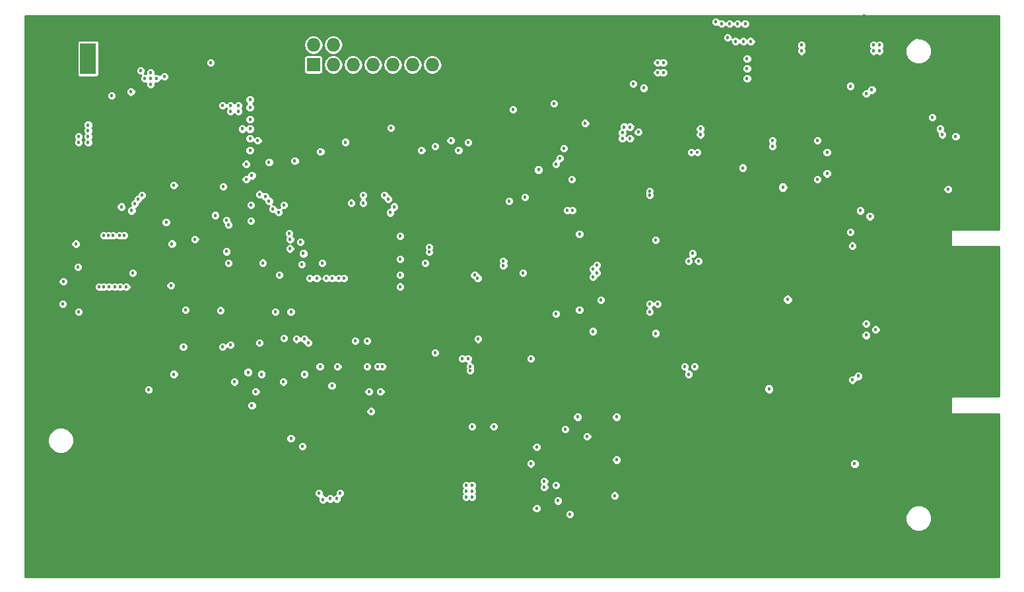
<source format=gbr>
%TF.GenerationSoftware,KiCad,Pcbnew,4.0.7*%
%TF.CreationDate,2018-05-19T04:47:08+02:00*%
%TF.ProjectId,adccore,616463636F72652E6B696361645F7063,rev?*%
%TF.FileFunction,Copper,L2,Inr,Signal*%
%FSLAX46Y46*%
G04 Gerber Fmt 4.6, Leading zero omitted, Abs format (unit mm)*
G04 Created by KiCad (PCBNEW 4.0.7) date 05/19/18 04:47:08*
%MOMM*%
%LPD*%
G01*
G04 APERTURE LIST*
%ADD10C,0.100000*%
%ADD11C,0.600000*%
%ADD12C,0.400000*%
%ADD13R,1.727200X1.727200*%
%ADD14O,1.727200X1.727200*%
%ADD15R,2.000000X4.000000*%
%ADD16R,4.000000X2.000000*%
%ADD17C,0.454000*%
%ADD18C,0.254000*%
G04 APERTURE END LIST*
D10*
D11*
X197150000Y-94400000D03*
X197150000Y-93100000D03*
X195850000Y-94400000D03*
X195850000Y-93100000D03*
D12*
X169150000Y-107900000D03*
X169150000Y-107100000D03*
X168350000Y-107900000D03*
X168350000Y-107100000D03*
X169150000Y-93400000D03*
X169150000Y-92600000D03*
X168350000Y-93400000D03*
X168350000Y-92600000D03*
X152965124Y-123584350D03*
X153965124Y-123584350D03*
X154965124Y-123584350D03*
X155965124Y-123584350D03*
X152965124Y-122584350D03*
X153965124Y-122584350D03*
X154965124Y-122584350D03*
X155965124Y-122584350D03*
X152965124Y-121584350D03*
X153965124Y-121584350D03*
X154965124Y-121584350D03*
X155965124Y-121584350D03*
X152965124Y-120584350D03*
X153965124Y-120584350D03*
X154965124Y-120584350D03*
X155965124Y-120584350D03*
X151000000Y-130750000D03*
X150000000Y-130750000D03*
X151000000Y-131750000D03*
X150000000Y-131750000D03*
X141232843Y-129750000D03*
X140232843Y-129750000D03*
X141232843Y-130750000D03*
X140232843Y-130750000D03*
X163750000Y-130500000D03*
X162750000Y-130500000D03*
X163750000Y-131500000D03*
X162750000Y-131500000D03*
X141000000Y-85500000D03*
X142000000Y-85500000D03*
X141000000Y-84500000D03*
X142000000Y-84500000D03*
X145400000Y-110750000D03*
X145400000Y-109750000D03*
X144400000Y-110750000D03*
X144400000Y-109750000D03*
X178250000Y-83050000D03*
X177250000Y-83050000D03*
X190250000Y-69250000D03*
X190250000Y-68250000D03*
X189250000Y-69250000D03*
X189250000Y-68250000D03*
X163000000Y-84000000D03*
X164000000Y-84000000D03*
X163000000Y-83000000D03*
X164000000Y-83000000D03*
D13*
X122380000Y-71750000D03*
D14*
X122380000Y-69210000D03*
X124920000Y-71750000D03*
X124920000Y-69210000D03*
X127460000Y-71750000D03*
X127460000Y-69210000D03*
X130000000Y-71750000D03*
X130000000Y-69210000D03*
X132540000Y-71750000D03*
X132540000Y-69210000D03*
X135080000Y-71750000D03*
X135080000Y-69210000D03*
X137620000Y-71750000D03*
X137620000Y-69210000D03*
D15*
X87500000Y-71000000D03*
X93500000Y-71000000D03*
D16*
X90550000Y-75900000D03*
D12*
X156000000Y-100500000D03*
X156000000Y-99000000D03*
X156000000Y-97500000D03*
X156000000Y-96000000D03*
X154500000Y-100500000D03*
X154500000Y-99000000D03*
X154500000Y-97500000D03*
X154500000Y-96000000D03*
X153000000Y-100500000D03*
X153000000Y-99000000D03*
X153000000Y-97500000D03*
X153000000Y-96000000D03*
X151500000Y-100500000D03*
X151500000Y-99000000D03*
X151500000Y-97500000D03*
X151500000Y-96000000D03*
X171650000Y-83000000D03*
X170850000Y-83000000D03*
D17*
X111250000Y-91750000D03*
X106000000Y-103250000D03*
X112750000Y-77750000D03*
X111750000Y-77750000D03*
X113250000Y-80000000D03*
X114500000Y-86000000D03*
X113750000Y-84500000D03*
X113750000Y-86500000D03*
X115250000Y-81500000D03*
X114250000Y-82750000D03*
X114250000Y-81250000D03*
X112750000Y-77000000D03*
X111750000Y-77000000D03*
X114250000Y-78750000D03*
X114250000Y-80000000D03*
X114250000Y-76250000D03*
X114250000Y-77250000D03*
X110750000Y-77000000D03*
X96500000Y-75750000D03*
X110750000Y-108000000D03*
X142500000Y-110500000D03*
X142250000Y-109500000D03*
X141500000Y-109500000D03*
X142500000Y-111000000D03*
X118500000Y-112500000D03*
X121250000Y-111500000D03*
X124750000Y-113000000D03*
X129500000Y-113750000D03*
X131000000Y-113750000D03*
X115750000Y-111500000D03*
X115000000Y-113750000D03*
X114500000Y-115500000D03*
X141000000Y-82750000D03*
X142250000Y-81750000D03*
X140000000Y-81500000D03*
X133500000Y-96750000D03*
X97750000Y-90000000D03*
X104500000Y-111500000D03*
X101250000Y-113500000D03*
X92250000Y-103500000D03*
X116700000Y-84300000D03*
X126500000Y-81700000D03*
X132300000Y-79900000D03*
X109800000Y-91100000D03*
X114400000Y-91800000D03*
X110500000Y-103300000D03*
X92200000Y-97750000D03*
X91903800Y-94748800D03*
X104100000Y-100100000D03*
X104251200Y-94748800D03*
X111500000Y-97250000D03*
X132250000Y-85000000D03*
X144750000Y-93500000D03*
X143750000Y-93500000D03*
X142750000Y-93500000D03*
X141750000Y-93500000D03*
X140750000Y-93500000D03*
X139750000Y-93500000D03*
X138750000Y-93500000D03*
X137750000Y-93500000D03*
X133500000Y-95750000D03*
X90000000Y-131000000D03*
X108250000Y-131000000D03*
X145500000Y-70000000D03*
X155500000Y-70000000D03*
X149500000Y-70000000D03*
X210000000Y-119750000D03*
X206750000Y-121250000D03*
X203750000Y-119750000D03*
X209750000Y-111250000D03*
X203750000Y-111250000D03*
X207000000Y-110000000D03*
X209750000Y-98250000D03*
X204000000Y-98250000D03*
X206750000Y-99500000D03*
X199500000Y-92500000D03*
X199500000Y-95000000D03*
X197250000Y-96750000D03*
X196250000Y-96750000D03*
X193500000Y-94500000D03*
X193500000Y-93500000D03*
X193500000Y-92500000D03*
X196750000Y-90750000D03*
X197750000Y-90750000D03*
X183250000Y-92250000D03*
X139250000Y-89750000D03*
X144500000Y-87000000D03*
X139750000Y-96750000D03*
X170750000Y-88750000D03*
X171500000Y-89750000D03*
X170750000Y-90750000D03*
X186750000Y-102750000D03*
X159000000Y-103000000D03*
X158250000Y-103750000D03*
X158250000Y-105000000D03*
X157750000Y-93500000D03*
X158750000Y-92750000D03*
X162000000Y-98750000D03*
X162000000Y-97750000D03*
X147250000Y-98250000D03*
X98750000Y-67750000D03*
X103250000Y-67250000D03*
X95500000Y-75750000D03*
X95000000Y-76500000D03*
X87750000Y-79250000D03*
X171250000Y-104500000D03*
X186750000Y-109750000D03*
X184500000Y-108750000D03*
X186000000Y-108750000D03*
X186000000Y-105500000D03*
X184500000Y-105500000D03*
X183750000Y-106250000D03*
X185250000Y-107323000D03*
X133500000Y-80000000D03*
X132500000Y-84500000D03*
X117750000Y-82000000D03*
X120000000Y-80000000D03*
X120000000Y-77250000D03*
X180250000Y-83250000D03*
X180250000Y-84500000D03*
X176750000Y-85250000D03*
X168750000Y-86000000D03*
X169500000Y-85000000D03*
X174500000Y-85000000D03*
X165500000Y-110500000D03*
X166250000Y-111500000D03*
X166250000Y-109500000D03*
X166750000Y-97000000D03*
X166250000Y-98000000D03*
X166250000Y-96000000D03*
X126750000Y-110250000D03*
X124250000Y-107750000D03*
X133250000Y-137000000D03*
X132250000Y-136000000D03*
X157500000Y-129750000D03*
X140205844Y-116000000D03*
X138500000Y-110750000D03*
X127250000Y-116500000D03*
X126000000Y-117750000D03*
X95000000Y-103750000D03*
X94500000Y-95250000D03*
X88000000Y-102000000D03*
X89750000Y-100000000D03*
X108250000Y-103250000D03*
X109250000Y-108000000D03*
X114250000Y-104750000D03*
X121750000Y-113000000D03*
X120250000Y-112500000D03*
X118500000Y-114250000D03*
X116750000Y-113750000D03*
X117500000Y-110500000D03*
X114750000Y-110250000D03*
X115250000Y-110250000D03*
X136500000Y-104750000D03*
X154250000Y-116500000D03*
X151750000Y-117000000D03*
X152250000Y-118250000D03*
X151500000Y-117500000D03*
X150750000Y-117500000D03*
X148750000Y-121000000D03*
X148750000Y-120000000D03*
X150250000Y-125000000D03*
X158500000Y-126250000D03*
X155000000Y-128250000D03*
X153000000Y-128000000D03*
X166750000Y-130000000D03*
X165500000Y-128750000D03*
X160750000Y-134500000D03*
X160500000Y-131500000D03*
X152500000Y-131000000D03*
X153750000Y-132000000D03*
X148750000Y-133500000D03*
X148250000Y-134500000D03*
X137500000Y-130250000D03*
X138250000Y-130750000D03*
X146500000Y-130500000D03*
X149000000Y-128750000D03*
X146000000Y-129750000D03*
X146500000Y-129000000D03*
X148250000Y-128000000D03*
X157250000Y-117250000D03*
X158000000Y-118250000D03*
X151704782Y-104954782D03*
X153000000Y-105250000D03*
X152500000Y-106250000D03*
X155250000Y-107250000D03*
X154500000Y-107750000D03*
X156000000Y-107750000D03*
X152000000Y-107750000D03*
X150500000Y-107750000D03*
X151250000Y-107250000D03*
X149000000Y-107250000D03*
X147000000Y-107250000D03*
X148000000Y-106750000D03*
X149250000Y-112500000D03*
X147250000Y-112500000D03*
X148250000Y-113250000D03*
X185250000Y-84250000D03*
X193200000Y-103000000D03*
X194400000Y-103800000D03*
X191700000Y-104400000D03*
X187800000Y-104700000D03*
X180500000Y-117900000D03*
X177000000Y-117900000D03*
X173500000Y-117900000D03*
X170000000Y-117900000D03*
X169000000Y-118300000D03*
X180500000Y-123700000D03*
X177000000Y-123700000D03*
X173500000Y-123700000D03*
X170000000Y-123700000D03*
X169000000Y-124000000D03*
X130000000Y-92000000D03*
X133250000Y-109000000D03*
X132000000Y-110750000D03*
X133000000Y-113750000D03*
X125500000Y-111354000D03*
X209750000Y-89750000D03*
X207000000Y-88500000D03*
X204000000Y-89750000D03*
X134000000Y-121500000D03*
X136250000Y-121500000D03*
X138250000Y-126500000D03*
X139000000Y-125250000D03*
X138750000Y-123250000D03*
X197500000Y-83000000D03*
X198500000Y-85000000D03*
X202750000Y-85750000D03*
X201500000Y-86750000D03*
X184000000Y-95000000D03*
X185500000Y-92750000D03*
X194500000Y-88750000D03*
X193750000Y-89750000D03*
X191500000Y-89250000D03*
X190750000Y-90000000D03*
X187750000Y-89500000D03*
X187000000Y-88250000D03*
X194750000Y-85250000D03*
X192250000Y-87250000D03*
X190500000Y-88000000D03*
X186500000Y-83000000D03*
X192250000Y-83500000D03*
X191500000Y-83000000D03*
X193250000Y-80250000D03*
X160500000Y-87000000D03*
X166000000Y-83250000D03*
X162000000Y-78500000D03*
X168500000Y-80250000D03*
X174500000Y-80750000D03*
X173250000Y-79000000D03*
X176250000Y-79000000D03*
X164000000Y-66000000D03*
X164000000Y-71500000D03*
X162750000Y-70000000D03*
X162750000Y-67500000D03*
X159250000Y-72500000D03*
X170976000Y-84947498D03*
X171000000Y-67500000D03*
X182750000Y-75500000D03*
X184000000Y-73750000D03*
X184000000Y-71000000D03*
X182750000Y-68000000D03*
X182500000Y-68750000D03*
X184000000Y-66500000D03*
X185250000Y-71250000D03*
X186250000Y-72000000D03*
X187250000Y-71250000D03*
X192000000Y-66250000D03*
X193000000Y-65500000D03*
X194000000Y-66250000D03*
X192000000Y-71500000D03*
X166000000Y-75250000D03*
X140250000Y-79750000D03*
X141250000Y-79000000D03*
X142250000Y-79750000D03*
X138250000Y-133500000D03*
X141750000Y-96500000D03*
X132250000Y-102750000D03*
X130500000Y-103500000D03*
X129500000Y-98750000D03*
X136750000Y-93500000D03*
X101500000Y-76000000D03*
X100250000Y-105250000D03*
X102576408Y-104744092D03*
X104500000Y-112500000D03*
X103500000Y-112250000D03*
X103500000Y-108250000D03*
X103250000Y-106000000D03*
X96750000Y-107000000D03*
X97250000Y-105000000D03*
X92500000Y-106500000D03*
X90750000Y-107750000D03*
X96000000Y-111000000D03*
X86250000Y-84500000D03*
X88000000Y-87250000D03*
X110500000Y-83000000D03*
X110500000Y-81250000D03*
X110500000Y-82000000D03*
X110250000Y-84500000D03*
X111250000Y-84250000D03*
X111500000Y-85500000D03*
X110750000Y-86750000D03*
X116500000Y-71500000D03*
X115000000Y-70250000D03*
X113500000Y-71500000D03*
X111500000Y-70250000D03*
X112000000Y-69000000D03*
X108500000Y-92900000D03*
X116600000Y-93800000D03*
X116800000Y-97200000D03*
X114700000Y-97400000D03*
X114600000Y-95700000D03*
X101900000Y-89800000D03*
X105200000Y-90400000D03*
X102000000Y-93100000D03*
X124000000Y-79800000D03*
X125200000Y-80500000D03*
X123200000Y-80900000D03*
X122200000Y-81800000D03*
X120800000Y-85600000D03*
X126300000Y-85000000D03*
X92100000Y-84700000D03*
X98500000Y-88500000D03*
X93800000Y-90700000D03*
X96000000Y-90700000D03*
X88100000Y-93700000D03*
X89900000Y-97700000D03*
X116800000Y-129900000D03*
X123000000Y-130200000D03*
X128500000Y-124000000D03*
X123100000Y-120800000D03*
X125800000Y-120800000D03*
X100600000Y-128500000D03*
X98500000Y-119600000D03*
X98500000Y-121900000D03*
X103500000Y-96200000D03*
X106400000Y-97700000D03*
X108500000Y-100182500D03*
X104500000Y-87250000D03*
X123226000Y-110500000D03*
X136750000Y-97250000D03*
X115876000Y-97200000D03*
X120000000Y-84100000D03*
X123300000Y-82900000D03*
X109200000Y-71500000D03*
X110800000Y-87400000D03*
X111750000Y-107750000D03*
X114000000Y-111250000D03*
X133500000Y-93750000D03*
X133500000Y-98750000D03*
X133500000Y-100250000D03*
X150250000Y-109500000D03*
X149250000Y-98500000D03*
X158250000Y-106000000D03*
X156500000Y-103250000D03*
X156500000Y-93500000D03*
X158750000Y-98500000D03*
X158750000Y-97500000D03*
X158250000Y-98000000D03*
X158250000Y-99000000D03*
X154937926Y-90476208D03*
X137250000Y-95817000D03*
X155571926Y-90476208D03*
X137250000Y-95183000D03*
X183200000Y-101900000D03*
X191800000Y-123000000D03*
X191250000Y-74500000D03*
X188250000Y-83000000D03*
X187000000Y-81500000D03*
X203750000Y-87750000D03*
X204750000Y-81000000D03*
X202750000Y-80000000D03*
X188250000Y-85750000D03*
X187000000Y-86500000D03*
X192500000Y-90500000D03*
X193750000Y-91250000D03*
X193250000Y-106500000D03*
X194500000Y-105750000D03*
X193250000Y-105000000D03*
X195000000Y-69250000D03*
X195000000Y-70000000D03*
X194250000Y-70000000D03*
X194250000Y-69250000D03*
X125400000Y-127500000D03*
X123600000Y-127600000D03*
X123100000Y-126800000D03*
X125800000Y-126800000D03*
X166500000Y-71500000D03*
X166500000Y-72750000D03*
X167250000Y-71500000D03*
X167250000Y-72750000D03*
X93500000Y-81750000D03*
X92250000Y-81750000D03*
X92250000Y-81000000D03*
X93500000Y-80250000D03*
X93500000Y-79500000D03*
X93500000Y-81000000D03*
X102250000Y-73500000D03*
X100750000Y-73500000D03*
X101500000Y-72750000D03*
X101500000Y-73500000D03*
X101500000Y-74250000D03*
X100250000Y-72500000D03*
X103250000Y-73250000D03*
X124500000Y-127500000D03*
X99000000Y-75250000D03*
X163400000Y-74200000D03*
X156250000Y-117000000D03*
X151000000Y-128750000D03*
X142750000Y-118250000D03*
X145500000Y-118250000D03*
X153750000Y-127750000D03*
X157500000Y-119500000D03*
X151005650Y-120834350D03*
X142000000Y-127250000D03*
X142750000Y-127250000D03*
X142750000Y-126500000D03*
X142000000Y-126500000D03*
X142750000Y-125750000D03*
X142000000Y-125750000D03*
X161250000Y-117000000D03*
X161250000Y-122500000D03*
X161000000Y-127090000D03*
X154696079Y-118572456D03*
X155250000Y-129500000D03*
X177476000Y-85000000D03*
X162250000Y-79750000D03*
X162000000Y-81250000D03*
X163000000Y-81250000D03*
X164038500Y-80405000D03*
X162000000Y-80500000D03*
X163000000Y-79750000D03*
X185000000Y-70000000D03*
X185000000Y-69250000D03*
X164750000Y-74750000D03*
X181250000Y-81500000D03*
X181250000Y-82250000D03*
X178000000Y-73500000D03*
X178000000Y-72250000D03*
X178000000Y-71000000D03*
X176500000Y-68750000D03*
X177500000Y-68750000D03*
X178500000Y-68750000D03*
X174750000Y-66500000D03*
X175750000Y-66500000D03*
X176750000Y-66500000D03*
X177750000Y-66500000D03*
X175500000Y-68250000D03*
X174000000Y-66250000D03*
X170500000Y-97000000D03*
X171750000Y-97000000D03*
X171000000Y-96000000D03*
X172000000Y-80750000D03*
X172000000Y-80000000D03*
X170000000Y-110500000D03*
X170500000Y-111500000D03*
X171250000Y-110500000D03*
X166500000Y-102500000D03*
X165500000Y-102500000D03*
X165500000Y-103500000D03*
X165500000Y-88000000D03*
X165500000Y-88500000D03*
X182600000Y-87500000D03*
X180800000Y-113400000D03*
X121250000Y-107000000D03*
X191500000Y-112250000D03*
X120250000Y-107000000D03*
X192250000Y-111750000D03*
X191500000Y-95000000D03*
X121000000Y-120750000D03*
X191250000Y-93250000D03*
X119500000Y-119750000D03*
X90250008Y-102500000D03*
X90300000Y-99600000D03*
X123500000Y-97250000D03*
X157250000Y-79250000D03*
X201750000Y-78500000D03*
X136250000Y-82750000D03*
X203000000Y-80750000D03*
X138000000Y-82250000D03*
X105700000Y-108000000D03*
X118600000Y-106900000D03*
X118600000Y-89800000D03*
X114400000Y-89800000D03*
X115500000Y-107500000D03*
X112250000Y-112500000D03*
X107204775Y-94204775D03*
X111250000Y-95750000D03*
X111500000Y-92331013D03*
X103500000Y-92000000D03*
X115500000Y-88400000D03*
X100400000Y-88500000D03*
X116200000Y-88700000D03*
X99900000Y-89000000D03*
X116700000Y-89300000D03*
X99500000Y-89600000D03*
X117200000Y-90300000D03*
X99083960Y-90500000D03*
X117900000Y-90700000D03*
X98100000Y-93700000D03*
X97500000Y-93700000D03*
X119300000Y-93400000D03*
X119400000Y-94200000D03*
X96700000Y-93700000D03*
X119400000Y-95400000D03*
X96100000Y-93700000D03*
X95500000Y-93700000D03*
X121100000Y-96000000D03*
X120900000Y-97400000D03*
X99200000Y-98500000D03*
X98400000Y-100300000D03*
X121900000Y-99200000D03*
X97600000Y-100300000D03*
X122800000Y-99200000D03*
X96900000Y-100300000D03*
X124000000Y-99200000D03*
X96200000Y-100300000D03*
X124800000Y-99200000D03*
X95485719Y-100295284D03*
X125600000Y-99200000D03*
X94900000Y-100300000D03*
X126300000Y-99200000D03*
X159250000Y-102000000D03*
X166250000Y-106250000D03*
X166250000Y-94250000D03*
X143500000Y-107000000D03*
X138000000Y-108750000D03*
X121750000Y-107500000D03*
X129750000Y-116250000D03*
X125500000Y-110500000D03*
X152000000Y-125250000D03*
X131250000Y-110500000D03*
X152000000Y-126000000D03*
X130668997Y-110500000D03*
X129250000Y-110500000D03*
X153500000Y-125750000D03*
X129250000Y-107250000D03*
X150250000Y-123000000D03*
X117500000Y-103500000D03*
X119500000Y-103500000D03*
X120750000Y-94500000D03*
X194000000Y-75000000D03*
X118000000Y-98750000D03*
X193250000Y-75500000D03*
X151250000Y-85250000D03*
X131500000Y-88500000D03*
X131980327Y-88990164D03*
X155500000Y-86500000D03*
X153250000Y-76750000D03*
X148000000Y-77500000D03*
X147500000Y-89250000D03*
X132250000Y-90750000D03*
X132750000Y-90000012D03*
X149500000Y-88750000D03*
X154500000Y-82500000D03*
X127250000Y-89500000D03*
X128750000Y-89500000D03*
X154000000Y-83750000D03*
X128750000Y-88500000D03*
X153500000Y-84500000D03*
X146750000Y-96959500D03*
X143044586Y-98794586D03*
X146750000Y-97540500D03*
X143455414Y-99205414D03*
X153500000Y-103750000D03*
X127750000Y-107249999D03*
D18*
G36*
X210294000Y-92873000D02*
X204250000Y-92873000D01*
X204203841Y-92881685D01*
X204161447Y-92908965D01*
X204133006Y-92950590D01*
X204123000Y-93000000D01*
X204123000Y-95000000D01*
X204131685Y-95046159D01*
X204158965Y-95088553D01*
X204200590Y-95116994D01*
X204250000Y-95127000D01*
X210294000Y-95127000D01*
X210294000Y-114373000D01*
X204250000Y-114373000D01*
X204203841Y-114381685D01*
X204161447Y-114408965D01*
X204133006Y-114450590D01*
X204123000Y-114500000D01*
X204123000Y-116500000D01*
X204131685Y-116546159D01*
X204158965Y-116588553D01*
X204200590Y-116616994D01*
X204250000Y-116627000D01*
X210294000Y-116627000D01*
X210294000Y-137544000D01*
X85456000Y-137544000D01*
X85456000Y-130332905D01*
X198318709Y-130332905D01*
X198574086Y-130950966D01*
X199046547Y-131424252D01*
X199664161Y-131680708D01*
X200332905Y-131681291D01*
X200950966Y-131425914D01*
X201424252Y-130953453D01*
X201680708Y-130335839D01*
X201681291Y-129667095D01*
X201425914Y-129049034D01*
X200953453Y-128575748D01*
X200335839Y-128319292D01*
X199667095Y-128318709D01*
X199049034Y-128574086D01*
X198575748Y-129046547D01*
X198319292Y-129664161D01*
X198318709Y-130332905D01*
X85456000Y-130332905D01*
X85456000Y-129620408D01*
X154641895Y-129620408D01*
X154734262Y-129843954D01*
X154905146Y-130015136D01*
X155128531Y-130107894D01*
X155370408Y-130108105D01*
X155593954Y-130015738D01*
X155765136Y-129844854D01*
X155857894Y-129621469D01*
X155858105Y-129379592D01*
X155765738Y-129156046D01*
X155594854Y-128984864D01*
X155371469Y-128892106D01*
X155129592Y-128891895D01*
X154906046Y-128984262D01*
X154734864Y-129155146D01*
X154642106Y-129378531D01*
X154641895Y-129620408D01*
X85456000Y-129620408D01*
X85456000Y-128870408D01*
X150391895Y-128870408D01*
X150484262Y-129093954D01*
X150655146Y-129265136D01*
X150878531Y-129357894D01*
X151120408Y-129358105D01*
X151343954Y-129265738D01*
X151515136Y-129094854D01*
X151607894Y-128871469D01*
X151608105Y-128629592D01*
X151515738Y-128406046D01*
X151344854Y-128234864D01*
X151121469Y-128142106D01*
X150879592Y-128141895D01*
X150656046Y-128234262D01*
X150484864Y-128405146D01*
X150392106Y-128628531D01*
X150391895Y-128870408D01*
X85456000Y-128870408D01*
X85456000Y-126920408D01*
X122491895Y-126920408D01*
X122584262Y-127143954D01*
X122755146Y-127315136D01*
X122978531Y-127407894D01*
X123021422Y-127407931D01*
X122992106Y-127478531D01*
X122991895Y-127720408D01*
X123084262Y-127943954D01*
X123255146Y-128115136D01*
X123478531Y-128207894D01*
X123720408Y-128208105D01*
X123943954Y-128115738D01*
X124100035Y-127959929D01*
X124155146Y-128015136D01*
X124378531Y-128107894D01*
X124620408Y-128108105D01*
X124843954Y-128015738D01*
X124950035Y-127909842D01*
X125055146Y-128015136D01*
X125278531Y-128107894D01*
X125520408Y-128108105D01*
X125743954Y-128015738D01*
X125889537Y-127870408D01*
X153141895Y-127870408D01*
X153234262Y-128093954D01*
X153405146Y-128265136D01*
X153628531Y-128357894D01*
X153870408Y-128358105D01*
X154093954Y-128265738D01*
X154265136Y-128094854D01*
X154357894Y-127871469D01*
X154358105Y-127629592D01*
X154265738Y-127406046D01*
X154094854Y-127234864D01*
X154035958Y-127210408D01*
X160391895Y-127210408D01*
X160484262Y-127433954D01*
X160655146Y-127605136D01*
X160878531Y-127697894D01*
X161120408Y-127698105D01*
X161343954Y-127605738D01*
X161515136Y-127434854D01*
X161607894Y-127211469D01*
X161608105Y-126969592D01*
X161515738Y-126746046D01*
X161344854Y-126574864D01*
X161121469Y-126482106D01*
X160879592Y-126481895D01*
X160656046Y-126574262D01*
X160484864Y-126745146D01*
X160392106Y-126968531D01*
X160391895Y-127210408D01*
X154035958Y-127210408D01*
X153871469Y-127142106D01*
X153629592Y-127141895D01*
X153406046Y-127234262D01*
X153234864Y-127405146D01*
X153142106Y-127628531D01*
X153141895Y-127870408D01*
X125889537Y-127870408D01*
X125915136Y-127844854D01*
X126007894Y-127621469D01*
X126008105Y-127379592D01*
X126005379Y-127372996D01*
X126143954Y-127315738D01*
X126315136Y-127144854D01*
X126407894Y-126921469D01*
X126408105Y-126679592D01*
X126315738Y-126456046D01*
X126144854Y-126284864D01*
X125921469Y-126192106D01*
X125679592Y-126191895D01*
X125456046Y-126284262D01*
X125284864Y-126455146D01*
X125192106Y-126678531D01*
X125191895Y-126920408D01*
X125194621Y-126927004D01*
X125056046Y-126984262D01*
X124949965Y-127090158D01*
X124844854Y-126984864D01*
X124621469Y-126892106D01*
X124379592Y-126891895D01*
X124156046Y-126984262D01*
X123999965Y-127140071D01*
X123944854Y-127084864D01*
X123721469Y-126992106D01*
X123678578Y-126992069D01*
X123707894Y-126921469D01*
X123708105Y-126679592D01*
X123615738Y-126456046D01*
X123444854Y-126284864D01*
X123221469Y-126192106D01*
X122979592Y-126191895D01*
X122756046Y-126284262D01*
X122584864Y-126455146D01*
X122492106Y-126678531D01*
X122491895Y-126920408D01*
X85456000Y-126920408D01*
X85456000Y-125870408D01*
X141391895Y-125870408D01*
X141484262Y-126093954D01*
X141515158Y-126124904D01*
X141484864Y-126155146D01*
X141392106Y-126378531D01*
X141391895Y-126620408D01*
X141484262Y-126843954D01*
X141515158Y-126874904D01*
X141484864Y-126905146D01*
X141392106Y-127128531D01*
X141391895Y-127370408D01*
X141484262Y-127593954D01*
X141655146Y-127765136D01*
X141878531Y-127857894D01*
X142120408Y-127858105D01*
X142343954Y-127765738D01*
X142374904Y-127734842D01*
X142405146Y-127765136D01*
X142628531Y-127857894D01*
X142870408Y-127858105D01*
X143093954Y-127765738D01*
X143265136Y-127594854D01*
X143357894Y-127371469D01*
X143358105Y-127129592D01*
X143265738Y-126906046D01*
X143234842Y-126875096D01*
X143265136Y-126844854D01*
X143357894Y-126621469D01*
X143358105Y-126379592D01*
X143265738Y-126156046D01*
X143234842Y-126125096D01*
X143265136Y-126094854D01*
X143357894Y-125871469D01*
X143358105Y-125629592D01*
X143265738Y-125406046D01*
X143230163Y-125370408D01*
X151391895Y-125370408D01*
X151484262Y-125593954D01*
X151515158Y-125624904D01*
X151484864Y-125655146D01*
X151392106Y-125878531D01*
X151391895Y-126120408D01*
X151484262Y-126343954D01*
X151655146Y-126515136D01*
X151878531Y-126607894D01*
X152120408Y-126608105D01*
X152343954Y-126515738D01*
X152515136Y-126344854D01*
X152607894Y-126121469D01*
X152608105Y-125879592D01*
X152604311Y-125870408D01*
X152891895Y-125870408D01*
X152984262Y-126093954D01*
X153155146Y-126265136D01*
X153378531Y-126357894D01*
X153620408Y-126358105D01*
X153843954Y-126265738D01*
X154015136Y-126094854D01*
X154107894Y-125871469D01*
X154108105Y-125629592D01*
X154015738Y-125406046D01*
X153844854Y-125234864D01*
X153621469Y-125142106D01*
X153379592Y-125141895D01*
X153156046Y-125234262D01*
X152984864Y-125405146D01*
X152892106Y-125628531D01*
X152891895Y-125870408D01*
X152604311Y-125870408D01*
X152515738Y-125656046D01*
X152484842Y-125625096D01*
X152515136Y-125594854D01*
X152607894Y-125371469D01*
X152608105Y-125129592D01*
X152515738Y-124906046D01*
X152344854Y-124734864D01*
X152121469Y-124642106D01*
X151879592Y-124641895D01*
X151656046Y-124734262D01*
X151484864Y-124905146D01*
X151392106Y-125128531D01*
X151391895Y-125370408D01*
X143230163Y-125370408D01*
X143094854Y-125234864D01*
X142871469Y-125142106D01*
X142629592Y-125141895D01*
X142406046Y-125234262D01*
X142375096Y-125265158D01*
X142344854Y-125234864D01*
X142121469Y-125142106D01*
X141879592Y-125141895D01*
X141656046Y-125234262D01*
X141484864Y-125405146D01*
X141392106Y-125628531D01*
X141391895Y-125870408D01*
X85456000Y-125870408D01*
X85456000Y-123120408D01*
X149641895Y-123120408D01*
X149734262Y-123343954D01*
X149905146Y-123515136D01*
X150128531Y-123607894D01*
X150370408Y-123608105D01*
X150593954Y-123515738D01*
X150765136Y-123344854D01*
X150854551Y-123129518D01*
X191145886Y-123129518D01*
X191245242Y-123369977D01*
X191429055Y-123554111D01*
X191669341Y-123653887D01*
X191929518Y-123654114D01*
X192169977Y-123554758D01*
X192354111Y-123370945D01*
X192453887Y-123130659D01*
X192454114Y-122870482D01*
X192354758Y-122630023D01*
X192170945Y-122445889D01*
X191930659Y-122346113D01*
X191670482Y-122345886D01*
X191430023Y-122445242D01*
X191245889Y-122629055D01*
X191146113Y-122869341D01*
X191145886Y-123129518D01*
X150854551Y-123129518D01*
X150857894Y-123121469D01*
X150858105Y-122879592D01*
X150765738Y-122656046D01*
X150730163Y-122620408D01*
X160641895Y-122620408D01*
X160734262Y-122843954D01*
X160905146Y-123015136D01*
X161128531Y-123107894D01*
X161370408Y-123108105D01*
X161593954Y-123015738D01*
X161765136Y-122844854D01*
X161857894Y-122621469D01*
X161858105Y-122379592D01*
X161765738Y-122156046D01*
X161594854Y-121984864D01*
X161371469Y-121892106D01*
X161129592Y-121891895D01*
X160906046Y-121984262D01*
X160734864Y-122155146D01*
X160642106Y-122378531D01*
X160641895Y-122620408D01*
X150730163Y-122620408D01*
X150594854Y-122484864D01*
X150371469Y-122392106D01*
X150129592Y-122391895D01*
X149906046Y-122484262D01*
X149734864Y-122655146D01*
X149642106Y-122878531D01*
X149641895Y-123120408D01*
X85456000Y-123120408D01*
X85456000Y-120332905D01*
X88318709Y-120332905D01*
X88574086Y-120950966D01*
X89046547Y-121424252D01*
X89664161Y-121680708D01*
X90332905Y-121681291D01*
X90950966Y-121425914D01*
X91424252Y-120953453D01*
X91458735Y-120870408D01*
X120391895Y-120870408D01*
X120484262Y-121093954D01*
X120655146Y-121265136D01*
X120878531Y-121357894D01*
X121120408Y-121358105D01*
X121343954Y-121265738D01*
X121515136Y-121094854D01*
X121573309Y-120954758D01*
X150397545Y-120954758D01*
X150489912Y-121178304D01*
X150660796Y-121349486D01*
X150884181Y-121442244D01*
X151126058Y-121442455D01*
X151349604Y-121350088D01*
X151520786Y-121179204D01*
X151613544Y-120955819D01*
X151613755Y-120713942D01*
X151521388Y-120490396D01*
X151350504Y-120319214D01*
X151127119Y-120226456D01*
X150885242Y-120226245D01*
X150661696Y-120318612D01*
X150490514Y-120489496D01*
X150397756Y-120712881D01*
X150397545Y-120954758D01*
X121573309Y-120954758D01*
X121607894Y-120871469D01*
X121608105Y-120629592D01*
X121515738Y-120406046D01*
X121344854Y-120234864D01*
X121121469Y-120142106D01*
X120879592Y-120141895D01*
X120656046Y-120234262D01*
X120484864Y-120405146D01*
X120392106Y-120628531D01*
X120391895Y-120870408D01*
X91458735Y-120870408D01*
X91680708Y-120335839D01*
X91681113Y-119870408D01*
X118891895Y-119870408D01*
X118984262Y-120093954D01*
X119155146Y-120265136D01*
X119378531Y-120357894D01*
X119620408Y-120358105D01*
X119843954Y-120265738D01*
X120015136Y-120094854D01*
X120107894Y-119871469D01*
X120108105Y-119629592D01*
X120104311Y-119620408D01*
X156891895Y-119620408D01*
X156984262Y-119843954D01*
X157155146Y-120015136D01*
X157378531Y-120107894D01*
X157620408Y-120108105D01*
X157843954Y-120015738D01*
X158015136Y-119844854D01*
X158107894Y-119621469D01*
X158108105Y-119379592D01*
X158015738Y-119156046D01*
X157844854Y-118984864D01*
X157621469Y-118892106D01*
X157379592Y-118891895D01*
X157156046Y-118984262D01*
X156984864Y-119155146D01*
X156892106Y-119378531D01*
X156891895Y-119620408D01*
X120104311Y-119620408D01*
X120015738Y-119406046D01*
X119844854Y-119234864D01*
X119621469Y-119142106D01*
X119379592Y-119141895D01*
X119156046Y-119234262D01*
X118984864Y-119405146D01*
X118892106Y-119628531D01*
X118891895Y-119870408D01*
X91681113Y-119870408D01*
X91681291Y-119667095D01*
X91425914Y-119049034D01*
X90953453Y-118575748D01*
X90458940Y-118370408D01*
X142141895Y-118370408D01*
X142234262Y-118593954D01*
X142405146Y-118765136D01*
X142628531Y-118857894D01*
X142870408Y-118858105D01*
X143093954Y-118765738D01*
X143265136Y-118594854D01*
X143357894Y-118371469D01*
X143357894Y-118370408D01*
X144891895Y-118370408D01*
X144984262Y-118593954D01*
X145155146Y-118765136D01*
X145378531Y-118857894D01*
X145620408Y-118858105D01*
X145843954Y-118765738D01*
X145916955Y-118692864D01*
X154087974Y-118692864D01*
X154180341Y-118916410D01*
X154351225Y-119087592D01*
X154574610Y-119180350D01*
X154816487Y-119180561D01*
X155040033Y-119088194D01*
X155211215Y-118917310D01*
X155303973Y-118693925D01*
X155304184Y-118452048D01*
X155211817Y-118228502D01*
X155040933Y-118057320D01*
X154817548Y-117964562D01*
X154575671Y-117964351D01*
X154352125Y-118056718D01*
X154180943Y-118227602D01*
X154088185Y-118450987D01*
X154087974Y-118692864D01*
X145916955Y-118692864D01*
X146015136Y-118594854D01*
X146107894Y-118371469D01*
X146108105Y-118129592D01*
X146015738Y-117906046D01*
X145844854Y-117734864D01*
X145621469Y-117642106D01*
X145379592Y-117641895D01*
X145156046Y-117734262D01*
X144984864Y-117905146D01*
X144892106Y-118128531D01*
X144891895Y-118370408D01*
X143357894Y-118370408D01*
X143358105Y-118129592D01*
X143265738Y-117906046D01*
X143094854Y-117734864D01*
X142871469Y-117642106D01*
X142629592Y-117641895D01*
X142406046Y-117734262D01*
X142234864Y-117905146D01*
X142142106Y-118128531D01*
X142141895Y-118370408D01*
X90458940Y-118370408D01*
X90335839Y-118319292D01*
X89667095Y-118318709D01*
X89049034Y-118574086D01*
X88575748Y-119046547D01*
X88319292Y-119664161D01*
X88318709Y-120332905D01*
X85456000Y-120332905D01*
X85456000Y-117120408D01*
X155641895Y-117120408D01*
X155734262Y-117343954D01*
X155905146Y-117515136D01*
X156128531Y-117607894D01*
X156370408Y-117608105D01*
X156593954Y-117515738D01*
X156765136Y-117344854D01*
X156857894Y-117121469D01*
X156857894Y-117120408D01*
X160641895Y-117120408D01*
X160734262Y-117343954D01*
X160905146Y-117515136D01*
X161128531Y-117607894D01*
X161370408Y-117608105D01*
X161593954Y-117515738D01*
X161765136Y-117344854D01*
X161857894Y-117121469D01*
X161858105Y-116879592D01*
X161765738Y-116656046D01*
X161594854Y-116484864D01*
X161371469Y-116392106D01*
X161129592Y-116391895D01*
X160906046Y-116484262D01*
X160734864Y-116655146D01*
X160642106Y-116878531D01*
X160641895Y-117120408D01*
X156857894Y-117120408D01*
X156858105Y-116879592D01*
X156765738Y-116656046D01*
X156594854Y-116484864D01*
X156371469Y-116392106D01*
X156129592Y-116391895D01*
X155906046Y-116484262D01*
X155734864Y-116655146D01*
X155642106Y-116878531D01*
X155641895Y-117120408D01*
X85456000Y-117120408D01*
X85456000Y-116370408D01*
X129141895Y-116370408D01*
X129234262Y-116593954D01*
X129405146Y-116765136D01*
X129628531Y-116857894D01*
X129870408Y-116858105D01*
X130093954Y-116765738D01*
X130265136Y-116594854D01*
X130357894Y-116371469D01*
X130358105Y-116129592D01*
X130265738Y-115906046D01*
X130094854Y-115734864D01*
X129871469Y-115642106D01*
X129629592Y-115641895D01*
X129406046Y-115734262D01*
X129234864Y-115905146D01*
X129142106Y-116128531D01*
X129141895Y-116370408D01*
X85456000Y-116370408D01*
X85456000Y-115620408D01*
X113891895Y-115620408D01*
X113984262Y-115843954D01*
X114155146Y-116015136D01*
X114378531Y-116107894D01*
X114620408Y-116108105D01*
X114843954Y-116015738D01*
X115015136Y-115844854D01*
X115107894Y-115621469D01*
X115108105Y-115379592D01*
X115015738Y-115156046D01*
X114844854Y-114984864D01*
X114621469Y-114892106D01*
X114379592Y-114891895D01*
X114156046Y-114984262D01*
X113984864Y-115155146D01*
X113892106Y-115378531D01*
X113891895Y-115620408D01*
X85456000Y-115620408D01*
X85456000Y-113620408D01*
X100641895Y-113620408D01*
X100734262Y-113843954D01*
X100905146Y-114015136D01*
X101128531Y-114107894D01*
X101370408Y-114108105D01*
X101593954Y-114015738D01*
X101739537Y-113870408D01*
X114391895Y-113870408D01*
X114484262Y-114093954D01*
X114655146Y-114265136D01*
X114878531Y-114357894D01*
X115120408Y-114358105D01*
X115343954Y-114265738D01*
X115515136Y-114094854D01*
X115607894Y-113871469D01*
X115607894Y-113870408D01*
X128891895Y-113870408D01*
X128984262Y-114093954D01*
X129155146Y-114265136D01*
X129378531Y-114357894D01*
X129620408Y-114358105D01*
X129843954Y-114265738D01*
X130015136Y-114094854D01*
X130107894Y-113871469D01*
X130107894Y-113870408D01*
X130391895Y-113870408D01*
X130484262Y-114093954D01*
X130655146Y-114265136D01*
X130878531Y-114357894D01*
X131120408Y-114358105D01*
X131343954Y-114265738D01*
X131515136Y-114094854D01*
X131607894Y-113871469D01*
X131608105Y-113629592D01*
X131566756Y-113529518D01*
X180145886Y-113529518D01*
X180245242Y-113769977D01*
X180429055Y-113954111D01*
X180669341Y-114053887D01*
X180929518Y-114054114D01*
X181169977Y-113954758D01*
X181354111Y-113770945D01*
X181453887Y-113530659D01*
X181454114Y-113270482D01*
X181354758Y-113030023D01*
X181170945Y-112845889D01*
X180930659Y-112746113D01*
X180670482Y-112745886D01*
X180430023Y-112845242D01*
X180245889Y-113029055D01*
X180146113Y-113269341D01*
X180145886Y-113529518D01*
X131566756Y-113529518D01*
X131515738Y-113406046D01*
X131344854Y-113234864D01*
X131121469Y-113142106D01*
X130879592Y-113141895D01*
X130656046Y-113234262D01*
X130484864Y-113405146D01*
X130392106Y-113628531D01*
X130391895Y-113870408D01*
X130107894Y-113870408D01*
X130108105Y-113629592D01*
X130015738Y-113406046D01*
X129844854Y-113234864D01*
X129621469Y-113142106D01*
X129379592Y-113141895D01*
X129156046Y-113234262D01*
X128984864Y-113405146D01*
X128892106Y-113628531D01*
X128891895Y-113870408D01*
X115607894Y-113870408D01*
X115608105Y-113629592D01*
X115515738Y-113406046D01*
X115344854Y-113234864D01*
X115121469Y-113142106D01*
X114879592Y-113141895D01*
X114656046Y-113234262D01*
X114484864Y-113405146D01*
X114392106Y-113628531D01*
X114391895Y-113870408D01*
X101739537Y-113870408D01*
X101765136Y-113844854D01*
X101857894Y-113621469D01*
X101858105Y-113379592D01*
X101765738Y-113156046D01*
X101730163Y-113120408D01*
X124141895Y-113120408D01*
X124234262Y-113343954D01*
X124405146Y-113515136D01*
X124628531Y-113607894D01*
X124870408Y-113608105D01*
X125093954Y-113515738D01*
X125265136Y-113344854D01*
X125357894Y-113121469D01*
X125358105Y-112879592D01*
X125265738Y-112656046D01*
X125094854Y-112484864D01*
X124871469Y-112392106D01*
X124629592Y-112391895D01*
X124406046Y-112484262D01*
X124234864Y-112655146D01*
X124142106Y-112878531D01*
X124141895Y-113120408D01*
X101730163Y-113120408D01*
X101594854Y-112984864D01*
X101371469Y-112892106D01*
X101129592Y-112891895D01*
X100906046Y-112984262D01*
X100734864Y-113155146D01*
X100642106Y-113378531D01*
X100641895Y-113620408D01*
X85456000Y-113620408D01*
X85456000Y-112620408D01*
X111641895Y-112620408D01*
X111734262Y-112843954D01*
X111905146Y-113015136D01*
X112128531Y-113107894D01*
X112370408Y-113108105D01*
X112593954Y-113015738D01*
X112765136Y-112844854D01*
X112857894Y-112621469D01*
X112857894Y-112620408D01*
X117891895Y-112620408D01*
X117984262Y-112843954D01*
X118155146Y-113015136D01*
X118378531Y-113107894D01*
X118620408Y-113108105D01*
X118843954Y-113015738D01*
X119015136Y-112844854D01*
X119107894Y-112621469D01*
X119108105Y-112379592D01*
X119104311Y-112370408D01*
X190891895Y-112370408D01*
X190984262Y-112593954D01*
X191155146Y-112765136D01*
X191378531Y-112857894D01*
X191620408Y-112858105D01*
X191843954Y-112765738D01*
X192015136Y-112594854D01*
X192107894Y-112371469D01*
X192107913Y-112349333D01*
X192128531Y-112357894D01*
X192370408Y-112358105D01*
X192593954Y-112265738D01*
X192765136Y-112094854D01*
X192857894Y-111871469D01*
X192858105Y-111629592D01*
X192765738Y-111406046D01*
X192594854Y-111234864D01*
X192371469Y-111142106D01*
X192129592Y-111141895D01*
X191906046Y-111234262D01*
X191734864Y-111405146D01*
X191642106Y-111628531D01*
X191642087Y-111650667D01*
X191621469Y-111642106D01*
X191379592Y-111641895D01*
X191156046Y-111734262D01*
X190984864Y-111905146D01*
X190892106Y-112128531D01*
X190891895Y-112370408D01*
X119104311Y-112370408D01*
X119015738Y-112156046D01*
X118844854Y-111984864D01*
X118621469Y-111892106D01*
X118379592Y-111891895D01*
X118156046Y-111984262D01*
X117984864Y-112155146D01*
X117892106Y-112378531D01*
X117891895Y-112620408D01*
X112857894Y-112620408D01*
X112858105Y-112379592D01*
X112765738Y-112156046D01*
X112594854Y-111984864D01*
X112371469Y-111892106D01*
X112129592Y-111891895D01*
X111906046Y-111984262D01*
X111734864Y-112155146D01*
X111642106Y-112378531D01*
X111641895Y-112620408D01*
X85456000Y-112620408D01*
X85456000Y-111620408D01*
X103891895Y-111620408D01*
X103984262Y-111843954D01*
X104155146Y-112015136D01*
X104378531Y-112107894D01*
X104620408Y-112108105D01*
X104843954Y-112015738D01*
X105015136Y-111844854D01*
X105107894Y-111621469D01*
X105108105Y-111379592D01*
X105104311Y-111370408D01*
X113391895Y-111370408D01*
X113484262Y-111593954D01*
X113655146Y-111765136D01*
X113878531Y-111857894D01*
X114120408Y-111858105D01*
X114343954Y-111765738D01*
X114489537Y-111620408D01*
X115141895Y-111620408D01*
X115234262Y-111843954D01*
X115405146Y-112015136D01*
X115628531Y-112107894D01*
X115870408Y-112108105D01*
X116093954Y-112015738D01*
X116265136Y-111844854D01*
X116357894Y-111621469D01*
X116357894Y-111620408D01*
X120641895Y-111620408D01*
X120734262Y-111843954D01*
X120905146Y-112015136D01*
X121128531Y-112107894D01*
X121370408Y-112108105D01*
X121593954Y-112015738D01*
X121765136Y-111844854D01*
X121857894Y-111621469D01*
X121858105Y-111379592D01*
X121765738Y-111156046D01*
X121594854Y-110984864D01*
X121371469Y-110892106D01*
X121129592Y-110891895D01*
X120906046Y-110984262D01*
X120734864Y-111155146D01*
X120642106Y-111378531D01*
X120641895Y-111620408D01*
X116357894Y-111620408D01*
X116358105Y-111379592D01*
X116265738Y-111156046D01*
X116094854Y-110984864D01*
X115871469Y-110892106D01*
X115629592Y-110891895D01*
X115406046Y-110984262D01*
X115234864Y-111155146D01*
X115142106Y-111378531D01*
X115141895Y-111620408D01*
X114489537Y-111620408D01*
X114515136Y-111594854D01*
X114607894Y-111371469D01*
X114608105Y-111129592D01*
X114515738Y-110906046D01*
X114344854Y-110734864D01*
X114121469Y-110642106D01*
X113879592Y-110641895D01*
X113656046Y-110734262D01*
X113484864Y-110905146D01*
X113392106Y-111128531D01*
X113391895Y-111370408D01*
X105104311Y-111370408D01*
X105015738Y-111156046D01*
X104844854Y-110984864D01*
X104621469Y-110892106D01*
X104379592Y-110891895D01*
X104156046Y-110984262D01*
X103984864Y-111155146D01*
X103892106Y-111378531D01*
X103891895Y-111620408D01*
X85456000Y-111620408D01*
X85456000Y-110620408D01*
X122617895Y-110620408D01*
X122710262Y-110843954D01*
X122881146Y-111015136D01*
X123104531Y-111107894D01*
X123346408Y-111108105D01*
X123569954Y-111015738D01*
X123741136Y-110844854D01*
X123833894Y-110621469D01*
X123833894Y-110620408D01*
X124891895Y-110620408D01*
X124984262Y-110843954D01*
X125155146Y-111015136D01*
X125378531Y-111107894D01*
X125620408Y-111108105D01*
X125843954Y-111015738D01*
X126015136Y-110844854D01*
X126107894Y-110621469D01*
X126107894Y-110620408D01*
X128641895Y-110620408D01*
X128734262Y-110843954D01*
X128905146Y-111015136D01*
X129128531Y-111107894D01*
X129370408Y-111108105D01*
X129593954Y-111015738D01*
X129765136Y-110844854D01*
X129857894Y-110621469D01*
X129857894Y-110620408D01*
X130060892Y-110620408D01*
X130153259Y-110843954D01*
X130324143Y-111015136D01*
X130547528Y-111107894D01*
X130789405Y-111108105D01*
X130959642Y-111037765D01*
X131128531Y-111107894D01*
X131370408Y-111108105D01*
X131593954Y-111015738D01*
X131765136Y-110844854D01*
X131857894Y-110621469D01*
X131858105Y-110379592D01*
X131765738Y-110156046D01*
X131594854Y-109984864D01*
X131371469Y-109892106D01*
X131129592Y-109891895D01*
X130959355Y-109962235D01*
X130790466Y-109892106D01*
X130548589Y-109891895D01*
X130325043Y-109984262D01*
X130153861Y-110155146D01*
X130061103Y-110378531D01*
X130060892Y-110620408D01*
X129857894Y-110620408D01*
X129858105Y-110379592D01*
X129765738Y-110156046D01*
X129594854Y-109984864D01*
X129371469Y-109892106D01*
X129129592Y-109891895D01*
X128906046Y-109984262D01*
X128734864Y-110155146D01*
X128642106Y-110378531D01*
X128641895Y-110620408D01*
X126107894Y-110620408D01*
X126108105Y-110379592D01*
X126015738Y-110156046D01*
X125844854Y-109984864D01*
X125621469Y-109892106D01*
X125379592Y-109891895D01*
X125156046Y-109984262D01*
X124984864Y-110155146D01*
X124892106Y-110378531D01*
X124891895Y-110620408D01*
X123833894Y-110620408D01*
X123834105Y-110379592D01*
X123741738Y-110156046D01*
X123570854Y-109984864D01*
X123347469Y-109892106D01*
X123105592Y-109891895D01*
X122882046Y-109984262D01*
X122710864Y-110155146D01*
X122618106Y-110378531D01*
X122617895Y-110620408D01*
X85456000Y-110620408D01*
X85456000Y-109620408D01*
X140891895Y-109620408D01*
X140984262Y-109843954D01*
X141155146Y-110015136D01*
X141378531Y-110107894D01*
X141620408Y-110108105D01*
X141843954Y-110015738D01*
X141874904Y-109984842D01*
X141905146Y-110015136D01*
X142060498Y-110079644D01*
X141984864Y-110155146D01*
X141892106Y-110378531D01*
X141891895Y-110620408D01*
X141945459Y-110750043D01*
X141892106Y-110878531D01*
X141891895Y-111120408D01*
X141984262Y-111343954D01*
X142155146Y-111515136D01*
X142378531Y-111607894D01*
X142620408Y-111608105D01*
X142843954Y-111515738D01*
X143015136Y-111344854D01*
X143107894Y-111121469D01*
X143108105Y-110879592D01*
X143054541Y-110749957D01*
X143107894Y-110621469D01*
X143107894Y-110620408D01*
X169391895Y-110620408D01*
X169484262Y-110843954D01*
X169655146Y-111015136D01*
X169878531Y-111107894D01*
X170032064Y-111108028D01*
X169984864Y-111155146D01*
X169892106Y-111378531D01*
X169891895Y-111620408D01*
X169984262Y-111843954D01*
X170155146Y-112015136D01*
X170378531Y-112107894D01*
X170620408Y-112108105D01*
X170843954Y-112015738D01*
X171015136Y-111844854D01*
X171107894Y-111621469D01*
X171108105Y-111379592D01*
X171015738Y-111156046D01*
X170844854Y-110984864D01*
X170621469Y-110892106D01*
X170467936Y-110891972D01*
X170515136Y-110844854D01*
X170607894Y-110621469D01*
X170607894Y-110620408D01*
X170641895Y-110620408D01*
X170734262Y-110843954D01*
X170905146Y-111015136D01*
X171128531Y-111107894D01*
X171370408Y-111108105D01*
X171593954Y-111015738D01*
X171765136Y-110844854D01*
X171857894Y-110621469D01*
X171858105Y-110379592D01*
X171765738Y-110156046D01*
X171594854Y-109984864D01*
X171371469Y-109892106D01*
X171129592Y-109891895D01*
X170906046Y-109984262D01*
X170734864Y-110155146D01*
X170642106Y-110378531D01*
X170641895Y-110620408D01*
X170607894Y-110620408D01*
X170608105Y-110379592D01*
X170515738Y-110156046D01*
X170344854Y-109984864D01*
X170121469Y-109892106D01*
X169879592Y-109891895D01*
X169656046Y-109984262D01*
X169484864Y-110155146D01*
X169392106Y-110378531D01*
X169391895Y-110620408D01*
X143107894Y-110620408D01*
X143108105Y-110379592D01*
X143015738Y-110156046D01*
X142844854Y-109984864D01*
X142689502Y-109920356D01*
X142765136Y-109844854D01*
X142857894Y-109621469D01*
X142857894Y-109620408D01*
X149641895Y-109620408D01*
X149734262Y-109843954D01*
X149905146Y-110015136D01*
X150128531Y-110107894D01*
X150370408Y-110108105D01*
X150593954Y-110015738D01*
X150765136Y-109844854D01*
X150857894Y-109621469D01*
X150858105Y-109379592D01*
X150765738Y-109156046D01*
X150594854Y-108984864D01*
X150371469Y-108892106D01*
X150129592Y-108891895D01*
X149906046Y-108984262D01*
X149734864Y-109155146D01*
X149642106Y-109378531D01*
X149641895Y-109620408D01*
X142857894Y-109620408D01*
X142858105Y-109379592D01*
X142765738Y-109156046D01*
X142594854Y-108984864D01*
X142371469Y-108892106D01*
X142129592Y-108891895D01*
X141906046Y-108984262D01*
X141875096Y-109015158D01*
X141844854Y-108984864D01*
X141621469Y-108892106D01*
X141379592Y-108891895D01*
X141156046Y-108984262D01*
X140984864Y-109155146D01*
X140892106Y-109378531D01*
X140891895Y-109620408D01*
X85456000Y-109620408D01*
X85456000Y-108870408D01*
X137391895Y-108870408D01*
X137484262Y-109093954D01*
X137655146Y-109265136D01*
X137878531Y-109357894D01*
X138120408Y-109358105D01*
X138343954Y-109265738D01*
X138515136Y-109094854D01*
X138607894Y-108871469D01*
X138608105Y-108629592D01*
X138515738Y-108406046D01*
X138344854Y-108234864D01*
X138121469Y-108142106D01*
X137879592Y-108141895D01*
X137656046Y-108234262D01*
X137484864Y-108405146D01*
X137392106Y-108628531D01*
X137391895Y-108870408D01*
X85456000Y-108870408D01*
X85456000Y-108120408D01*
X105091895Y-108120408D01*
X105184262Y-108343954D01*
X105355146Y-108515136D01*
X105578531Y-108607894D01*
X105820408Y-108608105D01*
X106043954Y-108515738D01*
X106215136Y-108344854D01*
X106307894Y-108121469D01*
X106307894Y-108120408D01*
X110141895Y-108120408D01*
X110234262Y-108343954D01*
X110405146Y-108515136D01*
X110628531Y-108607894D01*
X110870408Y-108608105D01*
X111093954Y-108515738D01*
X111265136Y-108344854D01*
X111329644Y-108189502D01*
X111405146Y-108265136D01*
X111628531Y-108357894D01*
X111870408Y-108358105D01*
X112093954Y-108265738D01*
X112265136Y-108094854D01*
X112357894Y-107871469D01*
X112358105Y-107629592D01*
X112354311Y-107620408D01*
X114891895Y-107620408D01*
X114984262Y-107843954D01*
X115155146Y-108015136D01*
X115378531Y-108107894D01*
X115620408Y-108108105D01*
X115843954Y-108015738D01*
X116015136Y-107844854D01*
X116107894Y-107621469D01*
X116108105Y-107379592D01*
X116015738Y-107156046D01*
X115880337Y-107020408D01*
X117991895Y-107020408D01*
X118084262Y-107243954D01*
X118255146Y-107415136D01*
X118478531Y-107507894D01*
X118720408Y-107508105D01*
X118943954Y-107415738D01*
X119115136Y-107244854D01*
X119166810Y-107120408D01*
X119641895Y-107120408D01*
X119734262Y-107343954D01*
X119905146Y-107515136D01*
X120128531Y-107607894D01*
X120370408Y-107608105D01*
X120593954Y-107515738D01*
X120750122Y-107359842D01*
X120905146Y-107515136D01*
X121128531Y-107607894D01*
X121141906Y-107607906D01*
X121141895Y-107620408D01*
X121234262Y-107843954D01*
X121405146Y-108015136D01*
X121628531Y-108107894D01*
X121870408Y-108108105D01*
X122093954Y-108015738D01*
X122265136Y-107844854D01*
X122357894Y-107621469D01*
X122358105Y-107379592D01*
X122354310Y-107370407D01*
X127141895Y-107370407D01*
X127234262Y-107593953D01*
X127405146Y-107765135D01*
X127628531Y-107857893D01*
X127870408Y-107858104D01*
X128093954Y-107765737D01*
X128265136Y-107594853D01*
X128357894Y-107371468D01*
X128357894Y-107370408D01*
X128641895Y-107370408D01*
X128734262Y-107593954D01*
X128905146Y-107765136D01*
X129128531Y-107857894D01*
X129370408Y-107858105D01*
X129593954Y-107765738D01*
X129765136Y-107594854D01*
X129857894Y-107371469D01*
X129858105Y-107129592D01*
X129854311Y-107120408D01*
X142891895Y-107120408D01*
X142984262Y-107343954D01*
X143155146Y-107515136D01*
X143378531Y-107607894D01*
X143620408Y-107608105D01*
X143843954Y-107515738D01*
X144015136Y-107344854D01*
X144107894Y-107121469D01*
X144108105Y-106879592D01*
X144015738Y-106656046D01*
X143844854Y-106484864D01*
X143621469Y-106392106D01*
X143379592Y-106391895D01*
X143156046Y-106484262D01*
X142984864Y-106655146D01*
X142892106Y-106878531D01*
X142891895Y-107120408D01*
X129854311Y-107120408D01*
X129765738Y-106906046D01*
X129594854Y-106734864D01*
X129371469Y-106642106D01*
X129129592Y-106641895D01*
X128906046Y-106734262D01*
X128734864Y-106905146D01*
X128642106Y-107128531D01*
X128641895Y-107370408D01*
X128357894Y-107370408D01*
X128358105Y-107129591D01*
X128265738Y-106906045D01*
X128094854Y-106734863D01*
X127871469Y-106642105D01*
X127629592Y-106641894D01*
X127406046Y-106734261D01*
X127234864Y-106905145D01*
X127142106Y-107128530D01*
X127141895Y-107370407D01*
X122354310Y-107370407D01*
X122265738Y-107156046D01*
X122094854Y-106984864D01*
X121871469Y-106892106D01*
X121858094Y-106892094D01*
X121858105Y-106879592D01*
X121765738Y-106656046D01*
X121594854Y-106484864D01*
X121371469Y-106392106D01*
X121129592Y-106391895D01*
X120906046Y-106484262D01*
X120749878Y-106640158D01*
X120594854Y-106484864D01*
X120371469Y-106392106D01*
X120129592Y-106391895D01*
X119906046Y-106484262D01*
X119734864Y-106655146D01*
X119642106Y-106878531D01*
X119641895Y-107120408D01*
X119166810Y-107120408D01*
X119207894Y-107021469D01*
X119208105Y-106779592D01*
X119115738Y-106556046D01*
X118944854Y-106384864D01*
X118721469Y-106292106D01*
X118479592Y-106291895D01*
X118256046Y-106384262D01*
X118084864Y-106555146D01*
X117992106Y-106778531D01*
X117991895Y-107020408D01*
X115880337Y-107020408D01*
X115844854Y-106984864D01*
X115621469Y-106892106D01*
X115379592Y-106891895D01*
X115156046Y-106984262D01*
X114984864Y-107155146D01*
X114892106Y-107378531D01*
X114891895Y-107620408D01*
X112354311Y-107620408D01*
X112265738Y-107406046D01*
X112094854Y-107234864D01*
X111871469Y-107142106D01*
X111629592Y-107141895D01*
X111406046Y-107234262D01*
X111234864Y-107405146D01*
X111170356Y-107560498D01*
X111094854Y-107484864D01*
X110871469Y-107392106D01*
X110629592Y-107391895D01*
X110406046Y-107484262D01*
X110234864Y-107655146D01*
X110142106Y-107878531D01*
X110141895Y-108120408D01*
X106307894Y-108120408D01*
X106308105Y-107879592D01*
X106215738Y-107656046D01*
X106044854Y-107484864D01*
X105821469Y-107392106D01*
X105579592Y-107391895D01*
X105356046Y-107484262D01*
X105184864Y-107655146D01*
X105092106Y-107878531D01*
X105091895Y-108120408D01*
X85456000Y-108120408D01*
X85456000Y-106120408D01*
X157641895Y-106120408D01*
X157734262Y-106343954D01*
X157905146Y-106515136D01*
X158128531Y-106607894D01*
X158370408Y-106608105D01*
X158593954Y-106515738D01*
X158739537Y-106370408D01*
X165641895Y-106370408D01*
X165734262Y-106593954D01*
X165905146Y-106765136D01*
X166128531Y-106857894D01*
X166370408Y-106858105D01*
X166593954Y-106765738D01*
X166739537Y-106620408D01*
X192641895Y-106620408D01*
X192734262Y-106843954D01*
X192905146Y-107015136D01*
X193128531Y-107107894D01*
X193370408Y-107108105D01*
X193593954Y-107015738D01*
X193765136Y-106844854D01*
X193857894Y-106621469D01*
X193858105Y-106379592D01*
X193765738Y-106156046D01*
X193594854Y-105984864D01*
X193371469Y-105892106D01*
X193129592Y-105891895D01*
X192906046Y-105984262D01*
X192734864Y-106155146D01*
X192642106Y-106378531D01*
X192641895Y-106620408D01*
X166739537Y-106620408D01*
X166765136Y-106594854D01*
X166857894Y-106371469D01*
X166858105Y-106129592D01*
X166765738Y-105906046D01*
X166730163Y-105870408D01*
X193891895Y-105870408D01*
X193984262Y-106093954D01*
X194155146Y-106265136D01*
X194378531Y-106357894D01*
X194620408Y-106358105D01*
X194843954Y-106265738D01*
X195015136Y-106094854D01*
X195107894Y-105871469D01*
X195108105Y-105629592D01*
X195015738Y-105406046D01*
X194844854Y-105234864D01*
X194621469Y-105142106D01*
X194379592Y-105141895D01*
X194156046Y-105234262D01*
X193984864Y-105405146D01*
X193892106Y-105628531D01*
X193891895Y-105870408D01*
X166730163Y-105870408D01*
X166594854Y-105734864D01*
X166371469Y-105642106D01*
X166129592Y-105641895D01*
X165906046Y-105734262D01*
X165734864Y-105905146D01*
X165642106Y-106128531D01*
X165641895Y-106370408D01*
X158739537Y-106370408D01*
X158765136Y-106344854D01*
X158857894Y-106121469D01*
X158858105Y-105879592D01*
X158765738Y-105656046D01*
X158594854Y-105484864D01*
X158371469Y-105392106D01*
X158129592Y-105391895D01*
X157906046Y-105484262D01*
X157734864Y-105655146D01*
X157642106Y-105878531D01*
X157641895Y-106120408D01*
X85456000Y-106120408D01*
X85456000Y-105120408D01*
X192641895Y-105120408D01*
X192734262Y-105343954D01*
X192905146Y-105515136D01*
X193128531Y-105607894D01*
X193370408Y-105608105D01*
X193593954Y-105515738D01*
X193765136Y-105344854D01*
X193857894Y-105121469D01*
X193858105Y-104879592D01*
X193765738Y-104656046D01*
X193594854Y-104484864D01*
X193371469Y-104392106D01*
X193129592Y-104391895D01*
X192906046Y-104484262D01*
X192734864Y-104655146D01*
X192642106Y-104878531D01*
X192641895Y-105120408D01*
X85456000Y-105120408D01*
X85456000Y-103620408D01*
X91641895Y-103620408D01*
X91734262Y-103843954D01*
X91905146Y-104015136D01*
X92128531Y-104107894D01*
X92370408Y-104108105D01*
X92593954Y-104015738D01*
X92765136Y-103844854D01*
X92857894Y-103621469D01*
X92858105Y-103379592D01*
X92854311Y-103370408D01*
X105391895Y-103370408D01*
X105484262Y-103593954D01*
X105655146Y-103765136D01*
X105878531Y-103857894D01*
X106120408Y-103858105D01*
X106343954Y-103765738D01*
X106515136Y-103594854D01*
X106587572Y-103420408D01*
X109891895Y-103420408D01*
X109984262Y-103643954D01*
X110155146Y-103815136D01*
X110378531Y-103907894D01*
X110620408Y-103908105D01*
X110843954Y-103815738D01*
X111015136Y-103644854D01*
X111025286Y-103620408D01*
X116891895Y-103620408D01*
X116984262Y-103843954D01*
X117155146Y-104015136D01*
X117378531Y-104107894D01*
X117620408Y-104108105D01*
X117843954Y-104015738D01*
X118015136Y-103844854D01*
X118107894Y-103621469D01*
X118107894Y-103620408D01*
X118891895Y-103620408D01*
X118984262Y-103843954D01*
X119155146Y-104015136D01*
X119378531Y-104107894D01*
X119620408Y-104108105D01*
X119843954Y-104015738D01*
X119989537Y-103870408D01*
X152891895Y-103870408D01*
X152984262Y-104093954D01*
X153155146Y-104265136D01*
X153378531Y-104357894D01*
X153620408Y-104358105D01*
X153843954Y-104265738D01*
X154015136Y-104094854D01*
X154107894Y-103871469D01*
X154108105Y-103629592D01*
X154015738Y-103406046D01*
X153980163Y-103370408D01*
X155891895Y-103370408D01*
X155984262Y-103593954D01*
X156155146Y-103765136D01*
X156378531Y-103857894D01*
X156620408Y-103858105D01*
X156843954Y-103765738D01*
X157015136Y-103594854D01*
X157107894Y-103371469D01*
X157108105Y-103129592D01*
X157015738Y-102906046D01*
X156844854Y-102734864D01*
X156621469Y-102642106D01*
X156379592Y-102641895D01*
X156156046Y-102734262D01*
X155984864Y-102905146D01*
X155892106Y-103128531D01*
X155891895Y-103370408D01*
X153980163Y-103370408D01*
X153844854Y-103234864D01*
X153621469Y-103142106D01*
X153379592Y-103141895D01*
X153156046Y-103234262D01*
X152984864Y-103405146D01*
X152892106Y-103628531D01*
X152891895Y-103870408D01*
X119989537Y-103870408D01*
X120015136Y-103844854D01*
X120107894Y-103621469D01*
X120108105Y-103379592D01*
X120015738Y-103156046D01*
X119844854Y-102984864D01*
X119621469Y-102892106D01*
X119379592Y-102891895D01*
X119156046Y-102984262D01*
X118984864Y-103155146D01*
X118892106Y-103378531D01*
X118891895Y-103620408D01*
X118107894Y-103620408D01*
X118108105Y-103379592D01*
X118015738Y-103156046D01*
X117844854Y-102984864D01*
X117621469Y-102892106D01*
X117379592Y-102891895D01*
X117156046Y-102984262D01*
X116984864Y-103155146D01*
X116892106Y-103378531D01*
X116891895Y-103620408D01*
X111025286Y-103620408D01*
X111107894Y-103421469D01*
X111108105Y-103179592D01*
X111015738Y-102956046D01*
X110844854Y-102784864D01*
X110621469Y-102692106D01*
X110379592Y-102691895D01*
X110156046Y-102784262D01*
X109984864Y-102955146D01*
X109892106Y-103178531D01*
X109891895Y-103420408D01*
X106587572Y-103420408D01*
X106607894Y-103371469D01*
X106608105Y-103129592D01*
X106515738Y-102906046D01*
X106344854Y-102734864D01*
X106121469Y-102642106D01*
X105879592Y-102641895D01*
X105656046Y-102734262D01*
X105484864Y-102905146D01*
X105392106Y-103128531D01*
X105391895Y-103370408D01*
X92854311Y-103370408D01*
X92765738Y-103156046D01*
X92594854Y-102984864D01*
X92371469Y-102892106D01*
X92129592Y-102891895D01*
X91906046Y-102984262D01*
X91734864Y-103155146D01*
X91642106Y-103378531D01*
X91641895Y-103620408D01*
X85456000Y-103620408D01*
X85456000Y-102620408D01*
X89641903Y-102620408D01*
X89734270Y-102843954D01*
X89905154Y-103015136D01*
X90128539Y-103107894D01*
X90370416Y-103108105D01*
X90593962Y-103015738D01*
X90765144Y-102844854D01*
X90857902Y-102621469D01*
X90857902Y-102620408D01*
X164891895Y-102620408D01*
X164984262Y-102843954D01*
X165140158Y-103000122D01*
X164984864Y-103155146D01*
X164892106Y-103378531D01*
X164891895Y-103620408D01*
X164984262Y-103843954D01*
X165155146Y-104015136D01*
X165378531Y-104107894D01*
X165620408Y-104108105D01*
X165843954Y-104015738D01*
X166015136Y-103844854D01*
X166107894Y-103621469D01*
X166108105Y-103379592D01*
X166015738Y-103156046D01*
X165859842Y-102999878D01*
X166000122Y-102859842D01*
X166155146Y-103015136D01*
X166378531Y-103107894D01*
X166620408Y-103108105D01*
X166843954Y-103015738D01*
X167015136Y-102844854D01*
X167107894Y-102621469D01*
X167108105Y-102379592D01*
X167015738Y-102156046D01*
X166889431Y-102029518D01*
X182545886Y-102029518D01*
X182645242Y-102269977D01*
X182829055Y-102454111D01*
X183069341Y-102553887D01*
X183329518Y-102554114D01*
X183569977Y-102454758D01*
X183754111Y-102270945D01*
X183853887Y-102030659D01*
X183854114Y-101770482D01*
X183754758Y-101530023D01*
X183570945Y-101345889D01*
X183330659Y-101246113D01*
X183070482Y-101245886D01*
X182830023Y-101345242D01*
X182645889Y-101529055D01*
X182546113Y-101769341D01*
X182545886Y-102029518D01*
X166889431Y-102029518D01*
X166844854Y-101984864D01*
X166621469Y-101892106D01*
X166379592Y-101891895D01*
X166156046Y-101984262D01*
X165999878Y-102140158D01*
X165844854Y-101984864D01*
X165621469Y-101892106D01*
X165379592Y-101891895D01*
X165156046Y-101984262D01*
X164984864Y-102155146D01*
X164892106Y-102378531D01*
X164891895Y-102620408D01*
X90857902Y-102620408D01*
X90858113Y-102379592D01*
X90765746Y-102156046D01*
X90730171Y-102120408D01*
X158641895Y-102120408D01*
X158734262Y-102343954D01*
X158905146Y-102515136D01*
X159128531Y-102607894D01*
X159370408Y-102608105D01*
X159593954Y-102515738D01*
X159765136Y-102344854D01*
X159857894Y-102121469D01*
X159858105Y-101879592D01*
X159765738Y-101656046D01*
X159594854Y-101484864D01*
X159371469Y-101392106D01*
X159129592Y-101391895D01*
X158906046Y-101484262D01*
X158734864Y-101655146D01*
X158642106Y-101878531D01*
X158641895Y-102120408D01*
X90730171Y-102120408D01*
X90594862Y-101984864D01*
X90371477Y-101892106D01*
X90129600Y-101891895D01*
X89906054Y-101984262D01*
X89734872Y-102155146D01*
X89642114Y-102378531D01*
X89641903Y-102620408D01*
X85456000Y-102620408D01*
X85456000Y-100420408D01*
X94291895Y-100420408D01*
X94384262Y-100643954D01*
X94555146Y-100815136D01*
X94778531Y-100907894D01*
X95020408Y-100908105D01*
X95198701Y-100834436D01*
X95364250Y-100903178D01*
X95606127Y-100903389D01*
X95829673Y-100811022D01*
X95840375Y-100800339D01*
X95855146Y-100815136D01*
X96078531Y-100907894D01*
X96320408Y-100908105D01*
X96543954Y-100815738D01*
X96549861Y-100809842D01*
X96555146Y-100815136D01*
X96778531Y-100907894D01*
X97020408Y-100908105D01*
X97243954Y-100815738D01*
X97249861Y-100809842D01*
X97255146Y-100815136D01*
X97478531Y-100907894D01*
X97720408Y-100908105D01*
X97943954Y-100815738D01*
X97999948Y-100759842D01*
X98055146Y-100815136D01*
X98278531Y-100907894D01*
X98520408Y-100908105D01*
X98743954Y-100815738D01*
X98915136Y-100644854D01*
X99007894Y-100421469D01*
X99008069Y-100220408D01*
X103491895Y-100220408D01*
X103584262Y-100443954D01*
X103755146Y-100615136D01*
X103978531Y-100707894D01*
X104220408Y-100708105D01*
X104443954Y-100615738D01*
X104615136Y-100444854D01*
X104646048Y-100370408D01*
X132891895Y-100370408D01*
X132984262Y-100593954D01*
X133155146Y-100765136D01*
X133378531Y-100857894D01*
X133620408Y-100858105D01*
X133843954Y-100765738D01*
X134015136Y-100594854D01*
X134107894Y-100371469D01*
X134108105Y-100129592D01*
X134015738Y-99906046D01*
X133844854Y-99734864D01*
X133621469Y-99642106D01*
X133379592Y-99641895D01*
X133156046Y-99734262D01*
X132984864Y-99905146D01*
X132892106Y-100128531D01*
X132891895Y-100370408D01*
X104646048Y-100370408D01*
X104707894Y-100221469D01*
X104708105Y-99979592D01*
X104615738Y-99756046D01*
X104444854Y-99584864D01*
X104221469Y-99492106D01*
X103979592Y-99491895D01*
X103756046Y-99584262D01*
X103584864Y-99755146D01*
X103492106Y-99978531D01*
X103491895Y-100220408D01*
X99008069Y-100220408D01*
X99008105Y-100179592D01*
X98915738Y-99956046D01*
X98744854Y-99784864D01*
X98521469Y-99692106D01*
X98279592Y-99691895D01*
X98056046Y-99784262D01*
X98000052Y-99840158D01*
X97944854Y-99784864D01*
X97721469Y-99692106D01*
X97479592Y-99691895D01*
X97256046Y-99784262D01*
X97250139Y-99790158D01*
X97244854Y-99784864D01*
X97021469Y-99692106D01*
X96779592Y-99691895D01*
X96556046Y-99784262D01*
X96550139Y-99790158D01*
X96544854Y-99784864D01*
X96321469Y-99692106D01*
X96079592Y-99691895D01*
X95856046Y-99784262D01*
X95845344Y-99794945D01*
X95830573Y-99780148D01*
X95607188Y-99687390D01*
X95365311Y-99687179D01*
X95187018Y-99760848D01*
X95021469Y-99692106D01*
X94779592Y-99691895D01*
X94556046Y-99784262D01*
X94384864Y-99955146D01*
X94292106Y-100178531D01*
X94291895Y-100420408D01*
X85456000Y-100420408D01*
X85456000Y-99720408D01*
X89691895Y-99720408D01*
X89784262Y-99943954D01*
X89955146Y-100115136D01*
X90178531Y-100207894D01*
X90420408Y-100208105D01*
X90643954Y-100115738D01*
X90815136Y-99944854D01*
X90907894Y-99721469D01*
X90908105Y-99479592D01*
X90815738Y-99256046D01*
X90644854Y-99084864D01*
X90421469Y-98992106D01*
X90179592Y-98991895D01*
X89956046Y-99084262D01*
X89784864Y-99255146D01*
X89692106Y-99478531D01*
X89691895Y-99720408D01*
X85456000Y-99720408D01*
X85456000Y-98620408D01*
X98591895Y-98620408D01*
X98684262Y-98843954D01*
X98855146Y-99015136D01*
X99078531Y-99107894D01*
X99320408Y-99108105D01*
X99543954Y-99015738D01*
X99689537Y-98870408D01*
X117391895Y-98870408D01*
X117484262Y-99093954D01*
X117655146Y-99265136D01*
X117878531Y-99357894D01*
X118120408Y-99358105D01*
X118211642Y-99320408D01*
X121291895Y-99320408D01*
X121384262Y-99543954D01*
X121555146Y-99715136D01*
X121778531Y-99807894D01*
X122020408Y-99808105D01*
X122243954Y-99715738D01*
X122350035Y-99609842D01*
X122455146Y-99715136D01*
X122678531Y-99807894D01*
X122920408Y-99808105D01*
X123143954Y-99715738D01*
X123315136Y-99544854D01*
X123400094Y-99340252D01*
X123484262Y-99543954D01*
X123655146Y-99715136D01*
X123878531Y-99807894D01*
X124120408Y-99808105D01*
X124343954Y-99715738D01*
X124399948Y-99659842D01*
X124455146Y-99715136D01*
X124678531Y-99807894D01*
X124920408Y-99808105D01*
X125143954Y-99715738D01*
X125199948Y-99659842D01*
X125255146Y-99715136D01*
X125478531Y-99807894D01*
X125720408Y-99808105D01*
X125943954Y-99715738D01*
X125949861Y-99709842D01*
X125955146Y-99715136D01*
X126178531Y-99807894D01*
X126420408Y-99808105D01*
X126643954Y-99715738D01*
X126815136Y-99544854D01*
X126907894Y-99321469D01*
X126908105Y-99079592D01*
X126821673Y-98870408D01*
X132891895Y-98870408D01*
X132984262Y-99093954D01*
X133155146Y-99265136D01*
X133378531Y-99357894D01*
X133620408Y-99358105D01*
X133843954Y-99265738D01*
X134015136Y-99094854D01*
X134089820Y-98914994D01*
X142436481Y-98914994D01*
X142528848Y-99138540D01*
X142699732Y-99309722D01*
X142869843Y-99380359D01*
X142939676Y-99549368D01*
X143110560Y-99720550D01*
X143333945Y-99813308D01*
X143575822Y-99813519D01*
X143799368Y-99721152D01*
X143970550Y-99550268D01*
X144063308Y-99326883D01*
X144063519Y-99085006D01*
X143971152Y-98861460D01*
X143800268Y-98690278D01*
X143632005Y-98620408D01*
X148641895Y-98620408D01*
X148734262Y-98843954D01*
X148905146Y-99015136D01*
X149128531Y-99107894D01*
X149370408Y-99108105D01*
X149593954Y-99015738D01*
X149765136Y-98844854D01*
X149857894Y-98621469D01*
X149858105Y-98379592D01*
X149765738Y-98156046D01*
X149730163Y-98120408D01*
X157641895Y-98120408D01*
X157734262Y-98343954D01*
X157890158Y-98500122D01*
X157734864Y-98655146D01*
X157642106Y-98878531D01*
X157641895Y-99120408D01*
X157734262Y-99343954D01*
X157905146Y-99515136D01*
X158128531Y-99607894D01*
X158370408Y-99608105D01*
X158593954Y-99515738D01*
X158765136Y-99344854D01*
X158857894Y-99121469D01*
X158857906Y-99108094D01*
X158870408Y-99108105D01*
X159093954Y-99015738D01*
X159265136Y-98844854D01*
X159357894Y-98621469D01*
X159358105Y-98379592D01*
X159265738Y-98156046D01*
X159109842Y-97999878D01*
X159265136Y-97844854D01*
X159357894Y-97621469D01*
X159358105Y-97379592D01*
X159265738Y-97156046D01*
X159230163Y-97120408D01*
X169891895Y-97120408D01*
X169984262Y-97343954D01*
X170155146Y-97515136D01*
X170378531Y-97607894D01*
X170620408Y-97608105D01*
X170843954Y-97515738D01*
X171015136Y-97344854D01*
X171107894Y-97121469D01*
X171107894Y-97120408D01*
X171141895Y-97120408D01*
X171234262Y-97343954D01*
X171405146Y-97515136D01*
X171628531Y-97607894D01*
X171870408Y-97608105D01*
X172093954Y-97515738D01*
X172265136Y-97344854D01*
X172357894Y-97121469D01*
X172358105Y-96879592D01*
X172265738Y-96656046D01*
X172094854Y-96484864D01*
X171871469Y-96392106D01*
X171629592Y-96391895D01*
X171406046Y-96484262D01*
X171234864Y-96655146D01*
X171142106Y-96878531D01*
X171141895Y-97120408D01*
X171107894Y-97120408D01*
X171108105Y-96879592D01*
X171015738Y-96656046D01*
X170967748Y-96607972D01*
X171120408Y-96608105D01*
X171343954Y-96515738D01*
X171515136Y-96344854D01*
X171607894Y-96121469D01*
X171608105Y-95879592D01*
X171515738Y-95656046D01*
X171344854Y-95484864D01*
X171121469Y-95392106D01*
X170879592Y-95391895D01*
X170656046Y-95484262D01*
X170484864Y-95655146D01*
X170392106Y-95878531D01*
X170391895Y-96120408D01*
X170484262Y-96343954D01*
X170532252Y-96392028D01*
X170379592Y-96391895D01*
X170156046Y-96484262D01*
X169984864Y-96655146D01*
X169892106Y-96878531D01*
X169891895Y-97120408D01*
X159230163Y-97120408D01*
X159094854Y-96984864D01*
X158871469Y-96892106D01*
X158629592Y-96891895D01*
X158406046Y-96984262D01*
X158234864Y-97155146D01*
X158142106Y-97378531D01*
X158142094Y-97391906D01*
X158129592Y-97391895D01*
X157906046Y-97484262D01*
X157734864Y-97655146D01*
X157642106Y-97878531D01*
X157641895Y-98120408D01*
X149730163Y-98120408D01*
X149594854Y-97984864D01*
X149371469Y-97892106D01*
X149129592Y-97891895D01*
X148906046Y-97984262D01*
X148734864Y-98155146D01*
X148642106Y-98378531D01*
X148641895Y-98620408D01*
X143632005Y-98620408D01*
X143630157Y-98619641D01*
X143560324Y-98450632D01*
X143389440Y-98279450D01*
X143166055Y-98186692D01*
X142924178Y-98186481D01*
X142700632Y-98278848D01*
X142529450Y-98449732D01*
X142436692Y-98673117D01*
X142436481Y-98914994D01*
X134089820Y-98914994D01*
X134107894Y-98871469D01*
X134108105Y-98629592D01*
X134015738Y-98406046D01*
X133844854Y-98234864D01*
X133621469Y-98142106D01*
X133379592Y-98141895D01*
X133156046Y-98234262D01*
X132984864Y-98405146D01*
X132892106Y-98628531D01*
X132891895Y-98870408D01*
X126821673Y-98870408D01*
X126815738Y-98856046D01*
X126644854Y-98684864D01*
X126421469Y-98592106D01*
X126179592Y-98591895D01*
X125956046Y-98684262D01*
X125950139Y-98690158D01*
X125944854Y-98684864D01*
X125721469Y-98592106D01*
X125479592Y-98591895D01*
X125256046Y-98684262D01*
X125200052Y-98740158D01*
X125144854Y-98684864D01*
X124921469Y-98592106D01*
X124679592Y-98591895D01*
X124456046Y-98684262D01*
X124400052Y-98740158D01*
X124344854Y-98684864D01*
X124121469Y-98592106D01*
X123879592Y-98591895D01*
X123656046Y-98684262D01*
X123484864Y-98855146D01*
X123399906Y-99059748D01*
X123315738Y-98856046D01*
X123144854Y-98684864D01*
X122921469Y-98592106D01*
X122679592Y-98591895D01*
X122456046Y-98684262D01*
X122349965Y-98790158D01*
X122244854Y-98684864D01*
X122021469Y-98592106D01*
X121779592Y-98591895D01*
X121556046Y-98684262D01*
X121384864Y-98855146D01*
X121292106Y-99078531D01*
X121291895Y-99320408D01*
X118211642Y-99320408D01*
X118343954Y-99265738D01*
X118515136Y-99094854D01*
X118607894Y-98871469D01*
X118608105Y-98629592D01*
X118515738Y-98406046D01*
X118344854Y-98234864D01*
X118121469Y-98142106D01*
X117879592Y-98141895D01*
X117656046Y-98234262D01*
X117484864Y-98405146D01*
X117392106Y-98628531D01*
X117391895Y-98870408D01*
X99689537Y-98870408D01*
X99715136Y-98844854D01*
X99807894Y-98621469D01*
X99808105Y-98379592D01*
X99715738Y-98156046D01*
X99544854Y-97984864D01*
X99321469Y-97892106D01*
X99079592Y-97891895D01*
X98856046Y-97984262D01*
X98684864Y-98155146D01*
X98592106Y-98378531D01*
X98591895Y-98620408D01*
X85456000Y-98620408D01*
X85456000Y-97870408D01*
X91591895Y-97870408D01*
X91684262Y-98093954D01*
X91855146Y-98265136D01*
X92078531Y-98357894D01*
X92320408Y-98358105D01*
X92543954Y-98265738D01*
X92715136Y-98094854D01*
X92807894Y-97871469D01*
X92808105Y-97629592D01*
X92715738Y-97406046D01*
X92680163Y-97370408D01*
X110891895Y-97370408D01*
X110984262Y-97593954D01*
X111155146Y-97765136D01*
X111378531Y-97857894D01*
X111620408Y-97858105D01*
X111843954Y-97765738D01*
X112015136Y-97594854D01*
X112107894Y-97371469D01*
X112107938Y-97320408D01*
X115267895Y-97320408D01*
X115360262Y-97543954D01*
X115531146Y-97715136D01*
X115754531Y-97807894D01*
X115996408Y-97808105D01*
X116219954Y-97715738D01*
X116391136Y-97544854D01*
X116401286Y-97520408D01*
X120291895Y-97520408D01*
X120384262Y-97743954D01*
X120555146Y-97915136D01*
X120778531Y-98007894D01*
X121020408Y-98008105D01*
X121243954Y-97915738D01*
X121415136Y-97744854D01*
X121507894Y-97521469D01*
X121508025Y-97370408D01*
X122891895Y-97370408D01*
X122984262Y-97593954D01*
X123155146Y-97765136D01*
X123378531Y-97857894D01*
X123620408Y-97858105D01*
X123843954Y-97765738D01*
X124015136Y-97594854D01*
X124107894Y-97371469D01*
X124107894Y-97370408D01*
X136141895Y-97370408D01*
X136234262Y-97593954D01*
X136405146Y-97765136D01*
X136628531Y-97857894D01*
X136870408Y-97858105D01*
X137093954Y-97765738D01*
X137265136Y-97594854D01*
X137357894Y-97371469D01*
X137358105Y-97129592D01*
X137337577Y-97079908D01*
X146141895Y-97079908D01*
X146212235Y-97250143D01*
X146142106Y-97419031D01*
X146141895Y-97660908D01*
X146234262Y-97884454D01*
X146405146Y-98055636D01*
X146628531Y-98148394D01*
X146870408Y-98148605D01*
X147093954Y-98056238D01*
X147265136Y-97885354D01*
X147357894Y-97661969D01*
X147358105Y-97420092D01*
X147287765Y-97249857D01*
X147357894Y-97080969D01*
X147358105Y-96839092D01*
X147265738Y-96615546D01*
X147094854Y-96444364D01*
X146871469Y-96351606D01*
X146629592Y-96351395D01*
X146406046Y-96443762D01*
X146234864Y-96614646D01*
X146142106Y-96838031D01*
X146141895Y-97079908D01*
X137337577Y-97079908D01*
X137265738Y-96906046D01*
X137094854Y-96734864D01*
X136871469Y-96642106D01*
X136629592Y-96641895D01*
X136406046Y-96734262D01*
X136234864Y-96905146D01*
X136142106Y-97128531D01*
X136141895Y-97370408D01*
X124107894Y-97370408D01*
X124108105Y-97129592D01*
X124015738Y-96906046D01*
X123980163Y-96870408D01*
X132891895Y-96870408D01*
X132984262Y-97093954D01*
X133155146Y-97265136D01*
X133378531Y-97357894D01*
X133620408Y-97358105D01*
X133843954Y-97265738D01*
X134015136Y-97094854D01*
X134107894Y-96871469D01*
X134108105Y-96629592D01*
X134015738Y-96406046D01*
X133844854Y-96234864D01*
X133621469Y-96142106D01*
X133379592Y-96141895D01*
X133156046Y-96234262D01*
X132984864Y-96405146D01*
X132892106Y-96628531D01*
X132891895Y-96870408D01*
X123980163Y-96870408D01*
X123844854Y-96734864D01*
X123621469Y-96642106D01*
X123379592Y-96641895D01*
X123156046Y-96734262D01*
X122984864Y-96905146D01*
X122892106Y-97128531D01*
X122891895Y-97370408D01*
X121508025Y-97370408D01*
X121508105Y-97279592D01*
X121415738Y-97056046D01*
X121244854Y-96884864D01*
X121021469Y-96792106D01*
X120779592Y-96791895D01*
X120556046Y-96884262D01*
X120384864Y-97055146D01*
X120292106Y-97278531D01*
X120291895Y-97520408D01*
X116401286Y-97520408D01*
X116483894Y-97321469D01*
X116484105Y-97079592D01*
X116391738Y-96856046D01*
X116220854Y-96684864D01*
X115997469Y-96592106D01*
X115755592Y-96591895D01*
X115532046Y-96684262D01*
X115360864Y-96855146D01*
X115268106Y-97078531D01*
X115267895Y-97320408D01*
X112107938Y-97320408D01*
X112108105Y-97129592D01*
X112015738Y-96906046D01*
X111844854Y-96734864D01*
X111621469Y-96642106D01*
X111379592Y-96641895D01*
X111156046Y-96734262D01*
X110984864Y-96905146D01*
X110892106Y-97128531D01*
X110891895Y-97370408D01*
X92680163Y-97370408D01*
X92544854Y-97234864D01*
X92321469Y-97142106D01*
X92079592Y-97141895D01*
X91856046Y-97234262D01*
X91684864Y-97405146D01*
X91592106Y-97628531D01*
X91591895Y-97870408D01*
X85456000Y-97870408D01*
X85456000Y-95870408D01*
X110641895Y-95870408D01*
X110734262Y-96093954D01*
X110905146Y-96265136D01*
X111128531Y-96357894D01*
X111370408Y-96358105D01*
X111593954Y-96265738D01*
X111739537Y-96120408D01*
X120491895Y-96120408D01*
X120584262Y-96343954D01*
X120755146Y-96515136D01*
X120978531Y-96607894D01*
X121220408Y-96608105D01*
X121443954Y-96515738D01*
X121615136Y-96344854D01*
X121707894Y-96121469D01*
X121708105Y-95879592D01*
X121615738Y-95656046D01*
X121444854Y-95484864D01*
X121221469Y-95392106D01*
X120979592Y-95391895D01*
X120756046Y-95484262D01*
X120584864Y-95655146D01*
X120492106Y-95878531D01*
X120491895Y-96120408D01*
X111739537Y-96120408D01*
X111765136Y-96094854D01*
X111857894Y-95871469D01*
X111858105Y-95629592D01*
X111765738Y-95406046D01*
X111594854Y-95234864D01*
X111371469Y-95142106D01*
X111129592Y-95141895D01*
X110906046Y-95234262D01*
X110734864Y-95405146D01*
X110642106Y-95628531D01*
X110641895Y-95870408D01*
X85456000Y-95870408D01*
X85456000Y-94869208D01*
X91295695Y-94869208D01*
X91388062Y-95092754D01*
X91558946Y-95263936D01*
X91782331Y-95356694D01*
X92024208Y-95356905D01*
X92247754Y-95264538D01*
X92418936Y-95093654D01*
X92511694Y-94870269D01*
X92511694Y-94869208D01*
X103643095Y-94869208D01*
X103735462Y-95092754D01*
X103906346Y-95263936D01*
X104129731Y-95356694D01*
X104371608Y-95356905D01*
X104595154Y-95264538D01*
X104766336Y-95093654D01*
X104859094Y-94870269D01*
X104859305Y-94628392D01*
X104766938Y-94404846D01*
X104687414Y-94325183D01*
X106596670Y-94325183D01*
X106689037Y-94548729D01*
X106859921Y-94719911D01*
X107083306Y-94812669D01*
X107325183Y-94812880D01*
X107548729Y-94720513D01*
X107719911Y-94549629D01*
X107812669Y-94326244D01*
X107812880Y-94084367D01*
X107720513Y-93860821D01*
X107549629Y-93689639D01*
X107326244Y-93596881D01*
X107084367Y-93596670D01*
X106860821Y-93689037D01*
X106689639Y-93859921D01*
X106596881Y-94083306D01*
X106596670Y-94325183D01*
X104687414Y-94325183D01*
X104596054Y-94233664D01*
X104372669Y-94140906D01*
X104130792Y-94140695D01*
X103907246Y-94233062D01*
X103736064Y-94403946D01*
X103643306Y-94627331D01*
X103643095Y-94869208D01*
X92511694Y-94869208D01*
X92511905Y-94628392D01*
X92419538Y-94404846D01*
X92248654Y-94233664D01*
X92025269Y-94140906D01*
X91783392Y-94140695D01*
X91559846Y-94233062D01*
X91388664Y-94403946D01*
X91295906Y-94627331D01*
X91295695Y-94869208D01*
X85456000Y-94869208D01*
X85456000Y-93820408D01*
X94891895Y-93820408D01*
X94984262Y-94043954D01*
X95155146Y-94215136D01*
X95378531Y-94307894D01*
X95620408Y-94308105D01*
X95800167Y-94233830D01*
X95978531Y-94307894D01*
X96220408Y-94308105D01*
X96400167Y-94233830D01*
X96578531Y-94307894D01*
X96820408Y-94308105D01*
X97043954Y-94215738D01*
X97099948Y-94159842D01*
X97155146Y-94215136D01*
X97378531Y-94307894D01*
X97620408Y-94308105D01*
X97800167Y-94233830D01*
X97978531Y-94307894D01*
X98220408Y-94308105D01*
X98443954Y-94215738D01*
X98615136Y-94044854D01*
X98707894Y-93821469D01*
X98708105Y-93579592D01*
X98683651Y-93520408D01*
X118691895Y-93520408D01*
X118784262Y-93743954D01*
X118890071Y-93849948D01*
X118884864Y-93855146D01*
X118792106Y-94078531D01*
X118791895Y-94320408D01*
X118884262Y-94543954D01*
X119055146Y-94715136D01*
X119259748Y-94800094D01*
X119056046Y-94884262D01*
X118884864Y-95055146D01*
X118792106Y-95278531D01*
X118791895Y-95520408D01*
X118884262Y-95743954D01*
X119055146Y-95915136D01*
X119278531Y-96007894D01*
X119520408Y-96008105D01*
X119743954Y-95915738D01*
X119915136Y-95744854D01*
X120007894Y-95521469D01*
X120008084Y-95303408D01*
X136641895Y-95303408D01*
X136723211Y-95500209D01*
X136642106Y-95695531D01*
X136641895Y-95937408D01*
X136734262Y-96160954D01*
X136905146Y-96332136D01*
X137128531Y-96424894D01*
X137370408Y-96425105D01*
X137593954Y-96332738D01*
X137765136Y-96161854D01*
X137857894Y-95938469D01*
X137858105Y-95696592D01*
X137776789Y-95499791D01*
X137857894Y-95304469D01*
X137858054Y-95120408D01*
X190891895Y-95120408D01*
X190984262Y-95343954D01*
X191155146Y-95515136D01*
X191378531Y-95607894D01*
X191620408Y-95608105D01*
X191843954Y-95515738D01*
X192015136Y-95344854D01*
X192107894Y-95121469D01*
X192108105Y-94879592D01*
X192015738Y-94656046D01*
X191844854Y-94484864D01*
X191621469Y-94392106D01*
X191379592Y-94391895D01*
X191156046Y-94484262D01*
X190984864Y-94655146D01*
X190892106Y-94878531D01*
X190891895Y-95120408D01*
X137858054Y-95120408D01*
X137858105Y-95062592D01*
X137765738Y-94839046D01*
X137594854Y-94667864D01*
X137371469Y-94575106D01*
X137129592Y-94574895D01*
X136906046Y-94667262D01*
X136734864Y-94838146D01*
X136642106Y-95061531D01*
X136641895Y-95303408D01*
X120008084Y-95303408D01*
X120008105Y-95279592D01*
X119915738Y-95056046D01*
X119744854Y-94884864D01*
X119540252Y-94799906D01*
X119743954Y-94715738D01*
X119839450Y-94620408D01*
X120141895Y-94620408D01*
X120234262Y-94843954D01*
X120405146Y-95015136D01*
X120628531Y-95107894D01*
X120870408Y-95108105D01*
X121093954Y-95015738D01*
X121265136Y-94844854D01*
X121357894Y-94621469D01*
X121358105Y-94379592D01*
X121354311Y-94370408D01*
X165641895Y-94370408D01*
X165734262Y-94593954D01*
X165905146Y-94765136D01*
X166128531Y-94857894D01*
X166370408Y-94858105D01*
X166593954Y-94765738D01*
X166765136Y-94594854D01*
X166857894Y-94371469D01*
X166858105Y-94129592D01*
X166765738Y-93906046D01*
X166594854Y-93734864D01*
X166371469Y-93642106D01*
X166129592Y-93641895D01*
X165906046Y-93734262D01*
X165734864Y-93905146D01*
X165642106Y-94128531D01*
X165641895Y-94370408D01*
X121354311Y-94370408D01*
X121265738Y-94156046D01*
X121094854Y-93984864D01*
X120871469Y-93892106D01*
X120629592Y-93891895D01*
X120406046Y-93984262D01*
X120234864Y-94155146D01*
X120142106Y-94378531D01*
X120141895Y-94620408D01*
X119839450Y-94620408D01*
X119915136Y-94544854D01*
X120007894Y-94321469D01*
X120008105Y-94079592D01*
X119921673Y-93870408D01*
X132891895Y-93870408D01*
X132984262Y-94093954D01*
X133155146Y-94265136D01*
X133378531Y-94357894D01*
X133620408Y-94358105D01*
X133843954Y-94265738D01*
X134015136Y-94094854D01*
X134107894Y-93871469D01*
X134108105Y-93629592D01*
X134104311Y-93620408D01*
X155891895Y-93620408D01*
X155984262Y-93843954D01*
X156155146Y-94015136D01*
X156378531Y-94107894D01*
X156620408Y-94108105D01*
X156843954Y-94015738D01*
X157015136Y-93844854D01*
X157107894Y-93621469D01*
X157108105Y-93379592D01*
X157104311Y-93370408D01*
X190641895Y-93370408D01*
X190734262Y-93593954D01*
X190905146Y-93765136D01*
X191128531Y-93857894D01*
X191370408Y-93858105D01*
X191593954Y-93765738D01*
X191765136Y-93594854D01*
X191857894Y-93371469D01*
X191858105Y-93129592D01*
X191765738Y-92906046D01*
X191594854Y-92734864D01*
X191371469Y-92642106D01*
X191129592Y-92641895D01*
X190906046Y-92734262D01*
X190734864Y-92905146D01*
X190642106Y-93128531D01*
X190641895Y-93370408D01*
X157104311Y-93370408D01*
X157015738Y-93156046D01*
X156844854Y-92984864D01*
X156621469Y-92892106D01*
X156379592Y-92891895D01*
X156156046Y-92984262D01*
X155984864Y-93155146D01*
X155892106Y-93378531D01*
X155891895Y-93620408D01*
X134104311Y-93620408D01*
X134015738Y-93406046D01*
X133844854Y-93234864D01*
X133621469Y-93142106D01*
X133379592Y-93141895D01*
X133156046Y-93234262D01*
X132984864Y-93405146D01*
X132892106Y-93628531D01*
X132891895Y-93870408D01*
X119921673Y-93870408D01*
X119915738Y-93856046D01*
X119809929Y-93750052D01*
X119815136Y-93744854D01*
X119907894Y-93521469D01*
X119908105Y-93279592D01*
X119815738Y-93056046D01*
X119644854Y-92884864D01*
X119421469Y-92792106D01*
X119179592Y-92791895D01*
X118956046Y-92884262D01*
X118784864Y-93055146D01*
X118692106Y-93278531D01*
X118691895Y-93520408D01*
X98683651Y-93520408D01*
X98615738Y-93356046D01*
X98444854Y-93184864D01*
X98221469Y-93092106D01*
X97979592Y-93091895D01*
X97799833Y-93166170D01*
X97621469Y-93092106D01*
X97379592Y-93091895D01*
X97156046Y-93184262D01*
X97100052Y-93240158D01*
X97044854Y-93184864D01*
X96821469Y-93092106D01*
X96579592Y-93091895D01*
X96399833Y-93166170D01*
X96221469Y-93092106D01*
X95979592Y-93091895D01*
X95799833Y-93166170D01*
X95621469Y-93092106D01*
X95379592Y-93091895D01*
X95156046Y-93184262D01*
X94984864Y-93355146D01*
X94892106Y-93578531D01*
X94891895Y-93820408D01*
X85456000Y-93820408D01*
X85456000Y-92120408D01*
X102891895Y-92120408D01*
X102984262Y-92343954D01*
X103155146Y-92515136D01*
X103378531Y-92607894D01*
X103620408Y-92608105D01*
X103843954Y-92515738D01*
X104015136Y-92344854D01*
X104107894Y-92121469D01*
X104108105Y-91879592D01*
X104104311Y-91870408D01*
X110641895Y-91870408D01*
X110734262Y-92093954D01*
X110892069Y-92252036D01*
X110891895Y-92451421D01*
X110984262Y-92674967D01*
X111155146Y-92846149D01*
X111378531Y-92938907D01*
X111620408Y-92939118D01*
X111843954Y-92846751D01*
X112015136Y-92675867D01*
X112107894Y-92452482D01*
X112108105Y-92210605D01*
X112015738Y-91987059D01*
X111949203Y-91920408D01*
X113791895Y-91920408D01*
X113884262Y-92143954D01*
X114055146Y-92315136D01*
X114278531Y-92407894D01*
X114520408Y-92408105D01*
X114743954Y-92315738D01*
X114915136Y-92144854D01*
X115007894Y-91921469D01*
X115008105Y-91679592D01*
X114915738Y-91456046D01*
X114830250Y-91370408D01*
X193141895Y-91370408D01*
X193234262Y-91593954D01*
X193405146Y-91765136D01*
X193628531Y-91857894D01*
X193870408Y-91858105D01*
X194093954Y-91765738D01*
X194265136Y-91594854D01*
X194357894Y-91371469D01*
X194358105Y-91129592D01*
X194265738Y-90906046D01*
X194094854Y-90734864D01*
X193871469Y-90642106D01*
X193629592Y-90641895D01*
X193406046Y-90734262D01*
X193234864Y-90905146D01*
X193142106Y-91128531D01*
X193141895Y-91370408D01*
X114830250Y-91370408D01*
X114744854Y-91284864D01*
X114521469Y-91192106D01*
X114279592Y-91191895D01*
X114056046Y-91284262D01*
X113884864Y-91455146D01*
X113792106Y-91678531D01*
X113791895Y-91920408D01*
X111949203Y-91920408D01*
X111857931Y-91828977D01*
X111858105Y-91629592D01*
X111765738Y-91406046D01*
X111594854Y-91234864D01*
X111371469Y-91142106D01*
X111129592Y-91141895D01*
X110906046Y-91234262D01*
X110734864Y-91405146D01*
X110642106Y-91628531D01*
X110641895Y-91870408D01*
X104104311Y-91870408D01*
X104015738Y-91656046D01*
X103844854Y-91484864D01*
X103621469Y-91392106D01*
X103379592Y-91391895D01*
X103156046Y-91484262D01*
X102984864Y-91655146D01*
X102892106Y-91878531D01*
X102891895Y-92120408D01*
X85456000Y-92120408D01*
X85456000Y-91220408D01*
X109191895Y-91220408D01*
X109284262Y-91443954D01*
X109455146Y-91615136D01*
X109678531Y-91707894D01*
X109920408Y-91708105D01*
X110143954Y-91615738D01*
X110315136Y-91444854D01*
X110407894Y-91221469D01*
X110408105Y-90979592D01*
X110315738Y-90756046D01*
X110144854Y-90584864D01*
X109921469Y-90492106D01*
X109679592Y-90491895D01*
X109456046Y-90584262D01*
X109284864Y-90755146D01*
X109192106Y-90978531D01*
X109191895Y-91220408D01*
X85456000Y-91220408D01*
X85456000Y-90620408D01*
X98475855Y-90620408D01*
X98568222Y-90843954D01*
X98739106Y-91015136D01*
X98962491Y-91107894D01*
X99204368Y-91108105D01*
X99427914Y-91015738D01*
X99599096Y-90844854D01*
X99691854Y-90621469D01*
X99692065Y-90379592D01*
X99621092Y-90207823D01*
X99843954Y-90115738D01*
X100015136Y-89944854D01*
X100025286Y-89920408D01*
X113791895Y-89920408D01*
X113884262Y-90143954D01*
X114055146Y-90315136D01*
X114278531Y-90407894D01*
X114520408Y-90408105D01*
X114743954Y-90315738D01*
X114915136Y-90144854D01*
X115007894Y-89921469D01*
X115008105Y-89679592D01*
X114915738Y-89456046D01*
X114744854Y-89284864D01*
X114521469Y-89192106D01*
X114279592Y-89191895D01*
X114056046Y-89284262D01*
X113884864Y-89455146D01*
X113792106Y-89678531D01*
X113791895Y-89920408D01*
X100025286Y-89920408D01*
X100107894Y-89721469D01*
X100108024Y-89571903D01*
X100243954Y-89515738D01*
X100415136Y-89344854D01*
X100507894Y-89121469D01*
X100507906Y-89108094D01*
X100520408Y-89108105D01*
X100743954Y-89015738D01*
X100915136Y-88844854D01*
X101007894Y-88621469D01*
X101007982Y-88520408D01*
X114891895Y-88520408D01*
X114984262Y-88743954D01*
X115155146Y-88915136D01*
X115378531Y-89007894D01*
X115620408Y-89008105D01*
X115662298Y-88990797D01*
X115684262Y-89043954D01*
X115855146Y-89215136D01*
X116078531Y-89307894D01*
X116091993Y-89307906D01*
X116091895Y-89420408D01*
X116184262Y-89643954D01*
X116355146Y-89815136D01*
X116578531Y-89907894D01*
X116732064Y-89908028D01*
X116684864Y-89955146D01*
X116592106Y-90178531D01*
X116591895Y-90420408D01*
X116684262Y-90643954D01*
X116855146Y-90815136D01*
X117078531Y-90907894D01*
X117320408Y-90908105D01*
X117327004Y-90905379D01*
X117384262Y-91043954D01*
X117555146Y-91215136D01*
X117778531Y-91307894D01*
X118020408Y-91308105D01*
X118243954Y-91215738D01*
X118415136Y-91044854D01*
X118487572Y-90870408D01*
X131641895Y-90870408D01*
X131734262Y-91093954D01*
X131905146Y-91265136D01*
X132128531Y-91357894D01*
X132370408Y-91358105D01*
X132593954Y-91265738D01*
X132765136Y-91094854D01*
X132857894Y-90871469D01*
X132858105Y-90629592D01*
X132849224Y-90608099D01*
X132870408Y-90608117D01*
X132898242Y-90596616D01*
X154329821Y-90596616D01*
X154422188Y-90820162D01*
X154593072Y-90991344D01*
X154816457Y-91084102D01*
X155058334Y-91084313D01*
X155255135Y-91002997D01*
X155450457Y-91084102D01*
X155692334Y-91084313D01*
X155915880Y-90991946D01*
X156087062Y-90821062D01*
X156170381Y-90620408D01*
X191891895Y-90620408D01*
X191984262Y-90843954D01*
X192155146Y-91015136D01*
X192378531Y-91107894D01*
X192620408Y-91108105D01*
X192843954Y-91015738D01*
X193015136Y-90844854D01*
X193107894Y-90621469D01*
X193108105Y-90379592D01*
X193015738Y-90156046D01*
X192844854Y-89984864D01*
X192621469Y-89892106D01*
X192379592Y-89891895D01*
X192156046Y-89984262D01*
X191984864Y-90155146D01*
X191892106Y-90378531D01*
X191891895Y-90620408D01*
X156170381Y-90620408D01*
X156179820Y-90597677D01*
X156180031Y-90355800D01*
X156087664Y-90132254D01*
X155916780Y-89961072D01*
X155693395Y-89868314D01*
X155451518Y-89868103D01*
X155254717Y-89949419D01*
X155059395Y-89868314D01*
X154817518Y-89868103D01*
X154593972Y-89960470D01*
X154422790Y-90131354D01*
X154330032Y-90354739D01*
X154329821Y-90596616D01*
X132898242Y-90596616D01*
X133093954Y-90515750D01*
X133265136Y-90344866D01*
X133357894Y-90121481D01*
X133358105Y-89879604D01*
X133265738Y-89656058D01*
X133094854Y-89484876D01*
X132871469Y-89392118D01*
X132629592Y-89391907D01*
X132406046Y-89484274D01*
X132234864Y-89655158D01*
X132142106Y-89878543D01*
X132141895Y-90120420D01*
X132150776Y-90141913D01*
X132129592Y-90141895D01*
X131906046Y-90234262D01*
X131734864Y-90405146D01*
X131642106Y-90628531D01*
X131641895Y-90870408D01*
X118487572Y-90870408D01*
X118507894Y-90821469D01*
X118508105Y-90579592D01*
X118428593Y-90387158D01*
X118478531Y-90407894D01*
X118720408Y-90408105D01*
X118943954Y-90315738D01*
X119115136Y-90144854D01*
X119207894Y-89921469D01*
X119208105Y-89679592D01*
X119183651Y-89620408D01*
X126641895Y-89620408D01*
X126734262Y-89843954D01*
X126905146Y-90015136D01*
X127128531Y-90107894D01*
X127370408Y-90108105D01*
X127593954Y-90015738D01*
X127765136Y-89844854D01*
X127857894Y-89621469D01*
X127858105Y-89379592D01*
X127765738Y-89156046D01*
X127594854Y-88984864D01*
X127371469Y-88892106D01*
X127129592Y-88891895D01*
X126906046Y-88984262D01*
X126734864Y-89155146D01*
X126642106Y-89378531D01*
X126641895Y-89620408D01*
X119183651Y-89620408D01*
X119115738Y-89456046D01*
X118944854Y-89284864D01*
X118721469Y-89192106D01*
X118479592Y-89191895D01*
X118256046Y-89284262D01*
X118084864Y-89455146D01*
X117992106Y-89678531D01*
X117991895Y-89920408D01*
X118071407Y-90112842D01*
X118021469Y-90092106D01*
X117779592Y-90091895D01*
X117772996Y-90094621D01*
X117715738Y-89956046D01*
X117544854Y-89784864D01*
X117321469Y-89692106D01*
X117167936Y-89691972D01*
X117215136Y-89644854D01*
X117307894Y-89421469D01*
X117308105Y-89179592D01*
X117215738Y-88956046D01*
X117044854Y-88784864D01*
X116821469Y-88692106D01*
X116808007Y-88692094D01*
X116808069Y-88620408D01*
X128141895Y-88620408D01*
X128234262Y-88843954D01*
X128390158Y-89000122D01*
X128234864Y-89155146D01*
X128142106Y-89378531D01*
X128141895Y-89620408D01*
X128234262Y-89843954D01*
X128405146Y-90015136D01*
X128628531Y-90107894D01*
X128870408Y-90108105D01*
X129093954Y-90015738D01*
X129265136Y-89844854D01*
X129357894Y-89621469D01*
X129358105Y-89379592D01*
X129265738Y-89156046D01*
X129109842Y-88999878D01*
X129265136Y-88844854D01*
X129357894Y-88621469D01*
X129357894Y-88620408D01*
X130891895Y-88620408D01*
X130984262Y-88843954D01*
X131155146Y-89015136D01*
X131372227Y-89105276D01*
X131372222Y-89110572D01*
X131464589Y-89334118D01*
X131635473Y-89505300D01*
X131858858Y-89598058D01*
X132100735Y-89598269D01*
X132324281Y-89505902D01*
X132460011Y-89370408D01*
X146891895Y-89370408D01*
X146984262Y-89593954D01*
X147155146Y-89765136D01*
X147378531Y-89857894D01*
X147620408Y-89858105D01*
X147843954Y-89765738D01*
X148015136Y-89594854D01*
X148107894Y-89371469D01*
X148108105Y-89129592D01*
X148015738Y-88906046D01*
X147980163Y-88870408D01*
X148891895Y-88870408D01*
X148984262Y-89093954D01*
X149155146Y-89265136D01*
X149378531Y-89357894D01*
X149620408Y-89358105D01*
X149843954Y-89265738D01*
X150015136Y-89094854D01*
X150107894Y-88871469D01*
X150108105Y-88629592D01*
X150015738Y-88406046D01*
X149844854Y-88234864D01*
X149621469Y-88142106D01*
X149379592Y-88141895D01*
X149156046Y-88234262D01*
X148984864Y-88405146D01*
X148892106Y-88628531D01*
X148891895Y-88870408D01*
X147980163Y-88870408D01*
X147844854Y-88734864D01*
X147621469Y-88642106D01*
X147379592Y-88641895D01*
X147156046Y-88734262D01*
X146984864Y-88905146D01*
X146892106Y-89128531D01*
X146891895Y-89370408D01*
X132460011Y-89370408D01*
X132495463Y-89335018D01*
X132588221Y-89111633D01*
X132588432Y-88869756D01*
X132496065Y-88646210D01*
X132325181Y-88475028D01*
X132108100Y-88384888D01*
X132108105Y-88379592D01*
X132015738Y-88156046D01*
X131980163Y-88120408D01*
X164891895Y-88120408D01*
X164945459Y-88250043D01*
X164892106Y-88378531D01*
X164891895Y-88620408D01*
X164984262Y-88843954D01*
X165155146Y-89015136D01*
X165378531Y-89107894D01*
X165620408Y-89108105D01*
X165843954Y-89015738D01*
X166015136Y-88844854D01*
X166107894Y-88621469D01*
X166108105Y-88379592D01*
X166054541Y-88249957D01*
X166107894Y-88121469D01*
X166108105Y-87879592D01*
X166015738Y-87656046D01*
X165989257Y-87629518D01*
X181945886Y-87629518D01*
X182045242Y-87869977D01*
X182229055Y-88054111D01*
X182469341Y-88153887D01*
X182729518Y-88154114D01*
X182969977Y-88054758D01*
X183154111Y-87870945D01*
X183154333Y-87870408D01*
X203141895Y-87870408D01*
X203234262Y-88093954D01*
X203405146Y-88265136D01*
X203628531Y-88357894D01*
X203870408Y-88358105D01*
X204093954Y-88265738D01*
X204265136Y-88094854D01*
X204357894Y-87871469D01*
X204358105Y-87629592D01*
X204265738Y-87406046D01*
X204094854Y-87234864D01*
X203871469Y-87142106D01*
X203629592Y-87141895D01*
X203406046Y-87234262D01*
X203234864Y-87405146D01*
X203142106Y-87628531D01*
X203141895Y-87870408D01*
X183154333Y-87870408D01*
X183253887Y-87630659D01*
X183254114Y-87370482D01*
X183154758Y-87130023D01*
X182970945Y-86945889D01*
X182730659Y-86846113D01*
X182470482Y-86845886D01*
X182230023Y-86945242D01*
X182045889Y-87129055D01*
X181946113Y-87369341D01*
X181945886Y-87629518D01*
X165989257Y-87629518D01*
X165844854Y-87484864D01*
X165621469Y-87392106D01*
X165379592Y-87391895D01*
X165156046Y-87484262D01*
X164984864Y-87655146D01*
X164892106Y-87878531D01*
X164891895Y-88120408D01*
X131980163Y-88120408D01*
X131844854Y-87984864D01*
X131621469Y-87892106D01*
X131379592Y-87891895D01*
X131156046Y-87984262D01*
X130984864Y-88155146D01*
X130892106Y-88378531D01*
X130891895Y-88620408D01*
X129357894Y-88620408D01*
X129358105Y-88379592D01*
X129265738Y-88156046D01*
X129094854Y-87984864D01*
X128871469Y-87892106D01*
X128629592Y-87891895D01*
X128406046Y-87984262D01*
X128234864Y-88155146D01*
X128142106Y-88378531D01*
X128141895Y-88620408D01*
X116808069Y-88620408D01*
X116808105Y-88579592D01*
X116715738Y-88356046D01*
X116544854Y-88184864D01*
X116321469Y-88092106D01*
X116079592Y-88091895D01*
X116037702Y-88109203D01*
X116015738Y-88056046D01*
X115844854Y-87884864D01*
X115621469Y-87792106D01*
X115379592Y-87791895D01*
X115156046Y-87884262D01*
X114984864Y-88055146D01*
X114892106Y-88278531D01*
X114891895Y-88520408D01*
X101007982Y-88520408D01*
X101008105Y-88379592D01*
X100915738Y-88156046D01*
X100744854Y-87984864D01*
X100521469Y-87892106D01*
X100279592Y-87891895D01*
X100056046Y-87984262D01*
X99884864Y-88155146D01*
X99792106Y-88378531D01*
X99792094Y-88391906D01*
X99779592Y-88391895D01*
X99556046Y-88484262D01*
X99384864Y-88655146D01*
X99292106Y-88878531D01*
X99291976Y-89028097D01*
X99156046Y-89084262D01*
X98984864Y-89255146D01*
X98892106Y-89478531D01*
X98891895Y-89720408D01*
X98962868Y-89892177D01*
X98740006Y-89984262D01*
X98568824Y-90155146D01*
X98476066Y-90378531D01*
X98475855Y-90620408D01*
X85456000Y-90620408D01*
X85456000Y-90120408D01*
X97141895Y-90120408D01*
X97234262Y-90343954D01*
X97405146Y-90515136D01*
X97628531Y-90607894D01*
X97870408Y-90608105D01*
X98093954Y-90515738D01*
X98265136Y-90344854D01*
X98357894Y-90121469D01*
X98358105Y-89879592D01*
X98265738Y-89656046D01*
X98094854Y-89484864D01*
X97871469Y-89392106D01*
X97629592Y-89391895D01*
X97406046Y-89484262D01*
X97234864Y-89655146D01*
X97142106Y-89878531D01*
X97141895Y-90120408D01*
X85456000Y-90120408D01*
X85456000Y-87370408D01*
X103891895Y-87370408D01*
X103984262Y-87593954D01*
X104155146Y-87765136D01*
X104378531Y-87857894D01*
X104620408Y-87858105D01*
X104843954Y-87765738D01*
X105015136Y-87594854D01*
X105046048Y-87520408D01*
X110191895Y-87520408D01*
X110284262Y-87743954D01*
X110455146Y-87915136D01*
X110678531Y-88007894D01*
X110920408Y-88008105D01*
X111143954Y-87915738D01*
X111315136Y-87744854D01*
X111407894Y-87521469D01*
X111408105Y-87279592D01*
X111315738Y-87056046D01*
X111144854Y-86884864D01*
X110921469Y-86792106D01*
X110679592Y-86791895D01*
X110456046Y-86884262D01*
X110284864Y-87055146D01*
X110192106Y-87278531D01*
X110191895Y-87520408D01*
X105046048Y-87520408D01*
X105107894Y-87371469D01*
X105108105Y-87129592D01*
X105015738Y-86906046D01*
X104844854Y-86734864D01*
X104621469Y-86642106D01*
X104379592Y-86641895D01*
X104156046Y-86734262D01*
X103984864Y-86905146D01*
X103892106Y-87128531D01*
X103891895Y-87370408D01*
X85456000Y-87370408D01*
X85456000Y-86620408D01*
X113141895Y-86620408D01*
X113234262Y-86843954D01*
X113405146Y-87015136D01*
X113628531Y-87107894D01*
X113870408Y-87108105D01*
X114093954Y-87015738D01*
X114265136Y-86844854D01*
X114357894Y-86621469D01*
X114357894Y-86620408D01*
X154891895Y-86620408D01*
X154984262Y-86843954D01*
X155155146Y-87015136D01*
X155378531Y-87107894D01*
X155620408Y-87108105D01*
X155843954Y-87015738D01*
X156015136Y-86844854D01*
X156107894Y-86621469D01*
X156107894Y-86620408D01*
X186391895Y-86620408D01*
X186484262Y-86843954D01*
X186655146Y-87015136D01*
X186878531Y-87107894D01*
X187120408Y-87108105D01*
X187343954Y-87015738D01*
X187515136Y-86844854D01*
X187607894Y-86621469D01*
X187608105Y-86379592D01*
X187515738Y-86156046D01*
X187344854Y-85984864D01*
X187121469Y-85892106D01*
X186879592Y-85891895D01*
X186656046Y-85984262D01*
X186484864Y-86155146D01*
X186392106Y-86378531D01*
X186391895Y-86620408D01*
X156107894Y-86620408D01*
X156108105Y-86379592D01*
X156015738Y-86156046D01*
X155844854Y-85984864D01*
X155621469Y-85892106D01*
X155379592Y-85891895D01*
X155156046Y-85984262D01*
X154984864Y-86155146D01*
X154892106Y-86378531D01*
X154891895Y-86620408D01*
X114357894Y-86620408D01*
X114357913Y-86599333D01*
X114378531Y-86607894D01*
X114620408Y-86608105D01*
X114843954Y-86515738D01*
X115015136Y-86344854D01*
X115107894Y-86121469D01*
X115108105Y-85879592D01*
X115104311Y-85870408D01*
X187641895Y-85870408D01*
X187734262Y-86093954D01*
X187905146Y-86265136D01*
X188128531Y-86357894D01*
X188370408Y-86358105D01*
X188593954Y-86265738D01*
X188765136Y-86094854D01*
X188857894Y-85871469D01*
X188858105Y-85629592D01*
X188765738Y-85406046D01*
X188594854Y-85234864D01*
X188371469Y-85142106D01*
X188129592Y-85141895D01*
X187906046Y-85234262D01*
X187734864Y-85405146D01*
X187642106Y-85628531D01*
X187641895Y-85870408D01*
X115104311Y-85870408D01*
X115015738Y-85656046D01*
X114844854Y-85484864D01*
X114621469Y-85392106D01*
X114379592Y-85391895D01*
X114156046Y-85484262D01*
X113984864Y-85655146D01*
X113892106Y-85878531D01*
X113892087Y-85900667D01*
X113871469Y-85892106D01*
X113629592Y-85891895D01*
X113406046Y-85984262D01*
X113234864Y-86155146D01*
X113142106Y-86378531D01*
X113141895Y-86620408D01*
X85456000Y-86620408D01*
X85456000Y-85370408D01*
X150641895Y-85370408D01*
X150734262Y-85593954D01*
X150905146Y-85765136D01*
X151128531Y-85857894D01*
X151370408Y-85858105D01*
X151593954Y-85765738D01*
X151765136Y-85594854D01*
X151857894Y-85371469D01*
X151858105Y-85129592D01*
X151854311Y-85120408D01*
X176867895Y-85120408D01*
X176960262Y-85343954D01*
X177131146Y-85515136D01*
X177354531Y-85607894D01*
X177596408Y-85608105D01*
X177819954Y-85515738D01*
X177991136Y-85344854D01*
X178083894Y-85121469D01*
X178084105Y-84879592D01*
X177991738Y-84656046D01*
X177820854Y-84484864D01*
X177597469Y-84392106D01*
X177355592Y-84391895D01*
X177132046Y-84484262D01*
X176960864Y-84655146D01*
X176868106Y-84878531D01*
X176867895Y-85120408D01*
X151854311Y-85120408D01*
X151765738Y-84906046D01*
X151594854Y-84734864D01*
X151371469Y-84642106D01*
X151129592Y-84641895D01*
X150906046Y-84734262D01*
X150734864Y-84905146D01*
X150642106Y-85128531D01*
X150641895Y-85370408D01*
X85456000Y-85370408D01*
X85456000Y-84620408D01*
X113141895Y-84620408D01*
X113234262Y-84843954D01*
X113405146Y-85015136D01*
X113628531Y-85107894D01*
X113870408Y-85108105D01*
X114093954Y-85015738D01*
X114265136Y-84844854D01*
X114357894Y-84621469D01*
X114358069Y-84420408D01*
X116091895Y-84420408D01*
X116184262Y-84643954D01*
X116355146Y-84815136D01*
X116578531Y-84907894D01*
X116820408Y-84908105D01*
X117043954Y-84815738D01*
X117215136Y-84644854D01*
X117307894Y-84421469D01*
X117308069Y-84220408D01*
X119391895Y-84220408D01*
X119484262Y-84443954D01*
X119655146Y-84615136D01*
X119878531Y-84707894D01*
X120120408Y-84708105D01*
X120332651Y-84620408D01*
X152891895Y-84620408D01*
X152984262Y-84843954D01*
X153155146Y-85015136D01*
X153378531Y-85107894D01*
X153620408Y-85108105D01*
X153843954Y-85015738D01*
X154015136Y-84844854D01*
X154107894Y-84621469D01*
X154108105Y-84379592D01*
X154099219Y-84358087D01*
X154120408Y-84358105D01*
X154343954Y-84265738D01*
X154515136Y-84094854D01*
X154607894Y-83871469D01*
X154608105Y-83629592D01*
X154515738Y-83406046D01*
X154344854Y-83234864D01*
X154121469Y-83142106D01*
X153879592Y-83141895D01*
X153656046Y-83234262D01*
X153484864Y-83405146D01*
X153392106Y-83628531D01*
X153391895Y-83870408D01*
X153400781Y-83891913D01*
X153379592Y-83891895D01*
X153156046Y-83984262D01*
X152984864Y-84155146D01*
X152892106Y-84378531D01*
X152891895Y-84620408D01*
X120332651Y-84620408D01*
X120343954Y-84615738D01*
X120515136Y-84444854D01*
X120607894Y-84221469D01*
X120608105Y-83979592D01*
X120515738Y-83756046D01*
X120344854Y-83584864D01*
X120121469Y-83492106D01*
X119879592Y-83491895D01*
X119656046Y-83584262D01*
X119484864Y-83755146D01*
X119392106Y-83978531D01*
X119391895Y-84220408D01*
X117308069Y-84220408D01*
X117308105Y-84179592D01*
X117215738Y-83956046D01*
X117044854Y-83784864D01*
X116821469Y-83692106D01*
X116579592Y-83691895D01*
X116356046Y-83784262D01*
X116184864Y-83955146D01*
X116092106Y-84178531D01*
X116091895Y-84420408D01*
X114358069Y-84420408D01*
X114358105Y-84379592D01*
X114265738Y-84156046D01*
X114094854Y-83984864D01*
X113871469Y-83892106D01*
X113629592Y-83891895D01*
X113406046Y-83984262D01*
X113234864Y-84155146D01*
X113142106Y-84378531D01*
X113141895Y-84620408D01*
X85456000Y-84620408D01*
X85456000Y-82870408D01*
X113641895Y-82870408D01*
X113734262Y-83093954D01*
X113905146Y-83265136D01*
X114128531Y-83357894D01*
X114370408Y-83358105D01*
X114593954Y-83265738D01*
X114765136Y-83094854D01*
X114796048Y-83020408D01*
X122691895Y-83020408D01*
X122784262Y-83243954D01*
X122955146Y-83415136D01*
X123178531Y-83507894D01*
X123420408Y-83508105D01*
X123643954Y-83415738D01*
X123815136Y-83244854D01*
X123907894Y-83021469D01*
X123908025Y-82870408D01*
X135641895Y-82870408D01*
X135734262Y-83093954D01*
X135905146Y-83265136D01*
X136128531Y-83357894D01*
X136370408Y-83358105D01*
X136593954Y-83265738D01*
X136765136Y-83094854D01*
X136857894Y-82871469D01*
X136857894Y-82870408D01*
X140391895Y-82870408D01*
X140484262Y-83093954D01*
X140655146Y-83265136D01*
X140878531Y-83357894D01*
X141120408Y-83358105D01*
X141343954Y-83265738D01*
X141494893Y-83115061D01*
X170268900Y-83115061D01*
X170357165Y-83328680D01*
X170520460Y-83492260D01*
X170733925Y-83580898D01*
X170965061Y-83581100D01*
X171178680Y-83492835D01*
X171249981Y-83421658D01*
X171320460Y-83492260D01*
X171533925Y-83580898D01*
X171765061Y-83581100D01*
X171978680Y-83492835D01*
X172142260Y-83329540D01*
X172229098Y-83120408D01*
X187641895Y-83120408D01*
X187734262Y-83343954D01*
X187905146Y-83515136D01*
X188128531Y-83607894D01*
X188370408Y-83608105D01*
X188593954Y-83515738D01*
X188765136Y-83344854D01*
X188857894Y-83121469D01*
X188858105Y-82879592D01*
X188765738Y-82656046D01*
X188594854Y-82484864D01*
X188371469Y-82392106D01*
X188129592Y-82391895D01*
X187906046Y-82484262D01*
X187734864Y-82655146D01*
X187642106Y-82878531D01*
X187641895Y-83120408D01*
X172229098Y-83120408D01*
X172230898Y-83116075D01*
X172231100Y-82884939D01*
X172142835Y-82671320D01*
X171979540Y-82507740D01*
X171766075Y-82419102D01*
X171534939Y-82418900D01*
X171321320Y-82507165D01*
X171250019Y-82578342D01*
X171179540Y-82507740D01*
X170966075Y-82419102D01*
X170734939Y-82418900D01*
X170521320Y-82507165D01*
X170357740Y-82670460D01*
X170269102Y-82883925D01*
X170268900Y-83115061D01*
X141494893Y-83115061D01*
X141515136Y-83094854D01*
X141607894Y-82871469D01*
X141608105Y-82629592D01*
X141604311Y-82620408D01*
X153891895Y-82620408D01*
X153984262Y-82843954D01*
X154155146Y-83015136D01*
X154378531Y-83107894D01*
X154620408Y-83108105D01*
X154843954Y-83015738D01*
X155015136Y-82844854D01*
X155107894Y-82621469D01*
X155108105Y-82379592D01*
X155015738Y-82156046D01*
X154844854Y-81984864D01*
X154621469Y-81892106D01*
X154379592Y-81891895D01*
X154156046Y-81984262D01*
X153984864Y-82155146D01*
X153892106Y-82378531D01*
X153891895Y-82620408D01*
X141604311Y-82620408D01*
X141515738Y-82406046D01*
X141344854Y-82234864D01*
X141121469Y-82142106D01*
X140879592Y-82141895D01*
X140656046Y-82234262D01*
X140484864Y-82405146D01*
X140392106Y-82628531D01*
X140391895Y-82870408D01*
X136857894Y-82870408D01*
X136858105Y-82629592D01*
X136765738Y-82406046D01*
X136730163Y-82370408D01*
X137391895Y-82370408D01*
X137484262Y-82593954D01*
X137655146Y-82765136D01*
X137878531Y-82857894D01*
X138120408Y-82858105D01*
X138343954Y-82765738D01*
X138515136Y-82594854D01*
X138607894Y-82371469D01*
X138608105Y-82129592D01*
X138515738Y-81906046D01*
X138344854Y-81734864D01*
X138121469Y-81642106D01*
X137879592Y-81641895D01*
X137656046Y-81734262D01*
X137484864Y-81905146D01*
X137392106Y-82128531D01*
X137391895Y-82370408D01*
X136730163Y-82370408D01*
X136594854Y-82234864D01*
X136371469Y-82142106D01*
X136129592Y-82141895D01*
X135906046Y-82234262D01*
X135734864Y-82405146D01*
X135642106Y-82628531D01*
X135641895Y-82870408D01*
X123908025Y-82870408D01*
X123908105Y-82779592D01*
X123815738Y-82556046D01*
X123644854Y-82384864D01*
X123421469Y-82292106D01*
X123179592Y-82291895D01*
X122956046Y-82384262D01*
X122784864Y-82555146D01*
X122692106Y-82778531D01*
X122691895Y-83020408D01*
X114796048Y-83020408D01*
X114857894Y-82871469D01*
X114858105Y-82629592D01*
X114765738Y-82406046D01*
X114594854Y-82234864D01*
X114371469Y-82142106D01*
X114129592Y-82141895D01*
X113906046Y-82234262D01*
X113734864Y-82405146D01*
X113642106Y-82628531D01*
X113641895Y-82870408D01*
X85456000Y-82870408D01*
X85456000Y-81120408D01*
X91641895Y-81120408D01*
X91734262Y-81343954D01*
X91765158Y-81374904D01*
X91734864Y-81405146D01*
X91642106Y-81628531D01*
X91641895Y-81870408D01*
X91734262Y-82093954D01*
X91905146Y-82265136D01*
X92128531Y-82357894D01*
X92370408Y-82358105D01*
X92593954Y-82265738D01*
X92765136Y-82094854D01*
X92857894Y-81871469D01*
X92858105Y-81629592D01*
X92765738Y-81406046D01*
X92734842Y-81375096D01*
X92765136Y-81344854D01*
X92857894Y-81121469D01*
X92858105Y-80879592D01*
X92765738Y-80656046D01*
X92594854Y-80484864D01*
X92371469Y-80392106D01*
X92129592Y-80391895D01*
X91906046Y-80484262D01*
X91734864Y-80655146D01*
X91642106Y-80878531D01*
X91641895Y-81120408D01*
X85456000Y-81120408D01*
X85456000Y-79620408D01*
X92891895Y-79620408D01*
X92984262Y-79843954D01*
X93015158Y-79874904D01*
X92984864Y-79905146D01*
X92892106Y-80128531D01*
X92891895Y-80370408D01*
X92984262Y-80593954D01*
X93015158Y-80624904D01*
X92984864Y-80655146D01*
X92892106Y-80878531D01*
X92891895Y-81120408D01*
X92984262Y-81343954D01*
X93015158Y-81374904D01*
X92984864Y-81405146D01*
X92892106Y-81628531D01*
X92891895Y-81870408D01*
X92984262Y-82093954D01*
X93155146Y-82265136D01*
X93378531Y-82357894D01*
X93620408Y-82358105D01*
X93843954Y-82265738D01*
X94015136Y-82094854D01*
X94107894Y-81871469D01*
X94108105Y-81629592D01*
X94015738Y-81406046D01*
X93984842Y-81375096D01*
X93989538Y-81370408D01*
X113641895Y-81370408D01*
X113734262Y-81593954D01*
X113905146Y-81765136D01*
X114128531Y-81857894D01*
X114370408Y-81858105D01*
X114593954Y-81765738D01*
X114670409Y-81689416D01*
X114734262Y-81843954D01*
X114905146Y-82015136D01*
X115128531Y-82107894D01*
X115370408Y-82108105D01*
X115593954Y-82015738D01*
X115765136Y-81844854D01*
X115775286Y-81820408D01*
X125891895Y-81820408D01*
X125984262Y-82043954D01*
X126155146Y-82215136D01*
X126378531Y-82307894D01*
X126620408Y-82308105D01*
X126843954Y-82215738D01*
X127015136Y-82044854D01*
X127107894Y-81821469D01*
X127108069Y-81620408D01*
X139391895Y-81620408D01*
X139484262Y-81843954D01*
X139655146Y-82015136D01*
X139878531Y-82107894D01*
X140120408Y-82108105D01*
X140343954Y-82015738D01*
X140489537Y-81870408D01*
X141641895Y-81870408D01*
X141734262Y-82093954D01*
X141905146Y-82265136D01*
X142128531Y-82357894D01*
X142370408Y-82358105D01*
X142593954Y-82265738D01*
X142765136Y-82094854D01*
X142857894Y-81871469D01*
X142858105Y-81629592D01*
X142765738Y-81406046D01*
X142594854Y-81234864D01*
X142371469Y-81142106D01*
X142129592Y-81141895D01*
X141906046Y-81234262D01*
X141734864Y-81405146D01*
X141642106Y-81628531D01*
X141641895Y-81870408D01*
X140489537Y-81870408D01*
X140515136Y-81844854D01*
X140607894Y-81621469D01*
X140608105Y-81379592D01*
X140515738Y-81156046D01*
X140344854Y-80984864D01*
X140121469Y-80892106D01*
X139879592Y-80891895D01*
X139656046Y-80984262D01*
X139484864Y-81155146D01*
X139392106Y-81378531D01*
X139391895Y-81620408D01*
X127108069Y-81620408D01*
X127108105Y-81579592D01*
X127015738Y-81356046D01*
X126844854Y-81184864D01*
X126621469Y-81092106D01*
X126379592Y-81091895D01*
X126156046Y-81184262D01*
X125984864Y-81355146D01*
X125892106Y-81578531D01*
X125891895Y-81820408D01*
X115775286Y-81820408D01*
X115857894Y-81621469D01*
X115858105Y-81379592D01*
X115765738Y-81156046D01*
X115594854Y-80984864D01*
X115371469Y-80892106D01*
X115129592Y-80891895D01*
X114906046Y-80984262D01*
X114829591Y-81060584D01*
X114765738Y-80906046D01*
X114594854Y-80734864D01*
X114371469Y-80642106D01*
X114129592Y-80641895D01*
X113906046Y-80734262D01*
X113734864Y-80905146D01*
X113642106Y-81128531D01*
X113641895Y-81370408D01*
X93989538Y-81370408D01*
X94015136Y-81344854D01*
X94107894Y-81121469D01*
X94108105Y-80879592D01*
X94015738Y-80656046D01*
X93984842Y-80625096D01*
X93989538Y-80620408D01*
X161391895Y-80620408D01*
X161484262Y-80843954D01*
X161515158Y-80874904D01*
X161484864Y-80905146D01*
X161392106Y-81128531D01*
X161391895Y-81370408D01*
X161484262Y-81593954D01*
X161655146Y-81765136D01*
X161878531Y-81857894D01*
X162120408Y-81858105D01*
X162343954Y-81765738D01*
X162500122Y-81609842D01*
X162655146Y-81765136D01*
X162878531Y-81857894D01*
X163120408Y-81858105D01*
X163343954Y-81765738D01*
X163489537Y-81620408D01*
X180641895Y-81620408D01*
X180734262Y-81843954D01*
X180765158Y-81874904D01*
X180734864Y-81905146D01*
X180642106Y-82128531D01*
X180641895Y-82370408D01*
X180734262Y-82593954D01*
X180905146Y-82765136D01*
X181128531Y-82857894D01*
X181370408Y-82858105D01*
X181593954Y-82765738D01*
X181765136Y-82594854D01*
X181857894Y-82371469D01*
X181858105Y-82129592D01*
X181765738Y-81906046D01*
X181734842Y-81875096D01*
X181765136Y-81844854D01*
X181857894Y-81621469D01*
X181857894Y-81620408D01*
X186391895Y-81620408D01*
X186484262Y-81843954D01*
X186655146Y-82015136D01*
X186878531Y-82107894D01*
X187120408Y-82108105D01*
X187343954Y-82015738D01*
X187515136Y-81844854D01*
X187607894Y-81621469D01*
X187608105Y-81379592D01*
X187515738Y-81156046D01*
X187344854Y-80984864D01*
X187121469Y-80892106D01*
X186879592Y-80891895D01*
X186656046Y-80984262D01*
X186484864Y-81155146D01*
X186392106Y-81378531D01*
X186391895Y-81620408D01*
X181857894Y-81620408D01*
X181858105Y-81379592D01*
X181765738Y-81156046D01*
X181594854Y-80984864D01*
X181371469Y-80892106D01*
X181129592Y-80891895D01*
X180906046Y-80984262D01*
X180734864Y-81155146D01*
X180642106Y-81378531D01*
X180641895Y-81620408D01*
X163489537Y-81620408D01*
X163515136Y-81594854D01*
X163607894Y-81371469D01*
X163608105Y-81129592D01*
X163515738Y-80906046D01*
X163344854Y-80734864D01*
X163121469Y-80642106D01*
X162879592Y-80641895D01*
X162656046Y-80734262D01*
X162499878Y-80890158D01*
X162484842Y-80875096D01*
X162515136Y-80844854D01*
X162607894Y-80621469D01*
X162608105Y-80379592D01*
X162565858Y-80277347D01*
X162593954Y-80265738D01*
X162624904Y-80234842D01*
X162655146Y-80265136D01*
X162878531Y-80357894D01*
X163120408Y-80358105D01*
X163343954Y-80265738D01*
X163504574Y-80105398D01*
X163430606Y-80283531D01*
X163430395Y-80525408D01*
X163522762Y-80748954D01*
X163693646Y-80920136D01*
X163917031Y-81012894D01*
X164158908Y-81013105D01*
X164382454Y-80920738D01*
X164553636Y-80749854D01*
X164646394Y-80526469D01*
X164646605Y-80284592D01*
X164578766Y-80120408D01*
X171391895Y-80120408D01*
X171484262Y-80343954D01*
X171515158Y-80374904D01*
X171484864Y-80405146D01*
X171392106Y-80628531D01*
X171391895Y-80870408D01*
X171484262Y-81093954D01*
X171655146Y-81265136D01*
X171878531Y-81357894D01*
X172120408Y-81358105D01*
X172343954Y-81265738D01*
X172515136Y-81094854D01*
X172607894Y-80871469D01*
X172608105Y-80629592D01*
X172515738Y-80406046D01*
X172484842Y-80375096D01*
X172515136Y-80344854D01*
X172607894Y-80121469D01*
X172607894Y-80120408D01*
X202141895Y-80120408D01*
X202234262Y-80343954D01*
X202405146Y-80515136D01*
X202434185Y-80527194D01*
X202392106Y-80628531D01*
X202391895Y-80870408D01*
X202484262Y-81093954D01*
X202655146Y-81265136D01*
X202878531Y-81357894D01*
X203120408Y-81358105D01*
X203343954Y-81265738D01*
X203489537Y-81120408D01*
X204141895Y-81120408D01*
X204234262Y-81343954D01*
X204405146Y-81515136D01*
X204628531Y-81607894D01*
X204870408Y-81608105D01*
X205093954Y-81515738D01*
X205265136Y-81344854D01*
X205357894Y-81121469D01*
X205358105Y-80879592D01*
X205265738Y-80656046D01*
X205094854Y-80484864D01*
X204871469Y-80392106D01*
X204629592Y-80391895D01*
X204406046Y-80484262D01*
X204234864Y-80655146D01*
X204142106Y-80878531D01*
X204141895Y-81120408D01*
X203489537Y-81120408D01*
X203515136Y-81094854D01*
X203607894Y-80871469D01*
X203608105Y-80629592D01*
X203515738Y-80406046D01*
X203344854Y-80234864D01*
X203315815Y-80222806D01*
X203357894Y-80121469D01*
X203358105Y-79879592D01*
X203265738Y-79656046D01*
X203094854Y-79484864D01*
X202871469Y-79392106D01*
X202629592Y-79391895D01*
X202406046Y-79484262D01*
X202234864Y-79655146D01*
X202142106Y-79878531D01*
X202141895Y-80120408D01*
X172607894Y-80120408D01*
X172608105Y-79879592D01*
X172515738Y-79656046D01*
X172344854Y-79484864D01*
X172121469Y-79392106D01*
X171879592Y-79391895D01*
X171656046Y-79484262D01*
X171484864Y-79655146D01*
X171392106Y-79878531D01*
X171391895Y-80120408D01*
X164578766Y-80120408D01*
X164554238Y-80061046D01*
X164383354Y-79889864D01*
X164159969Y-79797106D01*
X163918092Y-79796895D01*
X163694546Y-79889262D01*
X163533926Y-80049602D01*
X163607894Y-79871469D01*
X163608105Y-79629592D01*
X163515738Y-79406046D01*
X163344854Y-79234864D01*
X163121469Y-79142106D01*
X162879592Y-79141895D01*
X162656046Y-79234262D01*
X162625096Y-79265158D01*
X162594854Y-79234864D01*
X162371469Y-79142106D01*
X162129592Y-79141895D01*
X161906046Y-79234262D01*
X161734864Y-79405146D01*
X161642106Y-79628531D01*
X161641895Y-79870408D01*
X161684142Y-79972653D01*
X161656046Y-79984262D01*
X161484864Y-80155146D01*
X161392106Y-80378531D01*
X161391895Y-80620408D01*
X93989538Y-80620408D01*
X94015136Y-80594854D01*
X94107894Y-80371469D01*
X94108105Y-80129592D01*
X94104311Y-80120408D01*
X112641895Y-80120408D01*
X112734262Y-80343954D01*
X112905146Y-80515136D01*
X113128531Y-80607894D01*
X113370408Y-80608105D01*
X113593954Y-80515738D01*
X113750122Y-80359842D01*
X113905146Y-80515136D01*
X114128531Y-80607894D01*
X114370408Y-80608105D01*
X114593954Y-80515738D01*
X114765136Y-80344854D01*
X114857894Y-80121469D01*
X114857982Y-80020408D01*
X131691895Y-80020408D01*
X131784262Y-80243954D01*
X131955146Y-80415136D01*
X132178531Y-80507894D01*
X132420408Y-80508105D01*
X132643954Y-80415738D01*
X132815136Y-80244854D01*
X132907894Y-80021469D01*
X132908105Y-79779592D01*
X132815738Y-79556046D01*
X132644854Y-79384864D01*
X132610041Y-79370408D01*
X156641895Y-79370408D01*
X156734262Y-79593954D01*
X156905146Y-79765136D01*
X157128531Y-79857894D01*
X157370408Y-79858105D01*
X157593954Y-79765738D01*
X157765136Y-79594854D01*
X157857894Y-79371469D01*
X157858105Y-79129592D01*
X157765738Y-78906046D01*
X157594854Y-78734864D01*
X157371469Y-78642106D01*
X157129592Y-78641895D01*
X156906046Y-78734262D01*
X156734864Y-78905146D01*
X156642106Y-79128531D01*
X156641895Y-79370408D01*
X132610041Y-79370408D01*
X132421469Y-79292106D01*
X132179592Y-79291895D01*
X131956046Y-79384262D01*
X131784864Y-79555146D01*
X131692106Y-79778531D01*
X131691895Y-80020408D01*
X114857982Y-80020408D01*
X114858105Y-79879592D01*
X114765738Y-79656046D01*
X114594854Y-79484864D01*
X114371469Y-79392106D01*
X114129592Y-79391895D01*
X113906046Y-79484262D01*
X113749878Y-79640158D01*
X113594854Y-79484864D01*
X113371469Y-79392106D01*
X113129592Y-79391895D01*
X112906046Y-79484262D01*
X112734864Y-79655146D01*
X112642106Y-79878531D01*
X112641895Y-80120408D01*
X94104311Y-80120408D01*
X94015738Y-79906046D01*
X93984842Y-79875096D01*
X94015136Y-79844854D01*
X94107894Y-79621469D01*
X94108105Y-79379592D01*
X94015738Y-79156046D01*
X93844854Y-78984864D01*
X93621469Y-78892106D01*
X93379592Y-78891895D01*
X93156046Y-78984262D01*
X92984864Y-79155146D01*
X92892106Y-79378531D01*
X92891895Y-79620408D01*
X85456000Y-79620408D01*
X85456000Y-78870408D01*
X113641895Y-78870408D01*
X113734262Y-79093954D01*
X113905146Y-79265136D01*
X114128531Y-79357894D01*
X114370408Y-79358105D01*
X114593954Y-79265738D01*
X114765136Y-79094854D01*
X114857894Y-78871469D01*
X114858105Y-78629592D01*
X114854311Y-78620408D01*
X201141895Y-78620408D01*
X201234262Y-78843954D01*
X201405146Y-79015136D01*
X201628531Y-79107894D01*
X201870408Y-79108105D01*
X202093954Y-79015738D01*
X202265136Y-78844854D01*
X202357894Y-78621469D01*
X202358105Y-78379592D01*
X202265738Y-78156046D01*
X202094854Y-77984864D01*
X201871469Y-77892106D01*
X201629592Y-77891895D01*
X201406046Y-77984262D01*
X201234864Y-78155146D01*
X201142106Y-78378531D01*
X201141895Y-78620408D01*
X114854311Y-78620408D01*
X114765738Y-78406046D01*
X114594854Y-78234864D01*
X114371469Y-78142106D01*
X114129592Y-78141895D01*
X113906046Y-78234262D01*
X113734864Y-78405146D01*
X113642106Y-78628531D01*
X113641895Y-78870408D01*
X85456000Y-78870408D01*
X85456000Y-77120408D01*
X110141895Y-77120408D01*
X110234262Y-77343954D01*
X110405146Y-77515136D01*
X110628531Y-77607894D01*
X110870408Y-77608105D01*
X111093954Y-77515738D01*
X111250122Y-77359842D01*
X111265158Y-77374904D01*
X111234864Y-77405146D01*
X111142106Y-77628531D01*
X111141895Y-77870408D01*
X111234262Y-78093954D01*
X111405146Y-78265136D01*
X111628531Y-78357894D01*
X111870408Y-78358105D01*
X112093954Y-78265738D01*
X112250122Y-78109842D01*
X112405146Y-78265136D01*
X112628531Y-78357894D01*
X112870408Y-78358105D01*
X113093954Y-78265738D01*
X113265136Y-78094854D01*
X113357894Y-77871469D01*
X113358105Y-77629592D01*
X113265738Y-77406046D01*
X113234842Y-77375096D01*
X113265136Y-77344854D01*
X113357894Y-77121469D01*
X113358105Y-76879592D01*
X113265738Y-76656046D01*
X113094854Y-76484864D01*
X112871469Y-76392106D01*
X112629592Y-76391895D01*
X112406046Y-76484262D01*
X112249878Y-76640158D01*
X112094854Y-76484864D01*
X111871469Y-76392106D01*
X111629592Y-76391895D01*
X111406046Y-76484262D01*
X111249878Y-76640158D01*
X111094854Y-76484864D01*
X110871469Y-76392106D01*
X110629592Y-76391895D01*
X110406046Y-76484262D01*
X110234864Y-76655146D01*
X110142106Y-76878531D01*
X110141895Y-77120408D01*
X85456000Y-77120408D01*
X85456000Y-76370408D01*
X113641895Y-76370408D01*
X113734262Y-76593954D01*
X113890158Y-76750122D01*
X113734864Y-76905146D01*
X113642106Y-77128531D01*
X113641895Y-77370408D01*
X113734262Y-77593954D01*
X113905146Y-77765136D01*
X114128531Y-77857894D01*
X114370408Y-77858105D01*
X114593954Y-77765738D01*
X114739537Y-77620408D01*
X147391895Y-77620408D01*
X147484262Y-77843954D01*
X147655146Y-78015136D01*
X147878531Y-78107894D01*
X148120408Y-78108105D01*
X148343954Y-78015738D01*
X148515136Y-77844854D01*
X148607894Y-77621469D01*
X148608105Y-77379592D01*
X148515738Y-77156046D01*
X148344854Y-76984864D01*
X148121469Y-76892106D01*
X147879592Y-76891895D01*
X147656046Y-76984262D01*
X147484864Y-77155146D01*
X147392106Y-77378531D01*
X147391895Y-77620408D01*
X114739537Y-77620408D01*
X114765136Y-77594854D01*
X114857894Y-77371469D01*
X114858105Y-77129592D01*
X114765738Y-76906046D01*
X114730163Y-76870408D01*
X152641895Y-76870408D01*
X152734262Y-77093954D01*
X152905146Y-77265136D01*
X153128531Y-77357894D01*
X153370408Y-77358105D01*
X153593954Y-77265738D01*
X153765136Y-77094854D01*
X153857894Y-76871469D01*
X153858105Y-76629592D01*
X153765738Y-76406046D01*
X153594854Y-76234864D01*
X153371469Y-76142106D01*
X153129592Y-76141895D01*
X152906046Y-76234262D01*
X152734864Y-76405146D01*
X152642106Y-76628531D01*
X152641895Y-76870408D01*
X114730163Y-76870408D01*
X114609842Y-76749878D01*
X114765136Y-76594854D01*
X114857894Y-76371469D01*
X114858105Y-76129592D01*
X114765738Y-75906046D01*
X114594854Y-75734864D01*
X114371469Y-75642106D01*
X114129592Y-75641895D01*
X113906046Y-75734262D01*
X113734864Y-75905146D01*
X113642106Y-76128531D01*
X113641895Y-76370408D01*
X85456000Y-76370408D01*
X85456000Y-75870408D01*
X95891895Y-75870408D01*
X95984262Y-76093954D01*
X96155146Y-76265136D01*
X96378531Y-76357894D01*
X96620408Y-76358105D01*
X96843954Y-76265738D01*
X97015136Y-76094854D01*
X97107894Y-75871469D01*
X97108105Y-75629592D01*
X97015738Y-75406046D01*
X96980163Y-75370408D01*
X98391895Y-75370408D01*
X98484262Y-75593954D01*
X98655146Y-75765136D01*
X98878531Y-75857894D01*
X99120408Y-75858105D01*
X99343954Y-75765738D01*
X99489537Y-75620408D01*
X192641895Y-75620408D01*
X192734262Y-75843954D01*
X192905146Y-76015136D01*
X193128531Y-76107894D01*
X193370408Y-76108105D01*
X193593954Y-76015738D01*
X193765136Y-75844854D01*
X193857894Y-75621469D01*
X193857913Y-75599333D01*
X193878531Y-75607894D01*
X194120408Y-75608105D01*
X194343954Y-75515738D01*
X194515136Y-75344854D01*
X194607894Y-75121469D01*
X194608105Y-74879592D01*
X194515738Y-74656046D01*
X194344854Y-74484864D01*
X194121469Y-74392106D01*
X193879592Y-74391895D01*
X193656046Y-74484262D01*
X193484864Y-74655146D01*
X193392106Y-74878531D01*
X193392087Y-74900667D01*
X193371469Y-74892106D01*
X193129592Y-74891895D01*
X192906046Y-74984262D01*
X192734864Y-75155146D01*
X192642106Y-75378531D01*
X192641895Y-75620408D01*
X99489537Y-75620408D01*
X99515136Y-75594854D01*
X99607894Y-75371469D01*
X99608105Y-75129592D01*
X99515738Y-74906046D01*
X99480163Y-74870408D01*
X164141895Y-74870408D01*
X164234262Y-75093954D01*
X164405146Y-75265136D01*
X164628531Y-75357894D01*
X164870408Y-75358105D01*
X165093954Y-75265738D01*
X165265136Y-75094854D01*
X165357894Y-74871469D01*
X165358105Y-74629592D01*
X165354311Y-74620408D01*
X190641895Y-74620408D01*
X190734262Y-74843954D01*
X190905146Y-75015136D01*
X191128531Y-75107894D01*
X191370408Y-75108105D01*
X191593954Y-75015738D01*
X191765136Y-74844854D01*
X191857894Y-74621469D01*
X191858105Y-74379592D01*
X191765738Y-74156046D01*
X191594854Y-73984864D01*
X191371469Y-73892106D01*
X191129592Y-73891895D01*
X190906046Y-73984262D01*
X190734864Y-74155146D01*
X190642106Y-74378531D01*
X190641895Y-74620408D01*
X165354311Y-74620408D01*
X165265738Y-74406046D01*
X165094854Y-74234864D01*
X164871469Y-74142106D01*
X164629592Y-74141895D01*
X164406046Y-74234262D01*
X164234864Y-74405146D01*
X164142106Y-74628531D01*
X164141895Y-74870408D01*
X99480163Y-74870408D01*
X99344854Y-74734864D01*
X99121469Y-74642106D01*
X98879592Y-74641895D01*
X98656046Y-74734262D01*
X98484864Y-74905146D01*
X98392106Y-75128531D01*
X98391895Y-75370408D01*
X96980163Y-75370408D01*
X96844854Y-75234864D01*
X96621469Y-75142106D01*
X96379592Y-75141895D01*
X96156046Y-75234262D01*
X95984864Y-75405146D01*
X95892106Y-75628531D01*
X95891895Y-75870408D01*
X85456000Y-75870408D01*
X85456000Y-69000000D01*
X92111536Y-69000000D01*
X92111536Y-73000000D01*
X92138103Y-73141190D01*
X92221546Y-73270865D01*
X92348866Y-73357859D01*
X92500000Y-73388464D01*
X94500000Y-73388464D01*
X94641190Y-73361897D01*
X94770865Y-73278454D01*
X94857859Y-73151134D01*
X94888464Y-73000000D01*
X94888464Y-72620408D01*
X99641895Y-72620408D01*
X99734262Y-72843954D01*
X99905146Y-73015136D01*
X100128531Y-73107894D01*
X100282064Y-73108028D01*
X100234864Y-73155146D01*
X100142106Y-73378531D01*
X100141895Y-73620408D01*
X100234262Y-73843954D01*
X100405146Y-74015136D01*
X100628531Y-74107894D01*
X100870408Y-74108105D01*
X100906838Y-74093052D01*
X100892106Y-74128531D01*
X100891895Y-74370408D01*
X100984262Y-74593954D01*
X101155146Y-74765136D01*
X101378531Y-74857894D01*
X101620408Y-74858105D01*
X101843954Y-74765738D01*
X102015136Y-74594854D01*
X102107894Y-74371469D01*
X102107938Y-74320408D01*
X162791895Y-74320408D01*
X162884262Y-74543954D01*
X163055146Y-74715136D01*
X163278531Y-74807894D01*
X163520408Y-74808105D01*
X163743954Y-74715738D01*
X163915136Y-74544854D01*
X164007894Y-74321469D01*
X164008105Y-74079592D01*
X163915738Y-73856046D01*
X163744854Y-73684864D01*
X163589628Y-73620408D01*
X177391895Y-73620408D01*
X177484262Y-73843954D01*
X177655146Y-74015136D01*
X177878531Y-74107894D01*
X178120408Y-74108105D01*
X178343954Y-74015738D01*
X178515136Y-73844854D01*
X178607894Y-73621469D01*
X178608105Y-73379592D01*
X178515738Y-73156046D01*
X178344854Y-72984864D01*
X178121469Y-72892106D01*
X177879592Y-72891895D01*
X177656046Y-72984262D01*
X177484864Y-73155146D01*
X177392106Y-73378531D01*
X177391895Y-73620408D01*
X163589628Y-73620408D01*
X163521469Y-73592106D01*
X163279592Y-73591895D01*
X163056046Y-73684262D01*
X162884864Y-73855146D01*
X162792106Y-74078531D01*
X162791895Y-74320408D01*
X102107938Y-74320408D01*
X102108105Y-74129592D01*
X102093052Y-74093162D01*
X102128531Y-74107894D01*
X102370408Y-74108105D01*
X102593954Y-74015738D01*
X102765136Y-73844854D01*
X102829644Y-73689502D01*
X102905146Y-73765136D01*
X103128531Y-73857894D01*
X103370408Y-73858105D01*
X103593954Y-73765738D01*
X103765136Y-73594854D01*
X103857894Y-73371469D01*
X103858105Y-73129592D01*
X103765738Y-72906046D01*
X103594854Y-72734864D01*
X103371469Y-72642106D01*
X103129592Y-72641895D01*
X102906046Y-72734262D01*
X102734864Y-72905146D01*
X102670356Y-73060498D01*
X102594854Y-72984864D01*
X102371469Y-72892106D01*
X102129592Y-72891895D01*
X102093162Y-72906948D01*
X102107894Y-72871469D01*
X102108105Y-72629592D01*
X102015738Y-72406046D01*
X101844854Y-72234864D01*
X101621469Y-72142106D01*
X101379592Y-72141895D01*
X101156046Y-72234262D01*
X100984864Y-72405146D01*
X100892106Y-72628531D01*
X100891895Y-72870408D01*
X100906948Y-72906838D01*
X100871469Y-72892106D01*
X100717936Y-72891972D01*
X100765136Y-72844854D01*
X100857894Y-72621469D01*
X100858105Y-72379592D01*
X100765738Y-72156046D01*
X100594854Y-71984864D01*
X100371469Y-71892106D01*
X100129592Y-71891895D01*
X99906046Y-71984262D01*
X99734864Y-72155146D01*
X99642106Y-72378531D01*
X99641895Y-72620408D01*
X94888464Y-72620408D01*
X94888464Y-71620408D01*
X108591895Y-71620408D01*
X108684262Y-71843954D01*
X108855146Y-72015136D01*
X109078531Y-72107894D01*
X109320408Y-72108105D01*
X109543954Y-72015738D01*
X109715136Y-71844854D01*
X109807894Y-71621469D01*
X109808105Y-71379592D01*
X109715738Y-71156046D01*
X109544854Y-70984864D01*
X109321469Y-70892106D01*
X109079592Y-70891895D01*
X108856046Y-70984262D01*
X108684864Y-71155146D01*
X108592106Y-71378531D01*
X108591895Y-71620408D01*
X94888464Y-71620408D01*
X94888464Y-70886400D01*
X121127936Y-70886400D01*
X121127936Y-72613600D01*
X121154503Y-72754790D01*
X121237946Y-72884465D01*
X121365266Y-72971459D01*
X121516400Y-73002064D01*
X123243600Y-73002064D01*
X123384790Y-72975497D01*
X123514465Y-72892054D01*
X123601459Y-72764734D01*
X123632064Y-72613600D01*
X123632064Y-71750000D01*
X123651017Y-71750000D01*
X123745757Y-72226288D01*
X124015552Y-72630065D01*
X124419329Y-72899860D01*
X124895617Y-72994600D01*
X124944383Y-72994600D01*
X125420671Y-72899860D01*
X125824448Y-72630065D01*
X126094243Y-72226288D01*
X126188983Y-71750000D01*
X126191017Y-71750000D01*
X126285757Y-72226288D01*
X126555552Y-72630065D01*
X126959329Y-72899860D01*
X127435617Y-72994600D01*
X127484383Y-72994600D01*
X127960671Y-72899860D01*
X128364448Y-72630065D01*
X128634243Y-72226288D01*
X128728983Y-71750000D01*
X128731017Y-71750000D01*
X128825757Y-72226288D01*
X129095552Y-72630065D01*
X129499329Y-72899860D01*
X129975617Y-72994600D01*
X130024383Y-72994600D01*
X130500671Y-72899860D01*
X130904448Y-72630065D01*
X131174243Y-72226288D01*
X131268983Y-71750000D01*
X131271017Y-71750000D01*
X131365757Y-72226288D01*
X131635552Y-72630065D01*
X132039329Y-72899860D01*
X132515617Y-72994600D01*
X132564383Y-72994600D01*
X133040671Y-72899860D01*
X133444448Y-72630065D01*
X133714243Y-72226288D01*
X133808983Y-71750000D01*
X133811017Y-71750000D01*
X133905757Y-72226288D01*
X134175552Y-72630065D01*
X134579329Y-72899860D01*
X135055617Y-72994600D01*
X135104383Y-72994600D01*
X135580671Y-72899860D01*
X135984448Y-72630065D01*
X136254243Y-72226288D01*
X136348983Y-71750000D01*
X136351017Y-71750000D01*
X136445757Y-72226288D01*
X136715552Y-72630065D01*
X137119329Y-72899860D01*
X137595617Y-72994600D01*
X137644383Y-72994600D01*
X138120671Y-72899860D01*
X138164749Y-72870408D01*
X165891895Y-72870408D01*
X165984262Y-73093954D01*
X166155146Y-73265136D01*
X166378531Y-73357894D01*
X166620408Y-73358105D01*
X166843954Y-73265738D01*
X166874904Y-73234842D01*
X166905146Y-73265136D01*
X167128531Y-73357894D01*
X167370408Y-73358105D01*
X167593954Y-73265738D01*
X167765136Y-73094854D01*
X167857894Y-72871469D01*
X167858105Y-72629592D01*
X167765738Y-72406046D01*
X167730163Y-72370408D01*
X177391895Y-72370408D01*
X177484262Y-72593954D01*
X177655146Y-72765136D01*
X177878531Y-72857894D01*
X178120408Y-72858105D01*
X178343954Y-72765738D01*
X178515136Y-72594854D01*
X178607894Y-72371469D01*
X178608105Y-72129592D01*
X178515738Y-71906046D01*
X178344854Y-71734864D01*
X178121469Y-71642106D01*
X177879592Y-71641895D01*
X177656046Y-71734262D01*
X177484864Y-71905146D01*
X177392106Y-72128531D01*
X177391895Y-72370408D01*
X167730163Y-72370408D01*
X167594854Y-72234864D01*
X167371469Y-72142106D01*
X167129592Y-72141895D01*
X166906046Y-72234262D01*
X166875096Y-72265158D01*
X166844854Y-72234864D01*
X166621469Y-72142106D01*
X166379592Y-72141895D01*
X166156046Y-72234262D01*
X165984864Y-72405146D01*
X165892106Y-72628531D01*
X165891895Y-72870408D01*
X138164749Y-72870408D01*
X138524448Y-72630065D01*
X138794243Y-72226288D01*
X138888983Y-71750000D01*
X138863206Y-71620408D01*
X165891895Y-71620408D01*
X165984262Y-71843954D01*
X166155146Y-72015136D01*
X166378531Y-72107894D01*
X166620408Y-72108105D01*
X166843954Y-72015738D01*
X166874904Y-71984842D01*
X166905146Y-72015136D01*
X167128531Y-72107894D01*
X167370408Y-72108105D01*
X167593954Y-72015738D01*
X167765136Y-71844854D01*
X167857894Y-71621469D01*
X167858105Y-71379592D01*
X167765738Y-71156046D01*
X167730163Y-71120408D01*
X177391895Y-71120408D01*
X177484262Y-71343954D01*
X177655146Y-71515136D01*
X177878531Y-71607894D01*
X178120408Y-71608105D01*
X178343954Y-71515738D01*
X178515136Y-71344854D01*
X178607894Y-71121469D01*
X178608105Y-70879592D01*
X178515738Y-70656046D01*
X178344854Y-70484864D01*
X178121469Y-70392106D01*
X177879592Y-70391895D01*
X177656046Y-70484262D01*
X177484864Y-70655146D01*
X177392106Y-70878531D01*
X177391895Y-71120408D01*
X167730163Y-71120408D01*
X167594854Y-70984864D01*
X167371469Y-70892106D01*
X167129592Y-70891895D01*
X166906046Y-70984262D01*
X166875096Y-71015158D01*
X166844854Y-70984864D01*
X166621469Y-70892106D01*
X166379592Y-70891895D01*
X166156046Y-70984262D01*
X165984864Y-71155146D01*
X165892106Y-71378531D01*
X165891895Y-71620408D01*
X138863206Y-71620408D01*
X138794243Y-71273712D01*
X138524448Y-70869935D01*
X138120671Y-70600140D01*
X137644383Y-70505400D01*
X137595617Y-70505400D01*
X137119329Y-70600140D01*
X136715552Y-70869935D01*
X136445757Y-71273712D01*
X136351017Y-71750000D01*
X136348983Y-71750000D01*
X136254243Y-71273712D01*
X135984448Y-70869935D01*
X135580671Y-70600140D01*
X135104383Y-70505400D01*
X135055617Y-70505400D01*
X134579329Y-70600140D01*
X134175552Y-70869935D01*
X133905757Y-71273712D01*
X133811017Y-71750000D01*
X133808983Y-71750000D01*
X133714243Y-71273712D01*
X133444448Y-70869935D01*
X133040671Y-70600140D01*
X132564383Y-70505400D01*
X132515617Y-70505400D01*
X132039329Y-70600140D01*
X131635552Y-70869935D01*
X131365757Y-71273712D01*
X131271017Y-71750000D01*
X131268983Y-71750000D01*
X131174243Y-71273712D01*
X130904448Y-70869935D01*
X130500671Y-70600140D01*
X130024383Y-70505400D01*
X129975617Y-70505400D01*
X129499329Y-70600140D01*
X129095552Y-70869935D01*
X128825757Y-71273712D01*
X128731017Y-71750000D01*
X128728983Y-71750000D01*
X128634243Y-71273712D01*
X128364448Y-70869935D01*
X127960671Y-70600140D01*
X127484383Y-70505400D01*
X127435617Y-70505400D01*
X126959329Y-70600140D01*
X126555552Y-70869935D01*
X126285757Y-71273712D01*
X126191017Y-71750000D01*
X126188983Y-71750000D01*
X126094243Y-71273712D01*
X125824448Y-70869935D01*
X125420671Y-70600140D01*
X124944383Y-70505400D01*
X124895617Y-70505400D01*
X124419329Y-70600140D01*
X124015552Y-70869935D01*
X123745757Y-71273712D01*
X123651017Y-71750000D01*
X123632064Y-71750000D01*
X123632064Y-70886400D01*
X123605497Y-70745210D01*
X123522054Y-70615535D01*
X123394734Y-70528541D01*
X123243600Y-70497936D01*
X121516400Y-70497936D01*
X121375210Y-70524503D01*
X121245535Y-70607946D01*
X121158541Y-70735266D01*
X121127936Y-70886400D01*
X94888464Y-70886400D01*
X94888464Y-69210000D01*
X121111017Y-69210000D01*
X121205757Y-69686288D01*
X121475552Y-70090065D01*
X121879329Y-70359860D01*
X122355617Y-70454600D01*
X122404383Y-70454600D01*
X122880671Y-70359860D01*
X123284448Y-70090065D01*
X123554243Y-69686288D01*
X123648983Y-69210000D01*
X123651017Y-69210000D01*
X123745757Y-69686288D01*
X124015552Y-70090065D01*
X124419329Y-70359860D01*
X124895617Y-70454600D01*
X124944383Y-70454600D01*
X125420671Y-70359860D01*
X125824448Y-70090065D01*
X126094243Y-69686288D01*
X126157075Y-69370408D01*
X184391895Y-69370408D01*
X184484262Y-69593954D01*
X184515158Y-69624904D01*
X184484864Y-69655146D01*
X184392106Y-69878531D01*
X184391895Y-70120408D01*
X184484262Y-70343954D01*
X184655146Y-70515136D01*
X184878531Y-70607894D01*
X185120408Y-70608105D01*
X185343954Y-70515738D01*
X185515136Y-70344854D01*
X185607894Y-70121469D01*
X185608105Y-69879592D01*
X185515738Y-69656046D01*
X185484842Y-69625096D01*
X185515136Y-69594854D01*
X185607894Y-69371469D01*
X185607894Y-69370408D01*
X193641895Y-69370408D01*
X193734262Y-69593954D01*
X193765158Y-69624904D01*
X193734864Y-69655146D01*
X193642106Y-69878531D01*
X193641895Y-70120408D01*
X193734262Y-70343954D01*
X193905146Y-70515136D01*
X194128531Y-70607894D01*
X194370408Y-70608105D01*
X194593954Y-70515738D01*
X194624904Y-70484842D01*
X194655146Y-70515136D01*
X194878531Y-70607894D01*
X195120408Y-70608105D01*
X195343954Y-70515738D01*
X195515136Y-70344854D01*
X195520097Y-70332905D01*
X198318709Y-70332905D01*
X198574086Y-70950966D01*
X199046547Y-71424252D01*
X199664161Y-71680708D01*
X200332905Y-71681291D01*
X200950966Y-71425914D01*
X201424252Y-70953453D01*
X201680708Y-70335839D01*
X201681291Y-69667095D01*
X201425914Y-69049034D01*
X200953453Y-68575748D01*
X200335839Y-68319292D01*
X199667095Y-68318709D01*
X199049034Y-68574086D01*
X198575748Y-69046547D01*
X198319292Y-69664161D01*
X198318709Y-70332905D01*
X195520097Y-70332905D01*
X195607894Y-70121469D01*
X195608105Y-69879592D01*
X195515738Y-69656046D01*
X195484842Y-69625096D01*
X195515136Y-69594854D01*
X195607894Y-69371469D01*
X195608105Y-69129592D01*
X195515738Y-68906046D01*
X195344854Y-68734864D01*
X195121469Y-68642106D01*
X194879592Y-68641895D01*
X194656046Y-68734262D01*
X194625096Y-68765158D01*
X194594854Y-68734864D01*
X194371469Y-68642106D01*
X194129592Y-68641895D01*
X193906046Y-68734262D01*
X193734864Y-68905146D01*
X193642106Y-69128531D01*
X193641895Y-69370408D01*
X185607894Y-69370408D01*
X185608105Y-69129592D01*
X185515738Y-68906046D01*
X185344854Y-68734864D01*
X185121469Y-68642106D01*
X184879592Y-68641895D01*
X184656046Y-68734262D01*
X184484864Y-68905146D01*
X184392106Y-69128531D01*
X184391895Y-69370408D01*
X126157075Y-69370408D01*
X126188983Y-69210000D01*
X126094243Y-68733712D01*
X125851492Y-68370408D01*
X174891895Y-68370408D01*
X174984262Y-68593954D01*
X175155146Y-68765136D01*
X175378531Y-68857894D01*
X175620408Y-68858105D01*
X175843954Y-68765738D01*
X175892028Y-68717748D01*
X175891895Y-68870408D01*
X175984262Y-69093954D01*
X176155146Y-69265136D01*
X176378531Y-69357894D01*
X176620408Y-69358105D01*
X176843954Y-69265738D01*
X177000122Y-69109842D01*
X177155146Y-69265136D01*
X177378531Y-69357894D01*
X177620408Y-69358105D01*
X177843954Y-69265738D01*
X178000122Y-69109842D01*
X178155146Y-69265136D01*
X178378531Y-69357894D01*
X178620408Y-69358105D01*
X178843954Y-69265738D01*
X179015136Y-69094854D01*
X179107894Y-68871469D01*
X179108105Y-68629592D01*
X179015738Y-68406046D01*
X178844854Y-68234864D01*
X178621469Y-68142106D01*
X178379592Y-68141895D01*
X178156046Y-68234262D01*
X177999878Y-68390158D01*
X177844854Y-68234864D01*
X177621469Y-68142106D01*
X177379592Y-68141895D01*
X177156046Y-68234262D01*
X176999878Y-68390158D01*
X176844854Y-68234864D01*
X176621469Y-68142106D01*
X176379592Y-68141895D01*
X176156046Y-68234262D01*
X176107972Y-68282252D01*
X176108105Y-68129592D01*
X176015738Y-67906046D01*
X175844854Y-67734864D01*
X175621469Y-67642106D01*
X175379592Y-67641895D01*
X175156046Y-67734262D01*
X174984864Y-67905146D01*
X174892106Y-68128531D01*
X174891895Y-68370408D01*
X125851492Y-68370408D01*
X125824448Y-68329935D01*
X125420671Y-68060140D01*
X124944383Y-67965400D01*
X124895617Y-67965400D01*
X124419329Y-68060140D01*
X124015552Y-68329935D01*
X123745757Y-68733712D01*
X123651017Y-69210000D01*
X123648983Y-69210000D01*
X123554243Y-68733712D01*
X123284448Y-68329935D01*
X122880671Y-68060140D01*
X122404383Y-67965400D01*
X122355617Y-67965400D01*
X121879329Y-68060140D01*
X121475552Y-68329935D01*
X121205757Y-68733712D01*
X121111017Y-69210000D01*
X94888464Y-69210000D01*
X94888464Y-69000000D01*
X94861897Y-68858810D01*
X94778454Y-68729135D01*
X94651134Y-68642141D01*
X94500000Y-68611536D01*
X92500000Y-68611536D01*
X92358810Y-68638103D01*
X92229135Y-68721546D01*
X92142141Y-68848866D01*
X92111536Y-69000000D01*
X85456000Y-69000000D01*
X85456000Y-66370408D01*
X173391895Y-66370408D01*
X173484262Y-66593954D01*
X173655146Y-66765136D01*
X173878531Y-66857894D01*
X174120408Y-66858105D01*
X174222653Y-66815858D01*
X174234262Y-66843954D01*
X174405146Y-67015136D01*
X174628531Y-67107894D01*
X174870408Y-67108105D01*
X175093954Y-67015738D01*
X175250122Y-66859842D01*
X175405146Y-67015136D01*
X175628531Y-67107894D01*
X175870408Y-67108105D01*
X176093954Y-67015738D01*
X176250122Y-66859842D01*
X176405146Y-67015136D01*
X176628531Y-67107894D01*
X176870408Y-67108105D01*
X177093954Y-67015738D01*
X177250122Y-66859842D01*
X177405146Y-67015136D01*
X177628531Y-67107894D01*
X177870408Y-67108105D01*
X178093954Y-67015738D01*
X178265136Y-66844854D01*
X178357894Y-66621469D01*
X178358105Y-66379592D01*
X178265738Y-66156046D01*
X178094854Y-65984864D01*
X177871469Y-65892106D01*
X177629592Y-65891895D01*
X177406046Y-65984262D01*
X177249878Y-66140158D01*
X177094854Y-65984864D01*
X176871469Y-65892106D01*
X176629592Y-65891895D01*
X176406046Y-65984262D01*
X176249878Y-66140158D01*
X176094854Y-65984864D01*
X175871469Y-65892106D01*
X175629592Y-65891895D01*
X175406046Y-65984262D01*
X175249878Y-66140158D01*
X175094854Y-65984864D01*
X174871469Y-65892106D01*
X174629592Y-65891895D01*
X174527347Y-65934142D01*
X174515738Y-65906046D01*
X174344854Y-65734864D01*
X174121469Y-65642106D01*
X173879592Y-65641895D01*
X173656046Y-65734262D01*
X173484864Y-65905146D01*
X173392106Y-66128531D01*
X173391895Y-66370408D01*
X85456000Y-66370408D01*
X85456000Y-65456000D01*
X210294000Y-65456000D01*
X210294000Y-92873000D01*
X210294000Y-92873000D01*
G37*
X210294000Y-92873000D02*
X204250000Y-92873000D01*
X204203841Y-92881685D01*
X204161447Y-92908965D01*
X204133006Y-92950590D01*
X204123000Y-93000000D01*
X204123000Y-95000000D01*
X204131685Y-95046159D01*
X204158965Y-95088553D01*
X204200590Y-95116994D01*
X204250000Y-95127000D01*
X210294000Y-95127000D01*
X210294000Y-114373000D01*
X204250000Y-114373000D01*
X204203841Y-114381685D01*
X204161447Y-114408965D01*
X204133006Y-114450590D01*
X204123000Y-114500000D01*
X204123000Y-116500000D01*
X204131685Y-116546159D01*
X204158965Y-116588553D01*
X204200590Y-116616994D01*
X204250000Y-116627000D01*
X210294000Y-116627000D01*
X210294000Y-137544000D01*
X85456000Y-137544000D01*
X85456000Y-130332905D01*
X198318709Y-130332905D01*
X198574086Y-130950966D01*
X199046547Y-131424252D01*
X199664161Y-131680708D01*
X200332905Y-131681291D01*
X200950966Y-131425914D01*
X201424252Y-130953453D01*
X201680708Y-130335839D01*
X201681291Y-129667095D01*
X201425914Y-129049034D01*
X200953453Y-128575748D01*
X200335839Y-128319292D01*
X199667095Y-128318709D01*
X199049034Y-128574086D01*
X198575748Y-129046547D01*
X198319292Y-129664161D01*
X198318709Y-130332905D01*
X85456000Y-130332905D01*
X85456000Y-129620408D01*
X154641895Y-129620408D01*
X154734262Y-129843954D01*
X154905146Y-130015136D01*
X155128531Y-130107894D01*
X155370408Y-130108105D01*
X155593954Y-130015738D01*
X155765136Y-129844854D01*
X155857894Y-129621469D01*
X155858105Y-129379592D01*
X155765738Y-129156046D01*
X155594854Y-128984864D01*
X155371469Y-128892106D01*
X155129592Y-128891895D01*
X154906046Y-128984262D01*
X154734864Y-129155146D01*
X154642106Y-129378531D01*
X154641895Y-129620408D01*
X85456000Y-129620408D01*
X85456000Y-128870408D01*
X150391895Y-128870408D01*
X150484262Y-129093954D01*
X150655146Y-129265136D01*
X150878531Y-129357894D01*
X151120408Y-129358105D01*
X151343954Y-129265738D01*
X151515136Y-129094854D01*
X151607894Y-128871469D01*
X151608105Y-128629592D01*
X151515738Y-128406046D01*
X151344854Y-128234864D01*
X151121469Y-128142106D01*
X150879592Y-128141895D01*
X150656046Y-128234262D01*
X150484864Y-128405146D01*
X150392106Y-128628531D01*
X150391895Y-128870408D01*
X85456000Y-128870408D01*
X85456000Y-126920408D01*
X122491895Y-126920408D01*
X122584262Y-127143954D01*
X122755146Y-127315136D01*
X122978531Y-127407894D01*
X123021422Y-127407931D01*
X122992106Y-127478531D01*
X122991895Y-127720408D01*
X123084262Y-127943954D01*
X123255146Y-128115136D01*
X123478531Y-128207894D01*
X123720408Y-128208105D01*
X123943954Y-128115738D01*
X124100035Y-127959929D01*
X124155146Y-128015136D01*
X124378531Y-128107894D01*
X124620408Y-128108105D01*
X124843954Y-128015738D01*
X124950035Y-127909842D01*
X125055146Y-128015136D01*
X125278531Y-128107894D01*
X125520408Y-128108105D01*
X125743954Y-128015738D01*
X125889537Y-127870408D01*
X153141895Y-127870408D01*
X153234262Y-128093954D01*
X153405146Y-128265136D01*
X153628531Y-128357894D01*
X153870408Y-128358105D01*
X154093954Y-128265738D01*
X154265136Y-128094854D01*
X154357894Y-127871469D01*
X154358105Y-127629592D01*
X154265738Y-127406046D01*
X154094854Y-127234864D01*
X154035958Y-127210408D01*
X160391895Y-127210408D01*
X160484262Y-127433954D01*
X160655146Y-127605136D01*
X160878531Y-127697894D01*
X161120408Y-127698105D01*
X161343954Y-127605738D01*
X161515136Y-127434854D01*
X161607894Y-127211469D01*
X161608105Y-126969592D01*
X161515738Y-126746046D01*
X161344854Y-126574864D01*
X161121469Y-126482106D01*
X160879592Y-126481895D01*
X160656046Y-126574262D01*
X160484864Y-126745146D01*
X160392106Y-126968531D01*
X160391895Y-127210408D01*
X154035958Y-127210408D01*
X153871469Y-127142106D01*
X153629592Y-127141895D01*
X153406046Y-127234262D01*
X153234864Y-127405146D01*
X153142106Y-127628531D01*
X153141895Y-127870408D01*
X125889537Y-127870408D01*
X125915136Y-127844854D01*
X126007894Y-127621469D01*
X126008105Y-127379592D01*
X126005379Y-127372996D01*
X126143954Y-127315738D01*
X126315136Y-127144854D01*
X126407894Y-126921469D01*
X126408105Y-126679592D01*
X126315738Y-126456046D01*
X126144854Y-126284864D01*
X125921469Y-126192106D01*
X125679592Y-126191895D01*
X125456046Y-126284262D01*
X125284864Y-126455146D01*
X125192106Y-126678531D01*
X125191895Y-126920408D01*
X125194621Y-126927004D01*
X125056046Y-126984262D01*
X124949965Y-127090158D01*
X124844854Y-126984864D01*
X124621469Y-126892106D01*
X124379592Y-126891895D01*
X124156046Y-126984262D01*
X123999965Y-127140071D01*
X123944854Y-127084864D01*
X123721469Y-126992106D01*
X123678578Y-126992069D01*
X123707894Y-126921469D01*
X123708105Y-126679592D01*
X123615738Y-126456046D01*
X123444854Y-126284864D01*
X123221469Y-126192106D01*
X122979592Y-126191895D01*
X122756046Y-126284262D01*
X122584864Y-126455146D01*
X122492106Y-126678531D01*
X122491895Y-126920408D01*
X85456000Y-126920408D01*
X85456000Y-125870408D01*
X141391895Y-125870408D01*
X141484262Y-126093954D01*
X141515158Y-126124904D01*
X141484864Y-126155146D01*
X141392106Y-126378531D01*
X141391895Y-126620408D01*
X141484262Y-126843954D01*
X141515158Y-126874904D01*
X141484864Y-126905146D01*
X141392106Y-127128531D01*
X141391895Y-127370408D01*
X141484262Y-127593954D01*
X141655146Y-127765136D01*
X141878531Y-127857894D01*
X142120408Y-127858105D01*
X142343954Y-127765738D01*
X142374904Y-127734842D01*
X142405146Y-127765136D01*
X142628531Y-127857894D01*
X142870408Y-127858105D01*
X143093954Y-127765738D01*
X143265136Y-127594854D01*
X143357894Y-127371469D01*
X143358105Y-127129592D01*
X143265738Y-126906046D01*
X143234842Y-126875096D01*
X143265136Y-126844854D01*
X143357894Y-126621469D01*
X143358105Y-126379592D01*
X143265738Y-126156046D01*
X143234842Y-126125096D01*
X143265136Y-126094854D01*
X143357894Y-125871469D01*
X143358105Y-125629592D01*
X143265738Y-125406046D01*
X143230163Y-125370408D01*
X151391895Y-125370408D01*
X151484262Y-125593954D01*
X151515158Y-125624904D01*
X151484864Y-125655146D01*
X151392106Y-125878531D01*
X151391895Y-126120408D01*
X151484262Y-126343954D01*
X151655146Y-126515136D01*
X151878531Y-126607894D01*
X152120408Y-126608105D01*
X152343954Y-126515738D01*
X152515136Y-126344854D01*
X152607894Y-126121469D01*
X152608105Y-125879592D01*
X152604311Y-125870408D01*
X152891895Y-125870408D01*
X152984262Y-126093954D01*
X153155146Y-126265136D01*
X153378531Y-126357894D01*
X153620408Y-126358105D01*
X153843954Y-126265738D01*
X154015136Y-126094854D01*
X154107894Y-125871469D01*
X154108105Y-125629592D01*
X154015738Y-125406046D01*
X153844854Y-125234864D01*
X153621469Y-125142106D01*
X153379592Y-125141895D01*
X153156046Y-125234262D01*
X152984864Y-125405146D01*
X152892106Y-125628531D01*
X152891895Y-125870408D01*
X152604311Y-125870408D01*
X152515738Y-125656046D01*
X152484842Y-125625096D01*
X152515136Y-125594854D01*
X152607894Y-125371469D01*
X152608105Y-125129592D01*
X152515738Y-124906046D01*
X152344854Y-124734864D01*
X152121469Y-124642106D01*
X151879592Y-124641895D01*
X151656046Y-124734262D01*
X151484864Y-124905146D01*
X151392106Y-125128531D01*
X151391895Y-125370408D01*
X143230163Y-125370408D01*
X143094854Y-125234864D01*
X142871469Y-125142106D01*
X142629592Y-125141895D01*
X142406046Y-125234262D01*
X142375096Y-125265158D01*
X142344854Y-125234864D01*
X142121469Y-125142106D01*
X141879592Y-125141895D01*
X141656046Y-125234262D01*
X141484864Y-125405146D01*
X141392106Y-125628531D01*
X141391895Y-125870408D01*
X85456000Y-125870408D01*
X85456000Y-123120408D01*
X149641895Y-123120408D01*
X149734262Y-123343954D01*
X149905146Y-123515136D01*
X150128531Y-123607894D01*
X150370408Y-123608105D01*
X150593954Y-123515738D01*
X150765136Y-123344854D01*
X150854551Y-123129518D01*
X191145886Y-123129518D01*
X191245242Y-123369977D01*
X191429055Y-123554111D01*
X191669341Y-123653887D01*
X191929518Y-123654114D01*
X192169977Y-123554758D01*
X192354111Y-123370945D01*
X192453887Y-123130659D01*
X192454114Y-122870482D01*
X192354758Y-122630023D01*
X192170945Y-122445889D01*
X191930659Y-122346113D01*
X191670482Y-122345886D01*
X191430023Y-122445242D01*
X191245889Y-122629055D01*
X191146113Y-122869341D01*
X191145886Y-123129518D01*
X150854551Y-123129518D01*
X150857894Y-123121469D01*
X150858105Y-122879592D01*
X150765738Y-122656046D01*
X150730163Y-122620408D01*
X160641895Y-122620408D01*
X160734262Y-122843954D01*
X160905146Y-123015136D01*
X161128531Y-123107894D01*
X161370408Y-123108105D01*
X161593954Y-123015738D01*
X161765136Y-122844854D01*
X161857894Y-122621469D01*
X161858105Y-122379592D01*
X161765738Y-122156046D01*
X161594854Y-121984864D01*
X161371469Y-121892106D01*
X161129592Y-121891895D01*
X160906046Y-121984262D01*
X160734864Y-122155146D01*
X160642106Y-122378531D01*
X160641895Y-122620408D01*
X150730163Y-122620408D01*
X150594854Y-122484864D01*
X150371469Y-122392106D01*
X150129592Y-122391895D01*
X149906046Y-122484262D01*
X149734864Y-122655146D01*
X149642106Y-122878531D01*
X149641895Y-123120408D01*
X85456000Y-123120408D01*
X85456000Y-120332905D01*
X88318709Y-120332905D01*
X88574086Y-120950966D01*
X89046547Y-121424252D01*
X89664161Y-121680708D01*
X90332905Y-121681291D01*
X90950966Y-121425914D01*
X91424252Y-120953453D01*
X91458735Y-120870408D01*
X120391895Y-120870408D01*
X120484262Y-121093954D01*
X120655146Y-121265136D01*
X120878531Y-121357894D01*
X121120408Y-121358105D01*
X121343954Y-121265738D01*
X121515136Y-121094854D01*
X121573309Y-120954758D01*
X150397545Y-120954758D01*
X150489912Y-121178304D01*
X150660796Y-121349486D01*
X150884181Y-121442244D01*
X151126058Y-121442455D01*
X151349604Y-121350088D01*
X151520786Y-121179204D01*
X151613544Y-120955819D01*
X151613755Y-120713942D01*
X151521388Y-120490396D01*
X151350504Y-120319214D01*
X151127119Y-120226456D01*
X150885242Y-120226245D01*
X150661696Y-120318612D01*
X150490514Y-120489496D01*
X150397756Y-120712881D01*
X150397545Y-120954758D01*
X121573309Y-120954758D01*
X121607894Y-120871469D01*
X121608105Y-120629592D01*
X121515738Y-120406046D01*
X121344854Y-120234864D01*
X121121469Y-120142106D01*
X120879592Y-120141895D01*
X120656046Y-120234262D01*
X120484864Y-120405146D01*
X120392106Y-120628531D01*
X120391895Y-120870408D01*
X91458735Y-120870408D01*
X91680708Y-120335839D01*
X91681113Y-119870408D01*
X118891895Y-119870408D01*
X118984262Y-120093954D01*
X119155146Y-120265136D01*
X119378531Y-120357894D01*
X119620408Y-120358105D01*
X119843954Y-120265738D01*
X120015136Y-120094854D01*
X120107894Y-119871469D01*
X120108105Y-119629592D01*
X120104311Y-119620408D01*
X156891895Y-119620408D01*
X156984262Y-119843954D01*
X157155146Y-120015136D01*
X157378531Y-120107894D01*
X157620408Y-120108105D01*
X157843954Y-120015738D01*
X158015136Y-119844854D01*
X158107894Y-119621469D01*
X158108105Y-119379592D01*
X158015738Y-119156046D01*
X157844854Y-118984864D01*
X157621469Y-118892106D01*
X157379592Y-118891895D01*
X157156046Y-118984262D01*
X156984864Y-119155146D01*
X156892106Y-119378531D01*
X156891895Y-119620408D01*
X120104311Y-119620408D01*
X120015738Y-119406046D01*
X119844854Y-119234864D01*
X119621469Y-119142106D01*
X119379592Y-119141895D01*
X119156046Y-119234262D01*
X118984864Y-119405146D01*
X118892106Y-119628531D01*
X118891895Y-119870408D01*
X91681113Y-119870408D01*
X91681291Y-119667095D01*
X91425914Y-119049034D01*
X90953453Y-118575748D01*
X90458940Y-118370408D01*
X142141895Y-118370408D01*
X142234262Y-118593954D01*
X142405146Y-118765136D01*
X142628531Y-118857894D01*
X142870408Y-118858105D01*
X143093954Y-118765738D01*
X143265136Y-118594854D01*
X143357894Y-118371469D01*
X143357894Y-118370408D01*
X144891895Y-118370408D01*
X144984262Y-118593954D01*
X145155146Y-118765136D01*
X145378531Y-118857894D01*
X145620408Y-118858105D01*
X145843954Y-118765738D01*
X145916955Y-118692864D01*
X154087974Y-118692864D01*
X154180341Y-118916410D01*
X154351225Y-119087592D01*
X154574610Y-119180350D01*
X154816487Y-119180561D01*
X155040033Y-119088194D01*
X155211215Y-118917310D01*
X155303973Y-118693925D01*
X155304184Y-118452048D01*
X155211817Y-118228502D01*
X155040933Y-118057320D01*
X154817548Y-117964562D01*
X154575671Y-117964351D01*
X154352125Y-118056718D01*
X154180943Y-118227602D01*
X154088185Y-118450987D01*
X154087974Y-118692864D01*
X145916955Y-118692864D01*
X146015136Y-118594854D01*
X146107894Y-118371469D01*
X146108105Y-118129592D01*
X146015738Y-117906046D01*
X145844854Y-117734864D01*
X145621469Y-117642106D01*
X145379592Y-117641895D01*
X145156046Y-117734262D01*
X144984864Y-117905146D01*
X144892106Y-118128531D01*
X144891895Y-118370408D01*
X143357894Y-118370408D01*
X143358105Y-118129592D01*
X143265738Y-117906046D01*
X143094854Y-117734864D01*
X142871469Y-117642106D01*
X142629592Y-117641895D01*
X142406046Y-117734262D01*
X142234864Y-117905146D01*
X142142106Y-118128531D01*
X142141895Y-118370408D01*
X90458940Y-118370408D01*
X90335839Y-118319292D01*
X89667095Y-118318709D01*
X89049034Y-118574086D01*
X88575748Y-119046547D01*
X88319292Y-119664161D01*
X88318709Y-120332905D01*
X85456000Y-120332905D01*
X85456000Y-117120408D01*
X155641895Y-117120408D01*
X155734262Y-117343954D01*
X155905146Y-117515136D01*
X156128531Y-117607894D01*
X156370408Y-117608105D01*
X156593954Y-117515738D01*
X156765136Y-117344854D01*
X156857894Y-117121469D01*
X156857894Y-117120408D01*
X160641895Y-117120408D01*
X160734262Y-117343954D01*
X160905146Y-117515136D01*
X161128531Y-117607894D01*
X161370408Y-117608105D01*
X161593954Y-117515738D01*
X161765136Y-117344854D01*
X161857894Y-117121469D01*
X161858105Y-116879592D01*
X161765738Y-116656046D01*
X161594854Y-116484864D01*
X161371469Y-116392106D01*
X161129592Y-116391895D01*
X160906046Y-116484262D01*
X160734864Y-116655146D01*
X160642106Y-116878531D01*
X160641895Y-117120408D01*
X156857894Y-117120408D01*
X156858105Y-116879592D01*
X156765738Y-116656046D01*
X156594854Y-116484864D01*
X156371469Y-116392106D01*
X156129592Y-116391895D01*
X155906046Y-116484262D01*
X155734864Y-116655146D01*
X155642106Y-116878531D01*
X155641895Y-117120408D01*
X85456000Y-117120408D01*
X85456000Y-116370408D01*
X129141895Y-116370408D01*
X129234262Y-116593954D01*
X129405146Y-116765136D01*
X129628531Y-116857894D01*
X129870408Y-116858105D01*
X130093954Y-116765738D01*
X130265136Y-116594854D01*
X130357894Y-116371469D01*
X130358105Y-116129592D01*
X130265738Y-115906046D01*
X130094854Y-115734864D01*
X129871469Y-115642106D01*
X129629592Y-115641895D01*
X129406046Y-115734262D01*
X129234864Y-115905146D01*
X129142106Y-116128531D01*
X129141895Y-116370408D01*
X85456000Y-116370408D01*
X85456000Y-115620408D01*
X113891895Y-115620408D01*
X113984262Y-115843954D01*
X114155146Y-116015136D01*
X114378531Y-116107894D01*
X114620408Y-116108105D01*
X114843954Y-116015738D01*
X115015136Y-115844854D01*
X115107894Y-115621469D01*
X115108105Y-115379592D01*
X115015738Y-115156046D01*
X114844854Y-114984864D01*
X114621469Y-114892106D01*
X114379592Y-114891895D01*
X114156046Y-114984262D01*
X113984864Y-115155146D01*
X113892106Y-115378531D01*
X113891895Y-115620408D01*
X85456000Y-115620408D01*
X85456000Y-113620408D01*
X100641895Y-113620408D01*
X100734262Y-113843954D01*
X100905146Y-114015136D01*
X101128531Y-114107894D01*
X101370408Y-114108105D01*
X101593954Y-114015738D01*
X101739537Y-113870408D01*
X114391895Y-113870408D01*
X114484262Y-114093954D01*
X114655146Y-114265136D01*
X114878531Y-114357894D01*
X115120408Y-114358105D01*
X115343954Y-114265738D01*
X115515136Y-114094854D01*
X115607894Y-113871469D01*
X115607894Y-113870408D01*
X128891895Y-113870408D01*
X128984262Y-114093954D01*
X129155146Y-114265136D01*
X129378531Y-114357894D01*
X129620408Y-114358105D01*
X129843954Y-114265738D01*
X130015136Y-114094854D01*
X130107894Y-113871469D01*
X130107894Y-113870408D01*
X130391895Y-113870408D01*
X130484262Y-114093954D01*
X130655146Y-114265136D01*
X130878531Y-114357894D01*
X131120408Y-114358105D01*
X131343954Y-114265738D01*
X131515136Y-114094854D01*
X131607894Y-113871469D01*
X131608105Y-113629592D01*
X131566756Y-113529518D01*
X180145886Y-113529518D01*
X180245242Y-113769977D01*
X180429055Y-113954111D01*
X180669341Y-114053887D01*
X180929518Y-114054114D01*
X181169977Y-113954758D01*
X181354111Y-113770945D01*
X181453887Y-113530659D01*
X181454114Y-113270482D01*
X181354758Y-113030023D01*
X181170945Y-112845889D01*
X180930659Y-112746113D01*
X180670482Y-112745886D01*
X180430023Y-112845242D01*
X180245889Y-113029055D01*
X180146113Y-113269341D01*
X180145886Y-113529518D01*
X131566756Y-113529518D01*
X131515738Y-113406046D01*
X131344854Y-113234864D01*
X131121469Y-113142106D01*
X130879592Y-113141895D01*
X130656046Y-113234262D01*
X130484864Y-113405146D01*
X130392106Y-113628531D01*
X130391895Y-113870408D01*
X130107894Y-113870408D01*
X130108105Y-113629592D01*
X130015738Y-113406046D01*
X129844854Y-113234864D01*
X129621469Y-113142106D01*
X129379592Y-113141895D01*
X129156046Y-113234262D01*
X128984864Y-113405146D01*
X128892106Y-113628531D01*
X128891895Y-113870408D01*
X115607894Y-113870408D01*
X115608105Y-113629592D01*
X115515738Y-113406046D01*
X115344854Y-113234864D01*
X115121469Y-113142106D01*
X114879592Y-113141895D01*
X114656046Y-113234262D01*
X114484864Y-113405146D01*
X114392106Y-113628531D01*
X114391895Y-113870408D01*
X101739537Y-113870408D01*
X101765136Y-113844854D01*
X101857894Y-113621469D01*
X101858105Y-113379592D01*
X101765738Y-113156046D01*
X101730163Y-113120408D01*
X124141895Y-113120408D01*
X124234262Y-113343954D01*
X124405146Y-113515136D01*
X124628531Y-113607894D01*
X124870408Y-113608105D01*
X125093954Y-113515738D01*
X125265136Y-113344854D01*
X125357894Y-113121469D01*
X125358105Y-112879592D01*
X125265738Y-112656046D01*
X125094854Y-112484864D01*
X124871469Y-112392106D01*
X124629592Y-112391895D01*
X124406046Y-112484262D01*
X124234864Y-112655146D01*
X124142106Y-112878531D01*
X124141895Y-113120408D01*
X101730163Y-113120408D01*
X101594854Y-112984864D01*
X101371469Y-112892106D01*
X101129592Y-112891895D01*
X100906046Y-112984262D01*
X100734864Y-113155146D01*
X100642106Y-113378531D01*
X100641895Y-113620408D01*
X85456000Y-113620408D01*
X85456000Y-112620408D01*
X111641895Y-112620408D01*
X111734262Y-112843954D01*
X111905146Y-113015136D01*
X112128531Y-113107894D01*
X112370408Y-113108105D01*
X112593954Y-113015738D01*
X112765136Y-112844854D01*
X112857894Y-112621469D01*
X112857894Y-112620408D01*
X117891895Y-112620408D01*
X117984262Y-112843954D01*
X118155146Y-113015136D01*
X118378531Y-113107894D01*
X118620408Y-113108105D01*
X118843954Y-113015738D01*
X119015136Y-112844854D01*
X119107894Y-112621469D01*
X119108105Y-112379592D01*
X119104311Y-112370408D01*
X190891895Y-112370408D01*
X190984262Y-112593954D01*
X191155146Y-112765136D01*
X191378531Y-112857894D01*
X191620408Y-112858105D01*
X191843954Y-112765738D01*
X192015136Y-112594854D01*
X192107894Y-112371469D01*
X192107913Y-112349333D01*
X192128531Y-112357894D01*
X192370408Y-112358105D01*
X192593954Y-112265738D01*
X192765136Y-112094854D01*
X192857894Y-111871469D01*
X192858105Y-111629592D01*
X192765738Y-111406046D01*
X192594854Y-111234864D01*
X192371469Y-111142106D01*
X192129592Y-111141895D01*
X191906046Y-111234262D01*
X191734864Y-111405146D01*
X191642106Y-111628531D01*
X191642087Y-111650667D01*
X191621469Y-111642106D01*
X191379592Y-111641895D01*
X191156046Y-111734262D01*
X190984864Y-111905146D01*
X190892106Y-112128531D01*
X190891895Y-112370408D01*
X119104311Y-112370408D01*
X119015738Y-112156046D01*
X118844854Y-111984864D01*
X118621469Y-111892106D01*
X118379592Y-111891895D01*
X118156046Y-111984262D01*
X117984864Y-112155146D01*
X117892106Y-112378531D01*
X117891895Y-112620408D01*
X112857894Y-112620408D01*
X112858105Y-112379592D01*
X112765738Y-112156046D01*
X112594854Y-111984864D01*
X112371469Y-111892106D01*
X112129592Y-111891895D01*
X111906046Y-111984262D01*
X111734864Y-112155146D01*
X111642106Y-112378531D01*
X111641895Y-112620408D01*
X85456000Y-112620408D01*
X85456000Y-111620408D01*
X103891895Y-111620408D01*
X103984262Y-111843954D01*
X104155146Y-112015136D01*
X104378531Y-112107894D01*
X104620408Y-112108105D01*
X104843954Y-112015738D01*
X105015136Y-111844854D01*
X105107894Y-111621469D01*
X105108105Y-111379592D01*
X105104311Y-111370408D01*
X113391895Y-111370408D01*
X113484262Y-111593954D01*
X113655146Y-111765136D01*
X113878531Y-111857894D01*
X114120408Y-111858105D01*
X114343954Y-111765738D01*
X114489537Y-111620408D01*
X115141895Y-111620408D01*
X115234262Y-111843954D01*
X115405146Y-112015136D01*
X115628531Y-112107894D01*
X115870408Y-112108105D01*
X116093954Y-112015738D01*
X116265136Y-111844854D01*
X116357894Y-111621469D01*
X116357894Y-111620408D01*
X120641895Y-111620408D01*
X120734262Y-111843954D01*
X120905146Y-112015136D01*
X121128531Y-112107894D01*
X121370408Y-112108105D01*
X121593954Y-112015738D01*
X121765136Y-111844854D01*
X121857894Y-111621469D01*
X121858105Y-111379592D01*
X121765738Y-111156046D01*
X121594854Y-110984864D01*
X121371469Y-110892106D01*
X121129592Y-110891895D01*
X120906046Y-110984262D01*
X120734864Y-111155146D01*
X120642106Y-111378531D01*
X120641895Y-111620408D01*
X116357894Y-111620408D01*
X116358105Y-111379592D01*
X116265738Y-111156046D01*
X116094854Y-110984864D01*
X115871469Y-110892106D01*
X115629592Y-110891895D01*
X115406046Y-110984262D01*
X115234864Y-111155146D01*
X115142106Y-111378531D01*
X115141895Y-111620408D01*
X114489537Y-111620408D01*
X114515136Y-111594854D01*
X114607894Y-111371469D01*
X114608105Y-111129592D01*
X114515738Y-110906046D01*
X114344854Y-110734864D01*
X114121469Y-110642106D01*
X113879592Y-110641895D01*
X113656046Y-110734262D01*
X113484864Y-110905146D01*
X113392106Y-111128531D01*
X113391895Y-111370408D01*
X105104311Y-111370408D01*
X105015738Y-111156046D01*
X104844854Y-110984864D01*
X104621469Y-110892106D01*
X104379592Y-110891895D01*
X104156046Y-110984262D01*
X103984864Y-111155146D01*
X103892106Y-111378531D01*
X103891895Y-111620408D01*
X85456000Y-111620408D01*
X85456000Y-110620408D01*
X122617895Y-110620408D01*
X122710262Y-110843954D01*
X122881146Y-111015136D01*
X123104531Y-111107894D01*
X123346408Y-111108105D01*
X123569954Y-111015738D01*
X123741136Y-110844854D01*
X123833894Y-110621469D01*
X123833894Y-110620408D01*
X124891895Y-110620408D01*
X124984262Y-110843954D01*
X125155146Y-111015136D01*
X125378531Y-111107894D01*
X125620408Y-111108105D01*
X125843954Y-111015738D01*
X126015136Y-110844854D01*
X126107894Y-110621469D01*
X126107894Y-110620408D01*
X128641895Y-110620408D01*
X128734262Y-110843954D01*
X128905146Y-111015136D01*
X129128531Y-111107894D01*
X129370408Y-111108105D01*
X129593954Y-111015738D01*
X129765136Y-110844854D01*
X129857894Y-110621469D01*
X129857894Y-110620408D01*
X130060892Y-110620408D01*
X130153259Y-110843954D01*
X130324143Y-111015136D01*
X130547528Y-111107894D01*
X130789405Y-111108105D01*
X130959642Y-111037765D01*
X131128531Y-111107894D01*
X131370408Y-111108105D01*
X131593954Y-111015738D01*
X131765136Y-110844854D01*
X131857894Y-110621469D01*
X131858105Y-110379592D01*
X131765738Y-110156046D01*
X131594854Y-109984864D01*
X131371469Y-109892106D01*
X131129592Y-109891895D01*
X130959355Y-109962235D01*
X130790466Y-109892106D01*
X130548589Y-109891895D01*
X130325043Y-109984262D01*
X130153861Y-110155146D01*
X130061103Y-110378531D01*
X130060892Y-110620408D01*
X129857894Y-110620408D01*
X129858105Y-110379592D01*
X129765738Y-110156046D01*
X129594854Y-109984864D01*
X129371469Y-109892106D01*
X129129592Y-109891895D01*
X128906046Y-109984262D01*
X128734864Y-110155146D01*
X128642106Y-110378531D01*
X128641895Y-110620408D01*
X126107894Y-110620408D01*
X126108105Y-110379592D01*
X126015738Y-110156046D01*
X125844854Y-109984864D01*
X125621469Y-109892106D01*
X125379592Y-109891895D01*
X125156046Y-109984262D01*
X124984864Y-110155146D01*
X124892106Y-110378531D01*
X124891895Y-110620408D01*
X123833894Y-110620408D01*
X123834105Y-110379592D01*
X123741738Y-110156046D01*
X123570854Y-109984864D01*
X123347469Y-109892106D01*
X123105592Y-109891895D01*
X122882046Y-109984262D01*
X122710864Y-110155146D01*
X122618106Y-110378531D01*
X122617895Y-110620408D01*
X85456000Y-110620408D01*
X85456000Y-109620408D01*
X140891895Y-109620408D01*
X140984262Y-109843954D01*
X141155146Y-110015136D01*
X141378531Y-110107894D01*
X141620408Y-110108105D01*
X141843954Y-110015738D01*
X141874904Y-109984842D01*
X141905146Y-110015136D01*
X142060498Y-110079644D01*
X141984864Y-110155146D01*
X141892106Y-110378531D01*
X141891895Y-110620408D01*
X141945459Y-110750043D01*
X141892106Y-110878531D01*
X141891895Y-111120408D01*
X141984262Y-111343954D01*
X142155146Y-111515136D01*
X142378531Y-111607894D01*
X142620408Y-111608105D01*
X142843954Y-111515738D01*
X143015136Y-111344854D01*
X143107894Y-111121469D01*
X143108105Y-110879592D01*
X143054541Y-110749957D01*
X143107894Y-110621469D01*
X143107894Y-110620408D01*
X169391895Y-110620408D01*
X169484262Y-110843954D01*
X169655146Y-111015136D01*
X169878531Y-111107894D01*
X170032064Y-111108028D01*
X169984864Y-111155146D01*
X169892106Y-111378531D01*
X169891895Y-111620408D01*
X169984262Y-111843954D01*
X170155146Y-112015136D01*
X170378531Y-112107894D01*
X170620408Y-112108105D01*
X170843954Y-112015738D01*
X171015136Y-111844854D01*
X171107894Y-111621469D01*
X171108105Y-111379592D01*
X171015738Y-111156046D01*
X170844854Y-110984864D01*
X170621469Y-110892106D01*
X170467936Y-110891972D01*
X170515136Y-110844854D01*
X170607894Y-110621469D01*
X170607894Y-110620408D01*
X170641895Y-110620408D01*
X170734262Y-110843954D01*
X170905146Y-111015136D01*
X171128531Y-111107894D01*
X171370408Y-111108105D01*
X171593954Y-111015738D01*
X171765136Y-110844854D01*
X171857894Y-110621469D01*
X171858105Y-110379592D01*
X171765738Y-110156046D01*
X171594854Y-109984864D01*
X171371469Y-109892106D01*
X171129592Y-109891895D01*
X170906046Y-109984262D01*
X170734864Y-110155146D01*
X170642106Y-110378531D01*
X170641895Y-110620408D01*
X170607894Y-110620408D01*
X170608105Y-110379592D01*
X170515738Y-110156046D01*
X170344854Y-109984864D01*
X170121469Y-109892106D01*
X169879592Y-109891895D01*
X169656046Y-109984262D01*
X169484864Y-110155146D01*
X169392106Y-110378531D01*
X169391895Y-110620408D01*
X143107894Y-110620408D01*
X143108105Y-110379592D01*
X143015738Y-110156046D01*
X142844854Y-109984864D01*
X142689502Y-109920356D01*
X142765136Y-109844854D01*
X142857894Y-109621469D01*
X142857894Y-109620408D01*
X149641895Y-109620408D01*
X149734262Y-109843954D01*
X149905146Y-110015136D01*
X150128531Y-110107894D01*
X150370408Y-110108105D01*
X150593954Y-110015738D01*
X150765136Y-109844854D01*
X150857894Y-109621469D01*
X150858105Y-109379592D01*
X150765738Y-109156046D01*
X150594854Y-108984864D01*
X150371469Y-108892106D01*
X150129592Y-108891895D01*
X149906046Y-108984262D01*
X149734864Y-109155146D01*
X149642106Y-109378531D01*
X149641895Y-109620408D01*
X142857894Y-109620408D01*
X142858105Y-109379592D01*
X142765738Y-109156046D01*
X142594854Y-108984864D01*
X142371469Y-108892106D01*
X142129592Y-108891895D01*
X141906046Y-108984262D01*
X141875096Y-109015158D01*
X141844854Y-108984864D01*
X141621469Y-108892106D01*
X141379592Y-108891895D01*
X141156046Y-108984262D01*
X140984864Y-109155146D01*
X140892106Y-109378531D01*
X140891895Y-109620408D01*
X85456000Y-109620408D01*
X85456000Y-108870408D01*
X137391895Y-108870408D01*
X137484262Y-109093954D01*
X137655146Y-109265136D01*
X137878531Y-109357894D01*
X138120408Y-109358105D01*
X138343954Y-109265738D01*
X138515136Y-109094854D01*
X138607894Y-108871469D01*
X138608105Y-108629592D01*
X138515738Y-108406046D01*
X138344854Y-108234864D01*
X138121469Y-108142106D01*
X137879592Y-108141895D01*
X137656046Y-108234262D01*
X137484864Y-108405146D01*
X137392106Y-108628531D01*
X137391895Y-108870408D01*
X85456000Y-108870408D01*
X85456000Y-108120408D01*
X105091895Y-108120408D01*
X105184262Y-108343954D01*
X105355146Y-108515136D01*
X105578531Y-108607894D01*
X105820408Y-108608105D01*
X106043954Y-108515738D01*
X106215136Y-108344854D01*
X106307894Y-108121469D01*
X106307894Y-108120408D01*
X110141895Y-108120408D01*
X110234262Y-108343954D01*
X110405146Y-108515136D01*
X110628531Y-108607894D01*
X110870408Y-108608105D01*
X111093954Y-108515738D01*
X111265136Y-108344854D01*
X111329644Y-108189502D01*
X111405146Y-108265136D01*
X111628531Y-108357894D01*
X111870408Y-108358105D01*
X112093954Y-108265738D01*
X112265136Y-108094854D01*
X112357894Y-107871469D01*
X112358105Y-107629592D01*
X112354311Y-107620408D01*
X114891895Y-107620408D01*
X114984262Y-107843954D01*
X115155146Y-108015136D01*
X115378531Y-108107894D01*
X115620408Y-108108105D01*
X115843954Y-108015738D01*
X116015136Y-107844854D01*
X116107894Y-107621469D01*
X116108105Y-107379592D01*
X116015738Y-107156046D01*
X115880337Y-107020408D01*
X117991895Y-107020408D01*
X118084262Y-107243954D01*
X118255146Y-107415136D01*
X118478531Y-107507894D01*
X118720408Y-107508105D01*
X118943954Y-107415738D01*
X119115136Y-107244854D01*
X119166810Y-107120408D01*
X119641895Y-107120408D01*
X119734262Y-107343954D01*
X119905146Y-107515136D01*
X120128531Y-107607894D01*
X120370408Y-107608105D01*
X120593954Y-107515738D01*
X120750122Y-107359842D01*
X120905146Y-107515136D01*
X121128531Y-107607894D01*
X121141906Y-107607906D01*
X121141895Y-107620408D01*
X121234262Y-107843954D01*
X121405146Y-108015136D01*
X121628531Y-108107894D01*
X121870408Y-108108105D01*
X122093954Y-108015738D01*
X122265136Y-107844854D01*
X122357894Y-107621469D01*
X122358105Y-107379592D01*
X122354310Y-107370407D01*
X127141895Y-107370407D01*
X127234262Y-107593953D01*
X127405146Y-107765135D01*
X127628531Y-107857893D01*
X127870408Y-107858104D01*
X128093954Y-107765737D01*
X128265136Y-107594853D01*
X128357894Y-107371468D01*
X128357894Y-107370408D01*
X128641895Y-107370408D01*
X128734262Y-107593954D01*
X128905146Y-107765136D01*
X129128531Y-107857894D01*
X129370408Y-107858105D01*
X129593954Y-107765738D01*
X129765136Y-107594854D01*
X129857894Y-107371469D01*
X129858105Y-107129592D01*
X129854311Y-107120408D01*
X142891895Y-107120408D01*
X142984262Y-107343954D01*
X143155146Y-107515136D01*
X143378531Y-107607894D01*
X143620408Y-107608105D01*
X143843954Y-107515738D01*
X144015136Y-107344854D01*
X144107894Y-107121469D01*
X144108105Y-106879592D01*
X144015738Y-106656046D01*
X143844854Y-106484864D01*
X143621469Y-106392106D01*
X143379592Y-106391895D01*
X143156046Y-106484262D01*
X142984864Y-106655146D01*
X142892106Y-106878531D01*
X142891895Y-107120408D01*
X129854311Y-107120408D01*
X129765738Y-106906046D01*
X129594854Y-106734864D01*
X129371469Y-106642106D01*
X129129592Y-106641895D01*
X128906046Y-106734262D01*
X128734864Y-106905146D01*
X128642106Y-107128531D01*
X128641895Y-107370408D01*
X128357894Y-107370408D01*
X128358105Y-107129591D01*
X128265738Y-106906045D01*
X128094854Y-106734863D01*
X127871469Y-106642105D01*
X127629592Y-106641894D01*
X127406046Y-106734261D01*
X127234864Y-106905145D01*
X127142106Y-107128530D01*
X127141895Y-107370407D01*
X122354310Y-107370407D01*
X122265738Y-107156046D01*
X122094854Y-106984864D01*
X121871469Y-106892106D01*
X121858094Y-106892094D01*
X121858105Y-106879592D01*
X121765738Y-106656046D01*
X121594854Y-106484864D01*
X121371469Y-106392106D01*
X121129592Y-106391895D01*
X120906046Y-106484262D01*
X120749878Y-106640158D01*
X120594854Y-106484864D01*
X120371469Y-106392106D01*
X120129592Y-106391895D01*
X119906046Y-106484262D01*
X119734864Y-106655146D01*
X119642106Y-106878531D01*
X119641895Y-107120408D01*
X119166810Y-107120408D01*
X119207894Y-107021469D01*
X119208105Y-106779592D01*
X119115738Y-106556046D01*
X118944854Y-106384864D01*
X118721469Y-106292106D01*
X118479592Y-106291895D01*
X118256046Y-106384262D01*
X118084864Y-106555146D01*
X117992106Y-106778531D01*
X117991895Y-107020408D01*
X115880337Y-107020408D01*
X115844854Y-106984864D01*
X115621469Y-106892106D01*
X115379592Y-106891895D01*
X115156046Y-106984262D01*
X114984864Y-107155146D01*
X114892106Y-107378531D01*
X114891895Y-107620408D01*
X112354311Y-107620408D01*
X112265738Y-107406046D01*
X112094854Y-107234864D01*
X111871469Y-107142106D01*
X111629592Y-107141895D01*
X111406046Y-107234262D01*
X111234864Y-107405146D01*
X111170356Y-107560498D01*
X111094854Y-107484864D01*
X110871469Y-107392106D01*
X110629592Y-107391895D01*
X110406046Y-107484262D01*
X110234864Y-107655146D01*
X110142106Y-107878531D01*
X110141895Y-108120408D01*
X106307894Y-108120408D01*
X106308105Y-107879592D01*
X106215738Y-107656046D01*
X106044854Y-107484864D01*
X105821469Y-107392106D01*
X105579592Y-107391895D01*
X105356046Y-107484262D01*
X105184864Y-107655146D01*
X105092106Y-107878531D01*
X105091895Y-108120408D01*
X85456000Y-108120408D01*
X85456000Y-106120408D01*
X157641895Y-106120408D01*
X157734262Y-106343954D01*
X157905146Y-106515136D01*
X158128531Y-106607894D01*
X158370408Y-106608105D01*
X158593954Y-106515738D01*
X158739537Y-106370408D01*
X165641895Y-106370408D01*
X165734262Y-106593954D01*
X165905146Y-106765136D01*
X166128531Y-106857894D01*
X166370408Y-106858105D01*
X166593954Y-106765738D01*
X166739537Y-106620408D01*
X192641895Y-106620408D01*
X192734262Y-106843954D01*
X192905146Y-107015136D01*
X193128531Y-107107894D01*
X193370408Y-107108105D01*
X193593954Y-107015738D01*
X193765136Y-106844854D01*
X193857894Y-106621469D01*
X193858105Y-106379592D01*
X193765738Y-106156046D01*
X193594854Y-105984864D01*
X193371469Y-105892106D01*
X193129592Y-105891895D01*
X192906046Y-105984262D01*
X192734864Y-106155146D01*
X192642106Y-106378531D01*
X192641895Y-106620408D01*
X166739537Y-106620408D01*
X166765136Y-106594854D01*
X166857894Y-106371469D01*
X166858105Y-106129592D01*
X166765738Y-105906046D01*
X166730163Y-105870408D01*
X193891895Y-105870408D01*
X193984262Y-106093954D01*
X194155146Y-106265136D01*
X194378531Y-106357894D01*
X194620408Y-106358105D01*
X194843954Y-106265738D01*
X195015136Y-106094854D01*
X195107894Y-105871469D01*
X195108105Y-105629592D01*
X195015738Y-105406046D01*
X194844854Y-105234864D01*
X194621469Y-105142106D01*
X194379592Y-105141895D01*
X194156046Y-105234262D01*
X193984864Y-105405146D01*
X193892106Y-105628531D01*
X193891895Y-105870408D01*
X166730163Y-105870408D01*
X166594854Y-105734864D01*
X166371469Y-105642106D01*
X166129592Y-105641895D01*
X165906046Y-105734262D01*
X165734864Y-105905146D01*
X165642106Y-106128531D01*
X165641895Y-106370408D01*
X158739537Y-106370408D01*
X158765136Y-106344854D01*
X158857894Y-106121469D01*
X158858105Y-105879592D01*
X158765738Y-105656046D01*
X158594854Y-105484864D01*
X158371469Y-105392106D01*
X158129592Y-105391895D01*
X157906046Y-105484262D01*
X157734864Y-105655146D01*
X157642106Y-105878531D01*
X157641895Y-106120408D01*
X85456000Y-106120408D01*
X85456000Y-105120408D01*
X192641895Y-105120408D01*
X192734262Y-105343954D01*
X192905146Y-105515136D01*
X193128531Y-105607894D01*
X193370408Y-105608105D01*
X193593954Y-105515738D01*
X193765136Y-105344854D01*
X193857894Y-105121469D01*
X193858105Y-104879592D01*
X193765738Y-104656046D01*
X193594854Y-104484864D01*
X193371469Y-104392106D01*
X193129592Y-104391895D01*
X192906046Y-104484262D01*
X192734864Y-104655146D01*
X192642106Y-104878531D01*
X192641895Y-105120408D01*
X85456000Y-105120408D01*
X85456000Y-103620408D01*
X91641895Y-103620408D01*
X91734262Y-103843954D01*
X91905146Y-104015136D01*
X92128531Y-104107894D01*
X92370408Y-104108105D01*
X92593954Y-104015738D01*
X92765136Y-103844854D01*
X92857894Y-103621469D01*
X92858105Y-103379592D01*
X92854311Y-103370408D01*
X105391895Y-103370408D01*
X105484262Y-103593954D01*
X105655146Y-103765136D01*
X105878531Y-103857894D01*
X106120408Y-103858105D01*
X106343954Y-103765738D01*
X106515136Y-103594854D01*
X106587572Y-103420408D01*
X109891895Y-103420408D01*
X109984262Y-103643954D01*
X110155146Y-103815136D01*
X110378531Y-103907894D01*
X110620408Y-103908105D01*
X110843954Y-103815738D01*
X111015136Y-103644854D01*
X111025286Y-103620408D01*
X116891895Y-103620408D01*
X116984262Y-103843954D01*
X117155146Y-104015136D01*
X117378531Y-104107894D01*
X117620408Y-104108105D01*
X117843954Y-104015738D01*
X118015136Y-103844854D01*
X118107894Y-103621469D01*
X118107894Y-103620408D01*
X118891895Y-103620408D01*
X118984262Y-103843954D01*
X119155146Y-104015136D01*
X119378531Y-104107894D01*
X119620408Y-104108105D01*
X119843954Y-104015738D01*
X119989537Y-103870408D01*
X152891895Y-103870408D01*
X152984262Y-104093954D01*
X153155146Y-104265136D01*
X153378531Y-104357894D01*
X153620408Y-104358105D01*
X153843954Y-104265738D01*
X154015136Y-104094854D01*
X154107894Y-103871469D01*
X154108105Y-103629592D01*
X154015738Y-103406046D01*
X153980163Y-103370408D01*
X155891895Y-103370408D01*
X155984262Y-103593954D01*
X156155146Y-103765136D01*
X156378531Y-103857894D01*
X156620408Y-103858105D01*
X156843954Y-103765738D01*
X157015136Y-103594854D01*
X157107894Y-103371469D01*
X157108105Y-103129592D01*
X157015738Y-102906046D01*
X156844854Y-102734864D01*
X156621469Y-102642106D01*
X156379592Y-102641895D01*
X156156046Y-102734262D01*
X155984864Y-102905146D01*
X155892106Y-103128531D01*
X155891895Y-103370408D01*
X153980163Y-103370408D01*
X153844854Y-103234864D01*
X153621469Y-103142106D01*
X153379592Y-103141895D01*
X153156046Y-103234262D01*
X152984864Y-103405146D01*
X152892106Y-103628531D01*
X152891895Y-103870408D01*
X119989537Y-103870408D01*
X120015136Y-103844854D01*
X120107894Y-103621469D01*
X120108105Y-103379592D01*
X120015738Y-103156046D01*
X119844854Y-102984864D01*
X119621469Y-102892106D01*
X119379592Y-102891895D01*
X119156046Y-102984262D01*
X118984864Y-103155146D01*
X118892106Y-103378531D01*
X118891895Y-103620408D01*
X118107894Y-103620408D01*
X118108105Y-103379592D01*
X118015738Y-103156046D01*
X117844854Y-102984864D01*
X117621469Y-102892106D01*
X117379592Y-102891895D01*
X117156046Y-102984262D01*
X116984864Y-103155146D01*
X116892106Y-103378531D01*
X116891895Y-103620408D01*
X111025286Y-103620408D01*
X111107894Y-103421469D01*
X111108105Y-103179592D01*
X111015738Y-102956046D01*
X110844854Y-102784864D01*
X110621469Y-102692106D01*
X110379592Y-102691895D01*
X110156046Y-102784262D01*
X109984864Y-102955146D01*
X109892106Y-103178531D01*
X109891895Y-103420408D01*
X106587572Y-103420408D01*
X106607894Y-103371469D01*
X106608105Y-103129592D01*
X106515738Y-102906046D01*
X106344854Y-102734864D01*
X106121469Y-102642106D01*
X105879592Y-102641895D01*
X105656046Y-102734262D01*
X105484864Y-102905146D01*
X105392106Y-103128531D01*
X105391895Y-103370408D01*
X92854311Y-103370408D01*
X92765738Y-103156046D01*
X92594854Y-102984864D01*
X92371469Y-102892106D01*
X92129592Y-102891895D01*
X91906046Y-102984262D01*
X91734864Y-103155146D01*
X91642106Y-103378531D01*
X91641895Y-103620408D01*
X85456000Y-103620408D01*
X85456000Y-102620408D01*
X89641903Y-102620408D01*
X89734270Y-102843954D01*
X89905154Y-103015136D01*
X90128539Y-103107894D01*
X90370416Y-103108105D01*
X90593962Y-103015738D01*
X90765144Y-102844854D01*
X90857902Y-102621469D01*
X90857902Y-102620408D01*
X164891895Y-102620408D01*
X164984262Y-102843954D01*
X165140158Y-103000122D01*
X164984864Y-103155146D01*
X164892106Y-103378531D01*
X164891895Y-103620408D01*
X164984262Y-103843954D01*
X165155146Y-104015136D01*
X165378531Y-104107894D01*
X165620408Y-104108105D01*
X165843954Y-104015738D01*
X166015136Y-103844854D01*
X166107894Y-103621469D01*
X166108105Y-103379592D01*
X166015738Y-103156046D01*
X165859842Y-102999878D01*
X166000122Y-102859842D01*
X166155146Y-103015136D01*
X166378531Y-103107894D01*
X166620408Y-103108105D01*
X166843954Y-103015738D01*
X167015136Y-102844854D01*
X167107894Y-102621469D01*
X167108105Y-102379592D01*
X167015738Y-102156046D01*
X166889431Y-102029518D01*
X182545886Y-102029518D01*
X182645242Y-102269977D01*
X182829055Y-102454111D01*
X183069341Y-102553887D01*
X183329518Y-102554114D01*
X183569977Y-102454758D01*
X183754111Y-102270945D01*
X183853887Y-102030659D01*
X183854114Y-101770482D01*
X183754758Y-101530023D01*
X183570945Y-101345889D01*
X183330659Y-101246113D01*
X183070482Y-101245886D01*
X182830023Y-101345242D01*
X182645889Y-101529055D01*
X182546113Y-101769341D01*
X182545886Y-102029518D01*
X166889431Y-102029518D01*
X166844854Y-101984864D01*
X166621469Y-101892106D01*
X166379592Y-101891895D01*
X166156046Y-101984262D01*
X165999878Y-102140158D01*
X165844854Y-101984864D01*
X165621469Y-101892106D01*
X165379592Y-101891895D01*
X165156046Y-101984262D01*
X164984864Y-102155146D01*
X164892106Y-102378531D01*
X164891895Y-102620408D01*
X90857902Y-102620408D01*
X90858113Y-102379592D01*
X90765746Y-102156046D01*
X90730171Y-102120408D01*
X158641895Y-102120408D01*
X158734262Y-102343954D01*
X158905146Y-102515136D01*
X159128531Y-102607894D01*
X159370408Y-102608105D01*
X159593954Y-102515738D01*
X159765136Y-102344854D01*
X159857894Y-102121469D01*
X159858105Y-101879592D01*
X159765738Y-101656046D01*
X159594854Y-101484864D01*
X159371469Y-101392106D01*
X159129592Y-101391895D01*
X158906046Y-101484262D01*
X158734864Y-101655146D01*
X158642106Y-101878531D01*
X158641895Y-102120408D01*
X90730171Y-102120408D01*
X90594862Y-101984864D01*
X90371477Y-101892106D01*
X90129600Y-101891895D01*
X89906054Y-101984262D01*
X89734872Y-102155146D01*
X89642114Y-102378531D01*
X89641903Y-102620408D01*
X85456000Y-102620408D01*
X85456000Y-100420408D01*
X94291895Y-100420408D01*
X94384262Y-100643954D01*
X94555146Y-100815136D01*
X94778531Y-100907894D01*
X95020408Y-100908105D01*
X95198701Y-100834436D01*
X95364250Y-100903178D01*
X95606127Y-100903389D01*
X95829673Y-100811022D01*
X95840375Y-100800339D01*
X95855146Y-100815136D01*
X96078531Y-100907894D01*
X96320408Y-100908105D01*
X96543954Y-100815738D01*
X96549861Y-100809842D01*
X96555146Y-100815136D01*
X96778531Y-100907894D01*
X97020408Y-100908105D01*
X97243954Y-100815738D01*
X97249861Y-100809842D01*
X97255146Y-100815136D01*
X97478531Y-100907894D01*
X97720408Y-100908105D01*
X97943954Y-100815738D01*
X97999948Y-100759842D01*
X98055146Y-100815136D01*
X98278531Y-100907894D01*
X98520408Y-100908105D01*
X98743954Y-100815738D01*
X98915136Y-100644854D01*
X99007894Y-100421469D01*
X99008069Y-100220408D01*
X103491895Y-100220408D01*
X103584262Y-100443954D01*
X103755146Y-100615136D01*
X103978531Y-100707894D01*
X104220408Y-100708105D01*
X104443954Y-100615738D01*
X104615136Y-100444854D01*
X104646048Y-100370408D01*
X132891895Y-100370408D01*
X132984262Y-100593954D01*
X133155146Y-100765136D01*
X133378531Y-100857894D01*
X133620408Y-100858105D01*
X133843954Y-100765738D01*
X134015136Y-100594854D01*
X134107894Y-100371469D01*
X134108105Y-100129592D01*
X134015738Y-99906046D01*
X133844854Y-99734864D01*
X133621469Y-99642106D01*
X133379592Y-99641895D01*
X133156046Y-99734262D01*
X132984864Y-99905146D01*
X132892106Y-100128531D01*
X132891895Y-100370408D01*
X104646048Y-100370408D01*
X104707894Y-100221469D01*
X104708105Y-99979592D01*
X104615738Y-99756046D01*
X104444854Y-99584864D01*
X104221469Y-99492106D01*
X103979592Y-99491895D01*
X103756046Y-99584262D01*
X103584864Y-99755146D01*
X103492106Y-99978531D01*
X103491895Y-100220408D01*
X99008069Y-100220408D01*
X99008105Y-100179592D01*
X98915738Y-99956046D01*
X98744854Y-99784864D01*
X98521469Y-99692106D01*
X98279592Y-99691895D01*
X98056046Y-99784262D01*
X98000052Y-99840158D01*
X97944854Y-99784864D01*
X97721469Y-99692106D01*
X97479592Y-99691895D01*
X97256046Y-99784262D01*
X97250139Y-99790158D01*
X97244854Y-99784864D01*
X97021469Y-99692106D01*
X96779592Y-99691895D01*
X96556046Y-99784262D01*
X96550139Y-99790158D01*
X96544854Y-99784864D01*
X96321469Y-99692106D01*
X96079592Y-99691895D01*
X95856046Y-99784262D01*
X95845344Y-99794945D01*
X95830573Y-99780148D01*
X95607188Y-99687390D01*
X95365311Y-99687179D01*
X95187018Y-99760848D01*
X95021469Y-99692106D01*
X94779592Y-99691895D01*
X94556046Y-99784262D01*
X94384864Y-99955146D01*
X94292106Y-100178531D01*
X94291895Y-100420408D01*
X85456000Y-100420408D01*
X85456000Y-99720408D01*
X89691895Y-99720408D01*
X89784262Y-99943954D01*
X89955146Y-100115136D01*
X90178531Y-100207894D01*
X90420408Y-100208105D01*
X90643954Y-100115738D01*
X90815136Y-99944854D01*
X90907894Y-99721469D01*
X90908105Y-99479592D01*
X90815738Y-99256046D01*
X90644854Y-99084864D01*
X90421469Y-98992106D01*
X90179592Y-98991895D01*
X89956046Y-99084262D01*
X89784864Y-99255146D01*
X89692106Y-99478531D01*
X89691895Y-99720408D01*
X85456000Y-99720408D01*
X85456000Y-98620408D01*
X98591895Y-98620408D01*
X98684262Y-98843954D01*
X98855146Y-99015136D01*
X99078531Y-99107894D01*
X99320408Y-99108105D01*
X99543954Y-99015738D01*
X99689537Y-98870408D01*
X117391895Y-98870408D01*
X117484262Y-99093954D01*
X117655146Y-99265136D01*
X117878531Y-99357894D01*
X118120408Y-99358105D01*
X118211642Y-99320408D01*
X121291895Y-99320408D01*
X121384262Y-99543954D01*
X121555146Y-99715136D01*
X121778531Y-99807894D01*
X122020408Y-99808105D01*
X122243954Y-99715738D01*
X122350035Y-99609842D01*
X122455146Y-99715136D01*
X122678531Y-99807894D01*
X122920408Y-99808105D01*
X123143954Y-99715738D01*
X123315136Y-99544854D01*
X123400094Y-99340252D01*
X123484262Y-99543954D01*
X123655146Y-99715136D01*
X123878531Y-99807894D01*
X124120408Y-99808105D01*
X124343954Y-99715738D01*
X124399948Y-99659842D01*
X124455146Y-99715136D01*
X124678531Y-99807894D01*
X124920408Y-99808105D01*
X125143954Y-99715738D01*
X125199948Y-99659842D01*
X125255146Y-99715136D01*
X125478531Y-99807894D01*
X125720408Y-99808105D01*
X125943954Y-99715738D01*
X125949861Y-99709842D01*
X125955146Y-99715136D01*
X126178531Y-99807894D01*
X126420408Y-99808105D01*
X126643954Y-99715738D01*
X126815136Y-99544854D01*
X126907894Y-99321469D01*
X126908105Y-99079592D01*
X126821673Y-98870408D01*
X132891895Y-98870408D01*
X132984262Y-99093954D01*
X133155146Y-99265136D01*
X133378531Y-99357894D01*
X133620408Y-99358105D01*
X133843954Y-99265738D01*
X134015136Y-99094854D01*
X134089820Y-98914994D01*
X142436481Y-98914994D01*
X142528848Y-99138540D01*
X142699732Y-99309722D01*
X142869843Y-99380359D01*
X142939676Y-99549368D01*
X143110560Y-99720550D01*
X143333945Y-99813308D01*
X143575822Y-99813519D01*
X143799368Y-99721152D01*
X143970550Y-99550268D01*
X144063308Y-99326883D01*
X144063519Y-99085006D01*
X143971152Y-98861460D01*
X143800268Y-98690278D01*
X143632005Y-98620408D01*
X148641895Y-98620408D01*
X148734262Y-98843954D01*
X148905146Y-99015136D01*
X149128531Y-99107894D01*
X149370408Y-99108105D01*
X149593954Y-99015738D01*
X149765136Y-98844854D01*
X149857894Y-98621469D01*
X149858105Y-98379592D01*
X149765738Y-98156046D01*
X149730163Y-98120408D01*
X157641895Y-98120408D01*
X157734262Y-98343954D01*
X157890158Y-98500122D01*
X157734864Y-98655146D01*
X157642106Y-98878531D01*
X157641895Y-99120408D01*
X157734262Y-99343954D01*
X157905146Y-99515136D01*
X158128531Y-99607894D01*
X158370408Y-99608105D01*
X158593954Y-99515738D01*
X158765136Y-99344854D01*
X158857894Y-99121469D01*
X158857906Y-99108094D01*
X158870408Y-99108105D01*
X159093954Y-99015738D01*
X159265136Y-98844854D01*
X159357894Y-98621469D01*
X159358105Y-98379592D01*
X159265738Y-98156046D01*
X159109842Y-97999878D01*
X159265136Y-97844854D01*
X159357894Y-97621469D01*
X159358105Y-97379592D01*
X159265738Y-97156046D01*
X159230163Y-97120408D01*
X169891895Y-97120408D01*
X169984262Y-97343954D01*
X170155146Y-97515136D01*
X170378531Y-97607894D01*
X170620408Y-97608105D01*
X170843954Y-97515738D01*
X171015136Y-97344854D01*
X171107894Y-97121469D01*
X171107894Y-97120408D01*
X171141895Y-97120408D01*
X171234262Y-97343954D01*
X171405146Y-97515136D01*
X171628531Y-97607894D01*
X171870408Y-97608105D01*
X172093954Y-97515738D01*
X172265136Y-97344854D01*
X172357894Y-97121469D01*
X172358105Y-96879592D01*
X172265738Y-96656046D01*
X172094854Y-96484864D01*
X171871469Y-96392106D01*
X171629592Y-96391895D01*
X171406046Y-96484262D01*
X171234864Y-96655146D01*
X171142106Y-96878531D01*
X171141895Y-97120408D01*
X171107894Y-97120408D01*
X171108105Y-96879592D01*
X171015738Y-96656046D01*
X170967748Y-96607972D01*
X171120408Y-96608105D01*
X171343954Y-96515738D01*
X171515136Y-96344854D01*
X171607894Y-96121469D01*
X171608105Y-95879592D01*
X171515738Y-95656046D01*
X171344854Y-95484864D01*
X171121469Y-95392106D01*
X170879592Y-95391895D01*
X170656046Y-95484262D01*
X170484864Y-95655146D01*
X170392106Y-95878531D01*
X170391895Y-96120408D01*
X170484262Y-96343954D01*
X170532252Y-96392028D01*
X170379592Y-96391895D01*
X170156046Y-96484262D01*
X169984864Y-96655146D01*
X169892106Y-96878531D01*
X169891895Y-97120408D01*
X159230163Y-97120408D01*
X159094854Y-96984864D01*
X158871469Y-96892106D01*
X158629592Y-96891895D01*
X158406046Y-96984262D01*
X158234864Y-97155146D01*
X158142106Y-97378531D01*
X158142094Y-97391906D01*
X158129592Y-97391895D01*
X157906046Y-97484262D01*
X157734864Y-97655146D01*
X157642106Y-97878531D01*
X157641895Y-98120408D01*
X149730163Y-98120408D01*
X149594854Y-97984864D01*
X149371469Y-97892106D01*
X149129592Y-97891895D01*
X148906046Y-97984262D01*
X148734864Y-98155146D01*
X148642106Y-98378531D01*
X148641895Y-98620408D01*
X143632005Y-98620408D01*
X143630157Y-98619641D01*
X143560324Y-98450632D01*
X143389440Y-98279450D01*
X143166055Y-98186692D01*
X142924178Y-98186481D01*
X142700632Y-98278848D01*
X142529450Y-98449732D01*
X142436692Y-98673117D01*
X142436481Y-98914994D01*
X134089820Y-98914994D01*
X134107894Y-98871469D01*
X134108105Y-98629592D01*
X134015738Y-98406046D01*
X133844854Y-98234864D01*
X133621469Y-98142106D01*
X133379592Y-98141895D01*
X133156046Y-98234262D01*
X132984864Y-98405146D01*
X132892106Y-98628531D01*
X132891895Y-98870408D01*
X126821673Y-98870408D01*
X126815738Y-98856046D01*
X126644854Y-98684864D01*
X126421469Y-98592106D01*
X126179592Y-98591895D01*
X125956046Y-98684262D01*
X125950139Y-98690158D01*
X125944854Y-98684864D01*
X125721469Y-98592106D01*
X125479592Y-98591895D01*
X125256046Y-98684262D01*
X125200052Y-98740158D01*
X125144854Y-98684864D01*
X124921469Y-98592106D01*
X124679592Y-98591895D01*
X124456046Y-98684262D01*
X124400052Y-98740158D01*
X124344854Y-98684864D01*
X124121469Y-98592106D01*
X123879592Y-98591895D01*
X123656046Y-98684262D01*
X123484864Y-98855146D01*
X123399906Y-99059748D01*
X123315738Y-98856046D01*
X123144854Y-98684864D01*
X122921469Y-98592106D01*
X122679592Y-98591895D01*
X122456046Y-98684262D01*
X122349965Y-98790158D01*
X122244854Y-98684864D01*
X122021469Y-98592106D01*
X121779592Y-98591895D01*
X121556046Y-98684262D01*
X121384864Y-98855146D01*
X121292106Y-99078531D01*
X121291895Y-99320408D01*
X118211642Y-99320408D01*
X118343954Y-99265738D01*
X118515136Y-99094854D01*
X118607894Y-98871469D01*
X118608105Y-98629592D01*
X118515738Y-98406046D01*
X118344854Y-98234864D01*
X118121469Y-98142106D01*
X117879592Y-98141895D01*
X117656046Y-98234262D01*
X117484864Y-98405146D01*
X117392106Y-98628531D01*
X117391895Y-98870408D01*
X99689537Y-98870408D01*
X99715136Y-98844854D01*
X99807894Y-98621469D01*
X99808105Y-98379592D01*
X99715738Y-98156046D01*
X99544854Y-97984864D01*
X99321469Y-97892106D01*
X99079592Y-97891895D01*
X98856046Y-97984262D01*
X98684864Y-98155146D01*
X98592106Y-98378531D01*
X98591895Y-98620408D01*
X85456000Y-98620408D01*
X85456000Y-97870408D01*
X91591895Y-97870408D01*
X91684262Y-98093954D01*
X91855146Y-98265136D01*
X92078531Y-98357894D01*
X92320408Y-98358105D01*
X92543954Y-98265738D01*
X92715136Y-98094854D01*
X92807894Y-97871469D01*
X92808105Y-97629592D01*
X92715738Y-97406046D01*
X92680163Y-97370408D01*
X110891895Y-97370408D01*
X110984262Y-97593954D01*
X111155146Y-97765136D01*
X111378531Y-97857894D01*
X111620408Y-97858105D01*
X111843954Y-97765738D01*
X112015136Y-97594854D01*
X112107894Y-97371469D01*
X112107938Y-97320408D01*
X115267895Y-97320408D01*
X115360262Y-97543954D01*
X115531146Y-97715136D01*
X115754531Y-97807894D01*
X115996408Y-97808105D01*
X116219954Y-97715738D01*
X116391136Y-97544854D01*
X116401286Y-97520408D01*
X120291895Y-97520408D01*
X120384262Y-97743954D01*
X120555146Y-97915136D01*
X120778531Y-98007894D01*
X121020408Y-98008105D01*
X121243954Y-97915738D01*
X121415136Y-97744854D01*
X121507894Y-97521469D01*
X121508025Y-97370408D01*
X122891895Y-97370408D01*
X122984262Y-97593954D01*
X123155146Y-97765136D01*
X123378531Y-97857894D01*
X123620408Y-97858105D01*
X123843954Y-97765738D01*
X124015136Y-97594854D01*
X124107894Y-97371469D01*
X124107894Y-97370408D01*
X136141895Y-97370408D01*
X136234262Y-97593954D01*
X136405146Y-97765136D01*
X136628531Y-97857894D01*
X136870408Y-97858105D01*
X137093954Y-97765738D01*
X137265136Y-97594854D01*
X137357894Y-97371469D01*
X137358105Y-97129592D01*
X137337577Y-97079908D01*
X146141895Y-97079908D01*
X146212235Y-97250143D01*
X146142106Y-97419031D01*
X146141895Y-97660908D01*
X146234262Y-97884454D01*
X146405146Y-98055636D01*
X146628531Y-98148394D01*
X146870408Y-98148605D01*
X147093954Y-98056238D01*
X147265136Y-97885354D01*
X147357894Y-97661969D01*
X147358105Y-97420092D01*
X147287765Y-97249857D01*
X147357894Y-97080969D01*
X147358105Y-96839092D01*
X147265738Y-96615546D01*
X147094854Y-96444364D01*
X146871469Y-96351606D01*
X146629592Y-96351395D01*
X146406046Y-96443762D01*
X146234864Y-96614646D01*
X146142106Y-96838031D01*
X146141895Y-97079908D01*
X137337577Y-97079908D01*
X137265738Y-96906046D01*
X137094854Y-96734864D01*
X136871469Y-96642106D01*
X136629592Y-96641895D01*
X136406046Y-96734262D01*
X136234864Y-96905146D01*
X136142106Y-97128531D01*
X136141895Y-97370408D01*
X124107894Y-97370408D01*
X124108105Y-97129592D01*
X124015738Y-96906046D01*
X123980163Y-96870408D01*
X132891895Y-96870408D01*
X132984262Y-97093954D01*
X133155146Y-97265136D01*
X133378531Y-97357894D01*
X133620408Y-97358105D01*
X133843954Y-97265738D01*
X134015136Y-97094854D01*
X134107894Y-96871469D01*
X134108105Y-96629592D01*
X134015738Y-96406046D01*
X133844854Y-96234864D01*
X133621469Y-96142106D01*
X133379592Y-96141895D01*
X133156046Y-96234262D01*
X132984864Y-96405146D01*
X132892106Y-96628531D01*
X132891895Y-96870408D01*
X123980163Y-96870408D01*
X123844854Y-96734864D01*
X123621469Y-96642106D01*
X123379592Y-96641895D01*
X123156046Y-96734262D01*
X122984864Y-96905146D01*
X122892106Y-97128531D01*
X122891895Y-97370408D01*
X121508025Y-97370408D01*
X121508105Y-97279592D01*
X121415738Y-97056046D01*
X121244854Y-96884864D01*
X121021469Y-96792106D01*
X120779592Y-96791895D01*
X120556046Y-96884262D01*
X120384864Y-97055146D01*
X120292106Y-97278531D01*
X120291895Y-97520408D01*
X116401286Y-97520408D01*
X116483894Y-97321469D01*
X116484105Y-97079592D01*
X116391738Y-96856046D01*
X116220854Y-96684864D01*
X115997469Y-96592106D01*
X115755592Y-96591895D01*
X115532046Y-96684262D01*
X115360864Y-96855146D01*
X115268106Y-97078531D01*
X115267895Y-97320408D01*
X112107938Y-97320408D01*
X112108105Y-97129592D01*
X112015738Y-96906046D01*
X111844854Y-96734864D01*
X111621469Y-96642106D01*
X111379592Y-96641895D01*
X111156046Y-96734262D01*
X110984864Y-96905146D01*
X110892106Y-97128531D01*
X110891895Y-97370408D01*
X92680163Y-97370408D01*
X92544854Y-97234864D01*
X92321469Y-97142106D01*
X92079592Y-97141895D01*
X91856046Y-97234262D01*
X91684864Y-97405146D01*
X91592106Y-97628531D01*
X91591895Y-97870408D01*
X85456000Y-97870408D01*
X85456000Y-95870408D01*
X110641895Y-95870408D01*
X110734262Y-96093954D01*
X110905146Y-96265136D01*
X111128531Y-96357894D01*
X111370408Y-96358105D01*
X111593954Y-96265738D01*
X111739537Y-96120408D01*
X120491895Y-96120408D01*
X120584262Y-96343954D01*
X120755146Y-96515136D01*
X120978531Y-96607894D01*
X121220408Y-96608105D01*
X121443954Y-96515738D01*
X121615136Y-96344854D01*
X121707894Y-96121469D01*
X121708105Y-95879592D01*
X121615738Y-95656046D01*
X121444854Y-95484864D01*
X121221469Y-95392106D01*
X120979592Y-95391895D01*
X120756046Y-95484262D01*
X120584864Y-95655146D01*
X120492106Y-95878531D01*
X120491895Y-96120408D01*
X111739537Y-96120408D01*
X111765136Y-96094854D01*
X111857894Y-95871469D01*
X111858105Y-95629592D01*
X111765738Y-95406046D01*
X111594854Y-95234864D01*
X111371469Y-95142106D01*
X111129592Y-95141895D01*
X110906046Y-95234262D01*
X110734864Y-95405146D01*
X110642106Y-95628531D01*
X110641895Y-95870408D01*
X85456000Y-95870408D01*
X85456000Y-94869208D01*
X91295695Y-94869208D01*
X91388062Y-95092754D01*
X91558946Y-95263936D01*
X91782331Y-95356694D01*
X92024208Y-95356905D01*
X92247754Y-95264538D01*
X92418936Y-95093654D01*
X92511694Y-94870269D01*
X92511694Y-94869208D01*
X103643095Y-94869208D01*
X103735462Y-95092754D01*
X103906346Y-95263936D01*
X104129731Y-95356694D01*
X104371608Y-95356905D01*
X104595154Y-95264538D01*
X104766336Y-95093654D01*
X104859094Y-94870269D01*
X104859305Y-94628392D01*
X104766938Y-94404846D01*
X104687414Y-94325183D01*
X106596670Y-94325183D01*
X106689037Y-94548729D01*
X106859921Y-94719911D01*
X107083306Y-94812669D01*
X107325183Y-94812880D01*
X107548729Y-94720513D01*
X107719911Y-94549629D01*
X107812669Y-94326244D01*
X107812880Y-94084367D01*
X107720513Y-93860821D01*
X107549629Y-93689639D01*
X107326244Y-93596881D01*
X107084367Y-93596670D01*
X106860821Y-93689037D01*
X106689639Y-93859921D01*
X106596881Y-94083306D01*
X106596670Y-94325183D01*
X104687414Y-94325183D01*
X104596054Y-94233664D01*
X104372669Y-94140906D01*
X104130792Y-94140695D01*
X103907246Y-94233062D01*
X103736064Y-94403946D01*
X103643306Y-94627331D01*
X103643095Y-94869208D01*
X92511694Y-94869208D01*
X92511905Y-94628392D01*
X92419538Y-94404846D01*
X92248654Y-94233664D01*
X92025269Y-94140906D01*
X91783392Y-94140695D01*
X91559846Y-94233062D01*
X91388664Y-94403946D01*
X91295906Y-94627331D01*
X91295695Y-94869208D01*
X85456000Y-94869208D01*
X85456000Y-93820408D01*
X94891895Y-93820408D01*
X94984262Y-94043954D01*
X95155146Y-94215136D01*
X95378531Y-94307894D01*
X95620408Y-94308105D01*
X95800167Y-94233830D01*
X95978531Y-94307894D01*
X96220408Y-94308105D01*
X96400167Y-94233830D01*
X96578531Y-94307894D01*
X96820408Y-94308105D01*
X97043954Y-94215738D01*
X97099948Y-94159842D01*
X97155146Y-94215136D01*
X97378531Y-94307894D01*
X97620408Y-94308105D01*
X97800167Y-94233830D01*
X97978531Y-94307894D01*
X98220408Y-94308105D01*
X98443954Y-94215738D01*
X98615136Y-94044854D01*
X98707894Y-93821469D01*
X98708105Y-93579592D01*
X98683651Y-93520408D01*
X118691895Y-93520408D01*
X118784262Y-93743954D01*
X118890071Y-93849948D01*
X118884864Y-93855146D01*
X118792106Y-94078531D01*
X118791895Y-94320408D01*
X118884262Y-94543954D01*
X119055146Y-94715136D01*
X119259748Y-94800094D01*
X119056046Y-94884262D01*
X118884864Y-95055146D01*
X118792106Y-95278531D01*
X118791895Y-95520408D01*
X118884262Y-95743954D01*
X119055146Y-95915136D01*
X119278531Y-96007894D01*
X119520408Y-96008105D01*
X119743954Y-95915738D01*
X119915136Y-95744854D01*
X120007894Y-95521469D01*
X120008084Y-95303408D01*
X136641895Y-95303408D01*
X136723211Y-95500209D01*
X136642106Y-95695531D01*
X136641895Y-95937408D01*
X136734262Y-96160954D01*
X136905146Y-96332136D01*
X137128531Y-96424894D01*
X137370408Y-96425105D01*
X137593954Y-96332738D01*
X137765136Y-96161854D01*
X137857894Y-95938469D01*
X137858105Y-95696592D01*
X137776789Y-95499791D01*
X137857894Y-95304469D01*
X137858054Y-95120408D01*
X190891895Y-95120408D01*
X190984262Y-95343954D01*
X191155146Y-95515136D01*
X191378531Y-95607894D01*
X191620408Y-95608105D01*
X191843954Y-95515738D01*
X192015136Y-95344854D01*
X192107894Y-95121469D01*
X192108105Y-94879592D01*
X192015738Y-94656046D01*
X191844854Y-94484864D01*
X191621469Y-94392106D01*
X191379592Y-94391895D01*
X191156046Y-94484262D01*
X190984864Y-94655146D01*
X190892106Y-94878531D01*
X190891895Y-95120408D01*
X137858054Y-95120408D01*
X137858105Y-95062592D01*
X137765738Y-94839046D01*
X137594854Y-94667864D01*
X137371469Y-94575106D01*
X137129592Y-94574895D01*
X136906046Y-94667262D01*
X136734864Y-94838146D01*
X136642106Y-95061531D01*
X136641895Y-95303408D01*
X120008084Y-95303408D01*
X120008105Y-95279592D01*
X119915738Y-95056046D01*
X119744854Y-94884864D01*
X119540252Y-94799906D01*
X119743954Y-94715738D01*
X119839450Y-94620408D01*
X120141895Y-94620408D01*
X120234262Y-94843954D01*
X120405146Y-95015136D01*
X120628531Y-95107894D01*
X120870408Y-95108105D01*
X121093954Y-95015738D01*
X121265136Y-94844854D01*
X121357894Y-94621469D01*
X121358105Y-94379592D01*
X121354311Y-94370408D01*
X165641895Y-94370408D01*
X165734262Y-94593954D01*
X165905146Y-94765136D01*
X166128531Y-94857894D01*
X166370408Y-94858105D01*
X166593954Y-94765738D01*
X166765136Y-94594854D01*
X166857894Y-94371469D01*
X166858105Y-94129592D01*
X166765738Y-93906046D01*
X166594854Y-93734864D01*
X166371469Y-93642106D01*
X166129592Y-93641895D01*
X165906046Y-93734262D01*
X165734864Y-93905146D01*
X165642106Y-94128531D01*
X165641895Y-94370408D01*
X121354311Y-94370408D01*
X121265738Y-94156046D01*
X121094854Y-93984864D01*
X120871469Y-93892106D01*
X120629592Y-93891895D01*
X120406046Y-93984262D01*
X120234864Y-94155146D01*
X120142106Y-94378531D01*
X120141895Y-94620408D01*
X119839450Y-94620408D01*
X119915136Y-94544854D01*
X120007894Y-94321469D01*
X120008105Y-94079592D01*
X119921673Y-93870408D01*
X132891895Y-93870408D01*
X132984262Y-94093954D01*
X133155146Y-94265136D01*
X133378531Y-94357894D01*
X133620408Y-94358105D01*
X133843954Y-94265738D01*
X134015136Y-94094854D01*
X134107894Y-93871469D01*
X134108105Y-93629592D01*
X134104311Y-93620408D01*
X155891895Y-93620408D01*
X155984262Y-93843954D01*
X156155146Y-94015136D01*
X156378531Y-94107894D01*
X156620408Y-94108105D01*
X156843954Y-94015738D01*
X157015136Y-93844854D01*
X157107894Y-93621469D01*
X157108105Y-93379592D01*
X157104311Y-93370408D01*
X190641895Y-93370408D01*
X190734262Y-93593954D01*
X190905146Y-93765136D01*
X191128531Y-93857894D01*
X191370408Y-93858105D01*
X191593954Y-93765738D01*
X191765136Y-93594854D01*
X191857894Y-93371469D01*
X191858105Y-93129592D01*
X191765738Y-92906046D01*
X191594854Y-92734864D01*
X191371469Y-92642106D01*
X191129592Y-92641895D01*
X190906046Y-92734262D01*
X190734864Y-92905146D01*
X190642106Y-93128531D01*
X190641895Y-93370408D01*
X157104311Y-93370408D01*
X157015738Y-93156046D01*
X156844854Y-92984864D01*
X156621469Y-92892106D01*
X156379592Y-92891895D01*
X156156046Y-92984262D01*
X155984864Y-93155146D01*
X155892106Y-93378531D01*
X155891895Y-93620408D01*
X134104311Y-93620408D01*
X134015738Y-93406046D01*
X133844854Y-93234864D01*
X133621469Y-93142106D01*
X133379592Y-93141895D01*
X133156046Y-93234262D01*
X132984864Y-93405146D01*
X132892106Y-93628531D01*
X132891895Y-93870408D01*
X119921673Y-93870408D01*
X119915738Y-93856046D01*
X119809929Y-93750052D01*
X119815136Y-93744854D01*
X119907894Y-93521469D01*
X119908105Y-93279592D01*
X119815738Y-93056046D01*
X119644854Y-92884864D01*
X119421469Y-92792106D01*
X119179592Y-92791895D01*
X118956046Y-92884262D01*
X118784864Y-93055146D01*
X118692106Y-93278531D01*
X118691895Y-93520408D01*
X98683651Y-93520408D01*
X98615738Y-93356046D01*
X98444854Y-93184864D01*
X98221469Y-93092106D01*
X97979592Y-93091895D01*
X97799833Y-93166170D01*
X97621469Y-93092106D01*
X97379592Y-93091895D01*
X97156046Y-93184262D01*
X97100052Y-93240158D01*
X97044854Y-93184864D01*
X96821469Y-93092106D01*
X96579592Y-93091895D01*
X96399833Y-93166170D01*
X96221469Y-93092106D01*
X95979592Y-93091895D01*
X95799833Y-93166170D01*
X95621469Y-93092106D01*
X95379592Y-93091895D01*
X95156046Y-93184262D01*
X94984864Y-93355146D01*
X94892106Y-93578531D01*
X94891895Y-93820408D01*
X85456000Y-93820408D01*
X85456000Y-92120408D01*
X102891895Y-92120408D01*
X102984262Y-92343954D01*
X103155146Y-92515136D01*
X103378531Y-92607894D01*
X103620408Y-92608105D01*
X103843954Y-92515738D01*
X104015136Y-92344854D01*
X104107894Y-92121469D01*
X104108105Y-91879592D01*
X104104311Y-91870408D01*
X110641895Y-91870408D01*
X110734262Y-92093954D01*
X110892069Y-92252036D01*
X110891895Y-92451421D01*
X110984262Y-92674967D01*
X111155146Y-92846149D01*
X111378531Y-92938907D01*
X111620408Y-92939118D01*
X111843954Y-92846751D01*
X112015136Y-92675867D01*
X112107894Y-92452482D01*
X112108105Y-92210605D01*
X112015738Y-91987059D01*
X111949203Y-91920408D01*
X113791895Y-91920408D01*
X113884262Y-92143954D01*
X114055146Y-92315136D01*
X114278531Y-92407894D01*
X114520408Y-92408105D01*
X114743954Y-92315738D01*
X114915136Y-92144854D01*
X115007894Y-91921469D01*
X115008105Y-91679592D01*
X114915738Y-91456046D01*
X114830250Y-91370408D01*
X193141895Y-91370408D01*
X193234262Y-91593954D01*
X193405146Y-91765136D01*
X193628531Y-91857894D01*
X193870408Y-91858105D01*
X194093954Y-91765738D01*
X194265136Y-91594854D01*
X194357894Y-91371469D01*
X194358105Y-91129592D01*
X194265738Y-90906046D01*
X194094854Y-90734864D01*
X193871469Y-90642106D01*
X193629592Y-90641895D01*
X193406046Y-90734262D01*
X193234864Y-90905146D01*
X193142106Y-91128531D01*
X193141895Y-91370408D01*
X114830250Y-91370408D01*
X114744854Y-91284864D01*
X114521469Y-91192106D01*
X114279592Y-91191895D01*
X114056046Y-91284262D01*
X113884864Y-91455146D01*
X113792106Y-91678531D01*
X113791895Y-91920408D01*
X111949203Y-91920408D01*
X111857931Y-91828977D01*
X111858105Y-91629592D01*
X111765738Y-91406046D01*
X111594854Y-91234864D01*
X111371469Y-91142106D01*
X111129592Y-91141895D01*
X110906046Y-91234262D01*
X110734864Y-91405146D01*
X110642106Y-91628531D01*
X110641895Y-91870408D01*
X104104311Y-91870408D01*
X104015738Y-91656046D01*
X103844854Y-91484864D01*
X103621469Y-91392106D01*
X103379592Y-91391895D01*
X103156046Y-91484262D01*
X102984864Y-91655146D01*
X102892106Y-91878531D01*
X102891895Y-92120408D01*
X85456000Y-92120408D01*
X85456000Y-91220408D01*
X109191895Y-91220408D01*
X109284262Y-91443954D01*
X109455146Y-91615136D01*
X109678531Y-91707894D01*
X109920408Y-91708105D01*
X110143954Y-91615738D01*
X110315136Y-91444854D01*
X110407894Y-91221469D01*
X110408105Y-90979592D01*
X110315738Y-90756046D01*
X110144854Y-90584864D01*
X109921469Y-90492106D01*
X109679592Y-90491895D01*
X109456046Y-90584262D01*
X109284864Y-90755146D01*
X109192106Y-90978531D01*
X109191895Y-91220408D01*
X85456000Y-91220408D01*
X85456000Y-90620408D01*
X98475855Y-90620408D01*
X98568222Y-90843954D01*
X98739106Y-91015136D01*
X98962491Y-91107894D01*
X99204368Y-91108105D01*
X99427914Y-91015738D01*
X99599096Y-90844854D01*
X99691854Y-90621469D01*
X99692065Y-90379592D01*
X99621092Y-90207823D01*
X99843954Y-90115738D01*
X100015136Y-89944854D01*
X100025286Y-89920408D01*
X113791895Y
... [53349 chars truncated]
</source>
